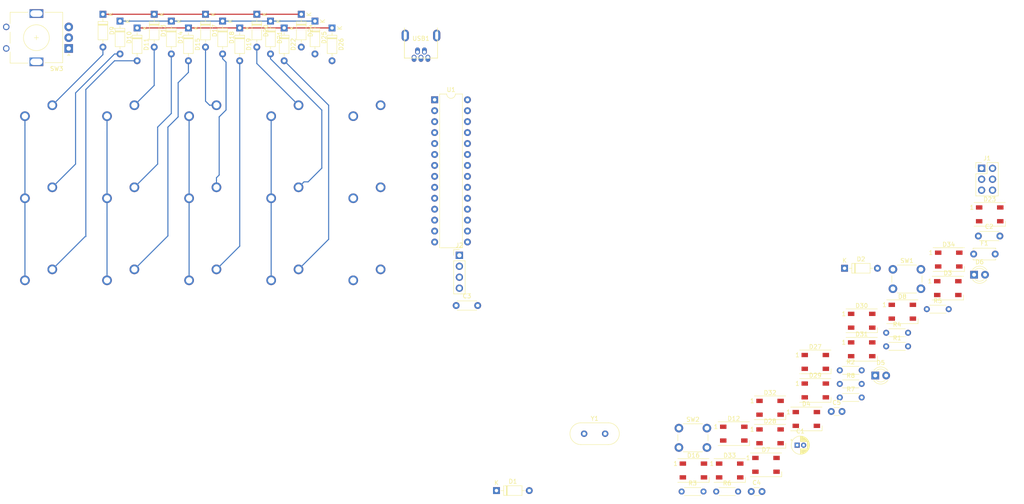
<source format=kicad_pcb>
(kicad_pcb (version 20171130) (host pcbnew "(5.1.4)-1")

  (general
    (thickness 1.6)
    (drawings 0)
    (tracks 72)
    (zones 0)
    (modules 71)
    (nets 66)
  )

  (page A4)
  (layers
    (0 F.Cu signal)
    (31 B.Cu signal)
    (32 B.Adhes user)
    (33 F.Adhes user)
    (34 B.Paste user)
    (35 F.Paste user)
    (36 B.SilkS user)
    (37 F.SilkS user)
    (38 B.Mask user)
    (39 F.Mask user)
    (40 Dwgs.User user)
    (41 Cmts.User user)
    (42 Eco1.User user)
    (43 Eco2.User user)
    (44 Edge.Cuts user)
    (45 Margin user)
    (46 B.CrtYd user)
    (47 F.CrtYd user)
    (48 B.Fab user)
    (49 F.Fab user)
  )

  (setup
    (last_trace_width 0.25)
    (trace_clearance 0.2)
    (zone_clearance 0.508)
    (zone_45_only no)
    (trace_min 0.2)
    (via_size 0.8)
    (via_drill 0.4)
    (via_min_size 0.4)
    (via_min_drill 0.3)
    (uvia_size 0.3)
    (uvia_drill 0.1)
    (uvias_allowed no)
    (uvia_min_size 0.2)
    (uvia_min_drill 0.1)
    (edge_width 0.05)
    (segment_width 0.2)
    (pcb_text_width 0.3)
    (pcb_text_size 1.5 1.5)
    (mod_edge_width 0.12)
    (mod_text_size 1 1)
    (mod_text_width 0.15)
    (pad_size 1.524 1.524)
    (pad_drill 0.762)
    (pad_to_mask_clearance 0.051)
    (solder_mask_min_width 0.25)
    (aux_axis_origin 0 0)
    (visible_elements FFFFFF7F)
    (pcbplotparams
      (layerselection 0x010fc_ffffffff)
      (usegerberextensions false)
      (usegerberattributes false)
      (usegerberadvancedattributes false)
      (creategerberjobfile false)
      (excludeedgelayer true)
      (linewidth 0.100000)
      (plotframeref false)
      (viasonmask false)
      (mode 1)
      (useauxorigin false)
      (hpglpennumber 1)
      (hpglpenspeed 20)
      (hpglpendiameter 15.000000)
      (psnegative false)
      (psa4output false)
      (plotreference true)
      (plotvalue true)
      (plotinvisibletext false)
      (padsonsilk false)
      (subtractmaskfromsilk false)
      (outputformat 1)
      (mirror false)
      (drillshape 1)
      (scaleselection 1)
      (outputdirectory ""))
  )

  (net 0 "")
  (net 1 GND)
  (net 2 +5V)
  (net 3 "Net-(C4-Pad1)")
  (net 4 "Net-(C5-Pad1)")
  (net 5 "Net-(D1-Pad1)")
  (net 6 "Net-(D2-Pad1)")
  (net 7 "Net-(D3-Pad2)")
  (net 8 RGBINPUT)
  (net 9 "Net-(D4-Pad2)")
  (net 10 "Net-(D5-Pad2)")
  (net 11 "Net-(D6-Pad2)")
  (net 12 "Net-(D7-Pad2)")
  (net 13 "Net-(D12-Pad4)")
  (net 14 "Net-(D9-Pad2)")
  (net 15 ROW0)
  (net 16 "Net-(D10-Pad2)")
  (net 17 ROW1)
  (net 18 "Net-(D11-Pad2)")
  (net 19 ROW2)
  (net 20 "Net-(D12-Pad2)")
  (net 21 "Net-(D13-Pad2)")
  (net 22 "Net-(D14-Pad2)")
  (net 23 "Net-(D15-Pad2)")
  (net 24 "Net-(D16-Pad2)")
  (net 25 "Net-(D17-Pad2)")
  (net 26 "Net-(D18-Pad2)")
  (net 27 "Net-(D19-Pad2)")
  (net 28 "Net-(D20-Pad2)")
  (net 29 "Net-(D21-Pad2)")
  (net 30 "Net-(D22-Pad2)")
  (net 31 "Net-(D23-Pad2)")
  (net 32 "Net-(D24-Pad2)")
  (net 33 "Net-(D25-Pad2)")
  (net 34 "Net-(D26-Pad2)")
  (net 35 "Net-(D27-Pad2)")
  (net 36 "Net-(D28-Pad2)")
  (net 37 "Net-(D29-Pad2)")
  (net 38 "Net-(D30-Pad2)")
  (net 39 "Net-(D31-Pad2)")
  (net 40 "Net-(D32-Pad2)")
  (net 41 "Net-(D33-Pad2)")
  (net 42 "Net-(D34-Pad2)")
  (net 43 "Net-(F1-Pad2)")
  (net 44 Reset)
  (net 45 "Net-(J1-Pad4)")
  (net 46 "Net-(J1-Pad3)")
  (net 47 "Net-(J1-Pad1)")
  (net 48 I2c_SDA)
  (net 49 I2c_SCL)
  (net 50 COL0)
  (net 51 COL1)
  (net 52 COL2)
  (net 53 COL3)
  (net 54 COL4)
  (net 55 USB_D-)
  (net 56 USB_D+)
  (net 57 "Net-(SW2-Pad1)")
  (net 58 "Net-(SW3-PadA)")
  (net 59 "Net-(SW3-PadC)")
  (net 60 "Net-(SW3-PadB)")
  (net 61 "Net-(U1-Pad14)")
  (net 62 "Net-(U1-Pad21)")
  (net 63 "Net-(U1-Pad16)")
  (net 64 "Net-(U1-Pad15)")
  (net 65 "Net-(USB1-Pad2)")

  (net_class Default "This is the default net class."
    (clearance 0.2)
    (trace_width 0.25)
    (via_dia 0.8)
    (via_drill 0.4)
    (uvia_dia 0.3)
    (uvia_drill 0.1)
    (add_net +5V)
    (add_net COL0)
    (add_net COL1)
    (add_net COL2)
    (add_net COL3)
    (add_net COL4)
    (add_net GND)
    (add_net I2c_SCL)
    (add_net I2c_SDA)
    (add_net "Net-(C4-Pad1)")
    (add_net "Net-(C5-Pad1)")
    (add_net "Net-(D1-Pad1)")
    (add_net "Net-(D10-Pad2)")
    (add_net "Net-(D11-Pad2)")
    (add_net "Net-(D12-Pad2)")
    (add_net "Net-(D12-Pad4)")
    (add_net "Net-(D13-Pad2)")
    (add_net "Net-(D14-Pad2)")
    (add_net "Net-(D15-Pad2)")
    (add_net "Net-(D16-Pad2)")
    (add_net "Net-(D17-Pad2)")
    (add_net "Net-(D18-Pad2)")
    (add_net "Net-(D19-Pad2)")
    (add_net "Net-(D2-Pad1)")
    (add_net "Net-(D20-Pad2)")
    (add_net "Net-(D21-Pad2)")
    (add_net "Net-(D22-Pad2)")
    (add_net "Net-(D23-Pad2)")
    (add_net "Net-(D24-Pad2)")
    (add_net "Net-(D25-Pad2)")
    (add_net "Net-(D26-Pad2)")
    (add_net "Net-(D27-Pad2)")
    (add_net "Net-(D28-Pad2)")
    (add_net "Net-(D29-Pad2)")
    (add_net "Net-(D3-Pad2)")
    (add_net "Net-(D30-Pad2)")
    (add_net "Net-(D31-Pad2)")
    (add_net "Net-(D32-Pad2)")
    (add_net "Net-(D33-Pad2)")
    (add_net "Net-(D34-Pad2)")
    (add_net "Net-(D4-Pad2)")
    (add_net "Net-(D5-Pad2)")
    (add_net "Net-(D6-Pad2)")
    (add_net "Net-(D7-Pad2)")
    (add_net "Net-(D9-Pad2)")
    (add_net "Net-(F1-Pad2)")
    (add_net "Net-(J1-Pad1)")
    (add_net "Net-(J1-Pad3)")
    (add_net "Net-(J1-Pad4)")
    (add_net "Net-(SW2-Pad1)")
    (add_net "Net-(SW3-PadA)")
    (add_net "Net-(SW3-PadB)")
    (add_net "Net-(SW3-PadC)")
    (add_net "Net-(U1-Pad14)")
    (add_net "Net-(U1-Pad15)")
    (add_net "Net-(U1-Pad16)")
    (add_net "Net-(U1-Pad21)")
    (add_net "Net-(USB1-Pad2)")
    (add_net RGBINPUT)
    (add_net ROW0)
    (add_net ROW1)
    (add_net ROW2)
    (add_net Reset)
    (add_net USB_D+)
    (add_net USB_D-)
  )

  (module Crystal:Crystal_HC49-4H_Vertical (layer F.Cu) (tedit 5A1AD3B7) (tstamp 5DB0B393)
    (at 196.617699 153.70875)
    (descr "Crystal THT HC-49-4H http://5hertz.com/pdfs/04404_D.pdf")
    (tags "THT crystalHC-49-4H")
    (path /5DA92619)
    (fp_text reference Y1 (at 2.44 -3.525) (layer F.SilkS)
      (effects (font (size 1 1) (thickness 0.15)))
    )
    (fp_text value 16Mhz (at 2.44 3.525) (layer F.Fab)
      (effects (font (size 1 1) (thickness 0.15)))
    )
    (fp_arc (start 5.64 0) (end 5.64 -2.525) (angle 180) (layer F.SilkS) (width 0.12))
    (fp_arc (start -0.76 0) (end -0.76 -2.525) (angle -180) (layer F.SilkS) (width 0.12))
    (fp_arc (start 5.44 0) (end 5.44 -2) (angle 180) (layer F.Fab) (width 0.1))
    (fp_arc (start -0.56 0) (end -0.56 -2) (angle -180) (layer F.Fab) (width 0.1))
    (fp_arc (start 5.64 0) (end 5.64 -2.325) (angle 180) (layer F.Fab) (width 0.1))
    (fp_arc (start -0.76 0) (end -0.76 -2.325) (angle -180) (layer F.Fab) (width 0.1))
    (fp_line (start 8.5 -2.8) (end -3.6 -2.8) (layer F.CrtYd) (width 0.05))
    (fp_line (start 8.5 2.8) (end 8.5 -2.8) (layer F.CrtYd) (width 0.05))
    (fp_line (start -3.6 2.8) (end 8.5 2.8) (layer F.CrtYd) (width 0.05))
    (fp_line (start -3.6 -2.8) (end -3.6 2.8) (layer F.CrtYd) (width 0.05))
    (fp_line (start -0.76 2.525) (end 5.64 2.525) (layer F.SilkS) (width 0.12))
    (fp_line (start -0.76 -2.525) (end 5.64 -2.525) (layer F.SilkS) (width 0.12))
    (fp_line (start -0.56 2) (end 5.44 2) (layer F.Fab) (width 0.1))
    (fp_line (start -0.56 -2) (end 5.44 -2) (layer F.Fab) (width 0.1))
    (fp_line (start -0.76 2.325) (end 5.64 2.325) (layer F.Fab) (width 0.1))
    (fp_line (start -0.76 -2.325) (end 5.64 -2.325) (layer F.Fab) (width 0.1))
    (fp_text user %R (at 2.44 0) (layer F.Fab)
      (effects (font (size 1 1) (thickness 0.15)))
    )
    (pad 2 thru_hole circle (at 4.88 0) (size 1.5 1.5) (drill 0.8) (layers *.Cu *.Mask)
      (net 3 "Net-(C4-Pad1)"))
    (pad 1 thru_hole circle (at 0 0) (size 1.5 1.5) (drill 0.8) (layers *.Cu *.Mask)
      (net 4 "Net-(C5-Pad1)"))
    (model ${KISYS3DMOD}/Crystal.3dshapes/Crystal_HC49-4H_Vertical.wrl
      (at (xyz 0 0 0))
      (scale (xyz 1 1 1))
      (rotate (xyz 0 0 0))
    )
  )

  (module !random-keyboard-parts:Molex-0548190519 (layer F.Cu) (tedit 5C4947B2) (tstamp 5DB0B37C)
    (at 158.75 59.53125 270)
    (path /5DAF612A)
    (attr smd)
    (fp_text reference USB1 (at -0.9 0) (layer F.CrtYd)
      (effects (font (size 1 1) (thickness 0.15)))
    )
    (fp_text value Molex-0548190519 (at -5.08 0) (layer Dwgs.User)
      (effects (font (size 1 1) (thickness 0.15)))
    )
    (fp_text user %R (at 2.45 0) (layer F.SilkS)
      (effects (font (size 1 1) (thickness 0.15)))
    )
    (fp_line (start 7 3.85) (end 0 3.85) (layer F.SilkS) (width 0.15))
    (fp_line (start 7 -3.85) (end 7 3.85) (layer F.SilkS) (width 0.15))
    (fp_line (start 0 -3.85) (end 7 -3.85) (layer F.SilkS) (width 0.15))
    (fp_line (start 7 3.85) (end 7 -3.85) (layer F.CrtYd) (width 0.15))
    (fp_line (start -2 3.85) (end 7 3.85) (layer F.CrtYd) (width 0.15))
    (fp_line (start -2 -3.85) (end 7 -3.85) (layer F.CrtYd) (width 0.15))
    (fp_line (start -2 -3.85) (end -2 3.85) (layer F.CrtYd) (width 0.15))
    (fp_line (start 0 -5.08) (end 0 5.08) (layer Dwgs.User) (width 0.15))
    (pad 5 thru_hole oval (at 6.8 -1.6 270) (size 1.65 1.1) (drill oval 0.7 (offset 0.25 0)) (layers *.Cu B.Mask)
      (net 43 "Net-(F1-Pad2)"))
    (pad 4 thru_hole oval (at 5.6 -0.8 90) (size 1.65 1.1) (drill oval 0.7 (offset 0.25 0)) (layers *.Cu B.Mask)
      (net 5 "Net-(D1-Pad1)"))
    (pad 3 thru_hole oval (at 6.8 0 270) (size 1.65 1.1) (drill oval 0.7 (offset 0.25 0)) (layers *.Cu B.Mask)
      (net 6 "Net-(D2-Pad1)"))
    (pad 2 thru_hole oval (at 5.6 0.8 90) (size 1.65 1.1) (drill oval 0.7 (offset 0.25 0)) (layers *.Cu B.Mask)
      (net 65 "Net-(USB1-Pad2)"))
    (pad 1 thru_hole oval (at 6.8 1.6 270) (size 1.65 1.1) (drill oval 0.7 (offset 0.25 0)) (layers *.Cu B.Mask)
      (net 1 GND))
    (pad 6 thru_hole oval (at 1.75 -3.65 270) (size 2.7 1.7) (drill oval 1.9 0.7) (layers *.Cu *.Mask)
      (net 1 GND))
    (pad 6 thru_hole oval (at 1.75 3.65 270) (size 2.7 1.7) (drill oval 1.9 0.7) (layers *.Cu *.Mask)
      (net 1 GND))
  )

  (module Package_DIP:DIP-28_W7.62mm (layer F.Cu) (tedit 5A02E8C5) (tstamp 5DB0B368)
    (at 161.925 76.2)
    (descr "28-lead though-hole mounted DIP package, row spacing 7.62 mm (300 mils)")
    (tags "THT DIP DIL PDIP 2.54mm 7.62mm 300mil")
    (path /5DAB557A)
    (fp_text reference U1 (at 3.81 -2.33) (layer F.SilkS)
      (effects (font (size 1 1) (thickness 0.15)))
    )
    (fp_text value ATmega328P-PU (at 3.81 35.35) (layer F.Fab)
      (effects (font (size 1 1) (thickness 0.15)))
    )
    (fp_text user %R (at 3.81 16.51) (layer F.Fab)
      (effects (font (size 1 1) (thickness 0.15)))
    )
    (fp_line (start 8.7 -1.55) (end -1.1 -1.55) (layer F.CrtYd) (width 0.05))
    (fp_line (start 8.7 34.55) (end 8.7 -1.55) (layer F.CrtYd) (width 0.05))
    (fp_line (start -1.1 34.55) (end 8.7 34.55) (layer F.CrtYd) (width 0.05))
    (fp_line (start -1.1 -1.55) (end -1.1 34.55) (layer F.CrtYd) (width 0.05))
    (fp_line (start 6.46 -1.33) (end 4.81 -1.33) (layer F.SilkS) (width 0.12))
    (fp_line (start 6.46 34.35) (end 6.46 -1.33) (layer F.SilkS) (width 0.12))
    (fp_line (start 1.16 34.35) (end 6.46 34.35) (layer F.SilkS) (width 0.12))
    (fp_line (start 1.16 -1.33) (end 1.16 34.35) (layer F.SilkS) (width 0.12))
    (fp_line (start 2.81 -1.33) (end 1.16 -1.33) (layer F.SilkS) (width 0.12))
    (fp_line (start 0.635 -0.27) (end 1.635 -1.27) (layer F.Fab) (width 0.1))
    (fp_line (start 0.635 34.29) (end 0.635 -0.27) (layer F.Fab) (width 0.1))
    (fp_line (start 6.985 34.29) (end 0.635 34.29) (layer F.Fab) (width 0.1))
    (fp_line (start 6.985 -1.27) (end 6.985 34.29) (layer F.Fab) (width 0.1))
    (fp_line (start 1.635 -1.27) (end 6.985 -1.27) (layer F.Fab) (width 0.1))
    (fp_arc (start 3.81 -1.33) (end 2.81 -1.33) (angle -180) (layer F.SilkS) (width 0.12))
    (pad 28 thru_hole oval (at 7.62 0) (size 1.6 1.6) (drill 0.8) (layers *.Cu *.Mask)
      (net 49 I2c_SCL))
    (pad 14 thru_hole oval (at 0 33.02) (size 1.6 1.6) (drill 0.8) (layers *.Cu *.Mask)
      (net 61 "Net-(U1-Pad14)"))
    (pad 27 thru_hole oval (at 7.62 2.54) (size 1.6 1.6) (drill 0.8) (layers *.Cu *.Mask)
      (net 48 I2c_SDA))
    (pad 13 thru_hole oval (at 0 30.48) (size 1.6 1.6) (drill 0.8) (layers *.Cu *.Mask)
      (net 54 COL4))
    (pad 26 thru_hole oval (at 7.62 5.08) (size 1.6 1.6) (drill 0.8) (layers *.Cu *.Mask)
      (net 50 COL0))
    (pad 12 thru_hole oval (at 0 27.94) (size 1.6 1.6) (drill 0.8) (layers *.Cu *.Mask)
      (net 53 COL3))
    (pad 25 thru_hole oval (at 7.62 7.62) (size 1.6 1.6) (drill 0.8) (layers *.Cu *.Mask)
      (net 19 ROW2))
    (pad 11 thru_hole oval (at 0 25.4) (size 1.6 1.6) (drill 0.8) (layers *.Cu *.Mask)
      (net 57 "Net-(SW2-Pad1)"))
    (pad 24 thru_hole oval (at 7.62 10.16) (size 1.6 1.6) (drill 0.8) (layers *.Cu *.Mask)
      (net 17 ROW1))
    (pad 10 thru_hole oval (at 0 22.86) (size 1.6 1.6) (drill 0.8) (layers *.Cu *.Mask)
      (net 3 "Net-(C4-Pad1)"))
    (pad 23 thru_hole oval (at 7.62 12.7) (size 1.6 1.6) (drill 0.8) (layers *.Cu *.Mask)
      (net 15 ROW0))
    (pad 9 thru_hole oval (at 0 20.32) (size 1.6 1.6) (drill 0.8) (layers *.Cu *.Mask)
      (net 4 "Net-(C5-Pad1)"))
    (pad 22 thru_hole oval (at 7.62 15.24) (size 1.6 1.6) (drill 0.8) (layers *.Cu *.Mask)
      (net 1 GND))
    (pad 8 thru_hole oval (at 0 17.78) (size 1.6 1.6) (drill 0.8) (layers *.Cu *.Mask)
      (net 1 GND))
    (pad 21 thru_hole oval (at 7.62 17.78) (size 1.6 1.6) (drill 0.8) (layers *.Cu *.Mask)
      (net 62 "Net-(U1-Pad21)"))
    (pad 7 thru_hole oval (at 0 15.24) (size 1.6 1.6) (drill 0.8) (layers *.Cu *.Mask)
      (net 2 +5V))
    (pad 20 thru_hole oval (at 7.62 20.32) (size 1.6 1.6) (drill 0.8) (layers *.Cu *.Mask)
      (net 2 +5V))
    (pad 6 thru_hole oval (at 0 12.7) (size 1.6 1.6) (drill 0.8) (layers *.Cu *.Mask)
      (net 8 RGBINPUT))
    (pad 19 thru_hole oval (at 7.62 22.86) (size 1.6 1.6) (drill 0.8) (layers *.Cu *.Mask)
      (net 46 "Net-(J1-Pad3)"))
    (pad 5 thru_hole oval (at 0 10.16) (size 1.6 1.6) (drill 0.8) (layers *.Cu *.Mask)
      (net 55 USB_D-))
    (pad 18 thru_hole oval (at 7.62 25.4) (size 1.6 1.6) (drill 0.8) (layers *.Cu *.Mask)
      (net 47 "Net-(J1-Pad1)"))
    (pad 4 thru_hole oval (at 0 7.62) (size 1.6 1.6) (drill 0.8) (layers *.Cu *.Mask)
      (net 56 USB_D+))
    (pad 17 thru_hole oval (at 7.62 27.94) (size 1.6 1.6) (drill 0.8) (layers *.Cu *.Mask)
      (net 45 "Net-(J1-Pad4)"))
    (pad 3 thru_hole oval (at 0 5.08) (size 1.6 1.6) (drill 0.8) (layers *.Cu *.Mask)
      (net 52 COL2))
    (pad 16 thru_hole oval (at 7.62 30.48) (size 1.6 1.6) (drill 0.8) (layers *.Cu *.Mask)
      (net 63 "Net-(U1-Pad16)"))
    (pad 2 thru_hole oval (at 0 2.54) (size 1.6 1.6) (drill 0.8) (layers *.Cu *.Mask)
      (net 51 COL1))
    (pad 15 thru_hole oval (at 7.62 33.02) (size 1.6 1.6) (drill 0.8) (layers *.Cu *.Mask)
      (net 64 "Net-(U1-Pad15)"))
    (pad 1 thru_hole rect (at 0 0) (size 1.6 1.6) (drill 0.8) (layers *.Cu *.Mask)
      (net 44 Reset))
    (model ${KISYS3DMOD}/Package_DIP.3dshapes/DIP-28_W7.62mm.wrl
      (at (xyz 0 0 0))
      (scale (xyz 1 1 1))
      (rotate (xyz 0 0 0))
    )
  )

  (module Rotary_Encoder:RotaryEncoder_Alps_EC11E_Vertical_H20mm (layer F.Cu) (tedit 5A64F74E) (tstamp 5DB0B338)
    (at 76.99375 64.29375 180)
    (descr "Alps rotary encoder, EC12E... without switch (pins are dummy), vertical shaft, http://www.alps.com/prod/info/E/HTML/Encoder/Incremental/EC11/EC11E15204A3.html")
    (tags "rotary encoder")
    (path /5DC9E30B)
    (fp_text reference SW3 (at 2.8 -4.7) (layer F.SilkS)
      (effects (font (size 1 1) (thickness 0.15)))
    )
    (fp_text value Rotary_Encoder (at 7.5 10.4) (layer F.Fab)
      (effects (font (size 1 1) (thickness 0.15)))
    )
    (fp_circle (center 7.5 2.5) (end 10.5 2.5) (layer F.Fab) (width 0.12))
    (fp_circle (center 7.5 2.5) (end 10.5 2.5) (layer F.SilkS) (width 0.12))
    (fp_line (start 15.5 9.35) (end -1.25 9.35) (layer F.CrtYd) (width 0.05))
    (fp_line (start 15.5 9.35) (end 15.5 -4.35) (layer F.CrtYd) (width 0.05))
    (fp_line (start -1.25 -4.35) (end -1.25 9.35) (layer F.CrtYd) (width 0.05))
    (fp_line (start -1.25 -4.35) (end 15.5 -4.35) (layer F.CrtYd) (width 0.05))
    (fp_line (start 2.5 -3.3) (end 13.5 -3.3) (layer F.Fab) (width 0.12))
    (fp_line (start 13.5 -3.3) (end 13.5 8.3) (layer F.Fab) (width 0.12))
    (fp_line (start 13.5 8.3) (end 1.5 8.3) (layer F.Fab) (width 0.12))
    (fp_line (start 1.5 8.3) (end 1.5 -2.2) (layer F.Fab) (width 0.12))
    (fp_line (start 1.5 -2.2) (end 2.5 -3.3) (layer F.Fab) (width 0.12))
    (fp_line (start 9.5 -3.4) (end 13.6 -3.4) (layer F.SilkS) (width 0.12))
    (fp_line (start 13.6 8.4) (end 9.5 8.4) (layer F.SilkS) (width 0.12))
    (fp_line (start 5.5 8.4) (end 1.4 8.4) (layer F.SilkS) (width 0.12))
    (fp_line (start 5.5 -3.3) (end 1.4 -3.3) (layer F.SilkS) (width 0.12))
    (fp_line (start 1.4 -3.3) (end 1.4 8.4) (layer F.SilkS) (width 0.12))
    (fp_line (start 0 -1.3) (end -0.3 -1.6) (layer F.SilkS) (width 0.12))
    (fp_line (start -0.3 -1.6) (end 0.3 -1.6) (layer F.SilkS) (width 0.12))
    (fp_line (start 0.3 -1.6) (end 0 -1.3) (layer F.SilkS) (width 0.12))
    (fp_line (start 7.5 -0.5) (end 7.5 5.5) (layer F.Fab) (width 0.12))
    (fp_line (start 4.5 2.5) (end 10.5 2.5) (layer F.Fab) (width 0.12))
    (fp_line (start 13.6 -3.4) (end 13.6 -0.8) (layer F.SilkS) (width 0.12))
    (fp_line (start 13.6 1.2) (end 13.6 3.8) (layer F.SilkS) (width 0.12))
    (fp_line (start 13.6 5.8) (end 13.6 8.4) (layer F.SilkS) (width 0.12))
    (fp_line (start 7.5 2) (end 7.5 3) (layer F.SilkS) (width 0.12))
    (fp_line (start 7 2.5) (end 8 2.5) (layer F.SilkS) (width 0.12))
    (fp_text user %R (at 11.1 6.3) (layer F.Fab)
      (effects (font (size 1 1) (thickness 0.15)))
    )
    (pad A thru_hole rect (at 0 0 180) (size 2 2) (drill 1) (layers *.Cu *.Mask)
      (net 58 "Net-(SW3-PadA)"))
    (pad C thru_hole circle (at 0 2.5 180) (size 2 2) (drill 1) (layers *.Cu *.Mask)
      (net 59 "Net-(SW3-PadC)"))
    (pad B thru_hole circle (at 0 5 180) (size 2 2) (drill 1) (layers *.Cu *.Mask)
      (net 60 "Net-(SW3-PadB)"))
    (pad MP thru_hole rect (at 7.5 -3.1 180) (size 3.2 2) (drill oval 2.8 1.5) (layers *.Cu *.Mask))
    (pad MP thru_hole rect (at 7.5 8.1 180) (size 3.2 2) (drill oval 2.8 1.5) (layers *.Cu *.Mask))
    (pad "" thru_hole circle (at 14.5 0 180) (size 1.5 1.5) (drill 1) (layers *.Cu *.Mask))
    (pad "" thru_hole circle (at 14.5 5 180) (size 1.5 1.5) (drill 1) (layers *.Cu *.Mask))
    (model ${KISYS3DMOD}/Rotary_Encoder.3dshapes/RotaryEncoder_Alps_EC11E_Vertical_H20mm.wrl
      (at (xyz 0 0 0))
      (scale (xyz 1 1 1))
      (rotate (xyz 0 0 0))
    )
  )

  (module Button_Switch_THT:SW_PUSH_6mm (layer F.Cu) (tedit 5A02FE31) (tstamp 5DB0B312)
    (at 218.617699 152.40875)
    (descr https://www.omron.com/ecb/products/pdf/en-b3f.pdf)
    (tags "tact sw push 6mm")
    (path /5DA9D71F)
    (fp_text reference SW2 (at 3.25 -2) (layer F.SilkS)
      (effects (font (size 1 1) (thickness 0.15)))
    )
    (fp_text value SW_Push (at 3.75 6.7) (layer F.Fab)
      (effects (font (size 1 1) (thickness 0.15)))
    )
    (fp_circle (center 3.25 2.25) (end 1.25 2.5) (layer F.Fab) (width 0.1))
    (fp_line (start 6.75 3) (end 6.75 1.5) (layer F.SilkS) (width 0.12))
    (fp_line (start 5.5 -1) (end 1 -1) (layer F.SilkS) (width 0.12))
    (fp_line (start -0.25 1.5) (end -0.25 3) (layer F.SilkS) (width 0.12))
    (fp_line (start 1 5.5) (end 5.5 5.5) (layer F.SilkS) (width 0.12))
    (fp_line (start 8 -1.25) (end 8 5.75) (layer F.CrtYd) (width 0.05))
    (fp_line (start 7.75 6) (end -1.25 6) (layer F.CrtYd) (width 0.05))
    (fp_line (start -1.5 5.75) (end -1.5 -1.25) (layer F.CrtYd) (width 0.05))
    (fp_line (start -1.25 -1.5) (end 7.75 -1.5) (layer F.CrtYd) (width 0.05))
    (fp_line (start -1.5 6) (end -1.25 6) (layer F.CrtYd) (width 0.05))
    (fp_line (start -1.5 5.75) (end -1.5 6) (layer F.CrtYd) (width 0.05))
    (fp_line (start -1.5 -1.5) (end -1.25 -1.5) (layer F.CrtYd) (width 0.05))
    (fp_line (start -1.5 -1.25) (end -1.5 -1.5) (layer F.CrtYd) (width 0.05))
    (fp_line (start 8 -1.5) (end 8 -1.25) (layer F.CrtYd) (width 0.05))
    (fp_line (start 7.75 -1.5) (end 8 -1.5) (layer F.CrtYd) (width 0.05))
    (fp_line (start 8 6) (end 8 5.75) (layer F.CrtYd) (width 0.05))
    (fp_line (start 7.75 6) (end 8 6) (layer F.CrtYd) (width 0.05))
    (fp_line (start 0.25 -0.75) (end 3.25 -0.75) (layer F.Fab) (width 0.1))
    (fp_line (start 0.25 5.25) (end 0.25 -0.75) (layer F.Fab) (width 0.1))
    (fp_line (start 6.25 5.25) (end 0.25 5.25) (layer F.Fab) (width 0.1))
    (fp_line (start 6.25 -0.75) (end 6.25 5.25) (layer F.Fab) (width 0.1))
    (fp_line (start 3.25 -0.75) (end 6.25 -0.75) (layer F.Fab) (width 0.1))
    (fp_text user %R (at 3.25 2.25) (layer F.Fab)
      (effects (font (size 1 1) (thickness 0.15)))
    )
    (pad 1 thru_hole circle (at 6.5 0 90) (size 2 2) (drill 1.1) (layers *.Cu *.Mask)
      (net 57 "Net-(SW2-Pad1)"))
    (pad 2 thru_hole circle (at 6.5 4.5 90) (size 2 2) (drill 1.1) (layers *.Cu *.Mask)
      (net 1 GND))
    (pad 1 thru_hole circle (at 0 0 90) (size 2 2) (drill 1.1) (layers *.Cu *.Mask)
      (net 57 "Net-(SW2-Pad1)"))
    (pad 2 thru_hole circle (at 0 4.5 90) (size 2 2) (drill 1.1) (layers *.Cu *.Mask)
      (net 1 GND))
    (model ${KISYS3DMOD}/Button_Switch_THT.3dshapes/SW_PUSH_6mm.wrl
      (at (xyz 0 0 0))
      (scale (xyz 1 1 1))
      (rotate (xyz 0 0 0))
    )
  )

  (module Button_Switch_THT:SW_PUSH_6mm (layer F.Cu) (tedit 5A02FE31) (tstamp 5DB0B2F3)
    (at 268.287699 115.55875)
    (descr https://www.omron.com/ecb/products/pdf/en-b3f.pdf)
    (tags "tact sw push 6mm")
    (path /5DA9A2E8)
    (fp_text reference SW1 (at 3.25 -2) (layer F.SilkS)
      (effects (font (size 1 1) (thickness 0.15)))
    )
    (fp_text value SW_Push (at 3.75 6.7) (layer F.Fab)
      (effects (font (size 1 1) (thickness 0.15)))
    )
    (fp_circle (center 3.25 2.25) (end 1.25 2.5) (layer F.Fab) (width 0.1))
    (fp_line (start 6.75 3) (end 6.75 1.5) (layer F.SilkS) (width 0.12))
    (fp_line (start 5.5 -1) (end 1 -1) (layer F.SilkS) (width 0.12))
    (fp_line (start -0.25 1.5) (end -0.25 3) (layer F.SilkS) (width 0.12))
    (fp_line (start 1 5.5) (end 5.5 5.5) (layer F.SilkS) (width 0.12))
    (fp_line (start 8 -1.25) (end 8 5.75) (layer F.CrtYd) (width 0.05))
    (fp_line (start 7.75 6) (end -1.25 6) (layer F.CrtYd) (width 0.05))
    (fp_line (start -1.5 5.75) (end -1.5 -1.25) (layer F.CrtYd) (width 0.05))
    (fp_line (start -1.25 -1.5) (end 7.75 -1.5) (layer F.CrtYd) (width 0.05))
    (fp_line (start -1.5 6) (end -1.25 6) (layer F.CrtYd) (width 0.05))
    (fp_line (start -1.5 5.75) (end -1.5 6) (layer F.CrtYd) (width 0.05))
    (fp_line (start -1.5 -1.5) (end -1.25 -1.5) (layer F.CrtYd) (width 0.05))
    (fp_line (start -1.5 -1.25) (end -1.5 -1.5) (layer F.CrtYd) (width 0.05))
    (fp_line (start 8 -1.5) (end 8 -1.25) (layer F.CrtYd) (width 0.05))
    (fp_line (start 7.75 -1.5) (end 8 -1.5) (layer F.CrtYd) (width 0.05))
    (fp_line (start 8 6) (end 8 5.75) (layer F.CrtYd) (width 0.05))
    (fp_line (start 7.75 6) (end 8 6) (layer F.CrtYd) (width 0.05))
    (fp_line (start 0.25 -0.75) (end 3.25 -0.75) (layer F.Fab) (width 0.1))
    (fp_line (start 0.25 5.25) (end 0.25 -0.75) (layer F.Fab) (width 0.1))
    (fp_line (start 6.25 5.25) (end 0.25 5.25) (layer F.Fab) (width 0.1))
    (fp_line (start 6.25 -0.75) (end 6.25 5.25) (layer F.Fab) (width 0.1))
    (fp_line (start 3.25 -0.75) (end 6.25 -0.75) (layer F.Fab) (width 0.1))
    (fp_text user %R (at 3.25 2.25) (layer F.Fab)
      (effects (font (size 1 1) (thickness 0.15)))
    )
    (pad 1 thru_hole circle (at 6.5 0 90) (size 2 2) (drill 1.1) (layers *.Cu *.Mask)
      (net 44 Reset))
    (pad 2 thru_hole circle (at 6.5 4.5 90) (size 2 2) (drill 1.1) (layers *.Cu *.Mask)
      (net 1 GND))
    (pad 1 thru_hole circle (at 0 0 90) (size 2 2) (drill 1.1) (layers *.Cu *.Mask)
      (net 44 Reset))
    (pad 2 thru_hole circle (at 0 4.5 90) (size 2 2) (drill 1.1) (layers *.Cu *.Mask)
      (net 1 GND))
    (model ${KISYS3DMOD}/Button_Switch_THT.3dshapes/SW_PUSH_6mm.wrl
      (at (xyz 0 0 0))
      (scale (xyz 1 1 1))
      (rotate (xyz 0 0 0))
    )
  )

  (module Resistor_THT:R_Axial_DIN0204_L3.6mm_D1.6mm_P5.08mm_Horizontal (layer F.Cu) (tedit 5AE5139B) (tstamp 5DB0B2D4)
    (at 255.957699 142.14875)
    (descr "Resistor, Axial_DIN0204 series, Axial, Horizontal, pin pitch=5.08mm, 0.167W, length*diameter=3.6*1.6mm^2, http://cdn-reichelt.de/documents/datenblatt/B400/1_4W%23YAG.pdf")
    (tags "Resistor Axial_DIN0204 series Axial Horizontal pin pitch 5.08mm 0.167W length 3.6mm diameter 1.6mm")
    (path /5DAC2CC5)
    (fp_text reference R8 (at 2.54 -1.92) (layer F.SilkS)
      (effects (font (size 1 1) (thickness 0.15)))
    )
    (fp_text value 10k (at 2.54 1.92) (layer F.Fab)
      (effects (font (size 1 1) (thickness 0.15)))
    )
    (fp_text user %R (at 2.54 0) (layer F.Fab)
      (effects (font (size 0.72 0.72) (thickness 0.108)))
    )
    (fp_line (start 6.03 -1.05) (end -0.95 -1.05) (layer F.CrtYd) (width 0.05))
    (fp_line (start 6.03 1.05) (end 6.03 -1.05) (layer F.CrtYd) (width 0.05))
    (fp_line (start -0.95 1.05) (end 6.03 1.05) (layer F.CrtYd) (width 0.05))
    (fp_line (start -0.95 -1.05) (end -0.95 1.05) (layer F.CrtYd) (width 0.05))
    (fp_line (start 0.62 0.92) (end 4.46 0.92) (layer F.SilkS) (width 0.12))
    (fp_line (start 0.62 -0.92) (end 4.46 -0.92) (layer F.SilkS) (width 0.12))
    (fp_line (start 5.08 0) (end 4.34 0) (layer F.Fab) (width 0.1))
    (fp_line (start 0 0) (end 0.74 0) (layer F.Fab) (width 0.1))
    (fp_line (start 4.34 -0.8) (end 0.74 -0.8) (layer F.Fab) (width 0.1))
    (fp_line (start 4.34 0.8) (end 4.34 -0.8) (layer F.Fab) (width 0.1))
    (fp_line (start 0.74 0.8) (end 4.34 0.8) (layer F.Fab) (width 0.1))
    (fp_line (start 0.74 -0.8) (end 0.74 0.8) (layer F.Fab) (width 0.1))
    (pad 2 thru_hole oval (at 5.08 0) (size 1.4 1.4) (drill 0.7) (layers *.Cu *.Mask)
      (net 48 I2c_SDA))
    (pad 1 thru_hole circle (at 0 0) (size 1.4 1.4) (drill 0.7) (layers *.Cu *.Mask)
      (net 2 +5V))
    (model ${KISYS3DMOD}/Resistor_THT.3dshapes/R_Axial_DIN0204_L3.6mm_D1.6mm_P5.08mm_Horizontal.wrl
      (at (xyz 0 0 0))
      (scale (xyz 1 1 1))
      (rotate (xyz 0 0 0))
    )
  )

  (module Resistor_THT:R_Axial_DIN0204_L3.6mm_D1.6mm_P5.08mm_Horizontal (layer F.Cu) (tedit 5AE5139B) (tstamp 5DB0B2C1)
    (at 255.957699 145.29875)
    (descr "Resistor, Axial_DIN0204 series, Axial, Horizontal, pin pitch=5.08mm, 0.167W, length*diameter=3.6*1.6mm^2, http://cdn-reichelt.de/documents/datenblatt/B400/1_4W%23YAG.pdf")
    (tags "Resistor Axial_DIN0204 series Axial Horizontal pin pitch 5.08mm 0.167W length 3.6mm diameter 1.6mm")
    (path /5DAC2F74)
    (fp_text reference R7 (at 2.54 -1.92) (layer F.SilkS)
      (effects (font (size 1 1) (thickness 0.15)))
    )
    (fp_text value 10k (at 2.54 1.92) (layer F.Fab)
      (effects (font (size 1 1) (thickness 0.15)))
    )
    (fp_text user %R (at 2.54 0) (layer F.Fab)
      (effects (font (size 0.72 0.72) (thickness 0.108)))
    )
    (fp_line (start 6.03 -1.05) (end -0.95 -1.05) (layer F.CrtYd) (width 0.05))
    (fp_line (start 6.03 1.05) (end 6.03 -1.05) (layer F.CrtYd) (width 0.05))
    (fp_line (start -0.95 1.05) (end 6.03 1.05) (layer F.CrtYd) (width 0.05))
    (fp_line (start -0.95 -1.05) (end -0.95 1.05) (layer F.CrtYd) (width 0.05))
    (fp_line (start 0.62 0.92) (end 4.46 0.92) (layer F.SilkS) (width 0.12))
    (fp_line (start 0.62 -0.92) (end 4.46 -0.92) (layer F.SilkS) (width 0.12))
    (fp_line (start 5.08 0) (end 4.34 0) (layer F.Fab) (width 0.1))
    (fp_line (start 0 0) (end 0.74 0) (layer F.Fab) (width 0.1))
    (fp_line (start 4.34 -0.8) (end 0.74 -0.8) (layer F.Fab) (width 0.1))
    (fp_line (start 4.34 0.8) (end 4.34 -0.8) (layer F.Fab) (width 0.1))
    (fp_line (start 0.74 0.8) (end 4.34 0.8) (layer F.Fab) (width 0.1))
    (fp_line (start 0.74 -0.8) (end 0.74 0.8) (layer F.Fab) (width 0.1))
    (pad 2 thru_hole oval (at 5.08 0) (size 1.4 1.4) (drill 0.7) (layers *.Cu *.Mask)
      (net 49 I2c_SCL))
    (pad 1 thru_hole circle (at 0 0) (size 1.4 1.4) (drill 0.7) (layers *.Cu *.Mask)
      (net 2 +5V))
    (model ${KISYS3DMOD}/Resistor_THT.3dshapes/R_Axial_DIN0204_L3.6mm_D1.6mm_P5.08mm_Horizontal.wrl
      (at (xyz 0 0 0))
      (scale (xyz 1 1 1))
      (rotate (xyz 0 0 0))
    )
  )

  (module Resistor_THT:R_Axial_DIN0204_L3.6mm_D1.6mm_P5.08mm_Horizontal (layer F.Cu) (tedit 5AE5139B) (tstamp 5DB0B2AE)
    (at 227.277699 167.12875)
    (descr "Resistor, Axial_DIN0204 series, Axial, Horizontal, pin pitch=5.08mm, 0.167W, length*diameter=3.6*1.6mm^2, http://cdn-reichelt.de/documents/datenblatt/B400/1_4W%23YAG.pdf")
    (tags "Resistor Axial_DIN0204 series Axial Horizontal pin pitch 5.08mm 0.167W length 3.6mm diameter 1.6mm")
    (path /5DAC7D5C)
    (fp_text reference R6 (at 2.54 -1.92) (layer F.SilkS)
      (effects (font (size 1 1) (thickness 0.15)))
    )
    (fp_text value 1.5k (at 2.54 1.92) (layer F.Fab)
      (effects (font (size 1 1) (thickness 0.15)))
    )
    (fp_text user %R (at 2.54 0) (layer F.Fab)
      (effects (font (size 0.72 0.72) (thickness 0.108)))
    )
    (fp_line (start 6.03 -1.05) (end -0.95 -1.05) (layer F.CrtYd) (width 0.05))
    (fp_line (start 6.03 1.05) (end 6.03 -1.05) (layer F.CrtYd) (width 0.05))
    (fp_line (start -0.95 1.05) (end 6.03 1.05) (layer F.CrtYd) (width 0.05))
    (fp_line (start -0.95 -1.05) (end -0.95 1.05) (layer F.CrtYd) (width 0.05))
    (fp_line (start 0.62 0.92) (end 4.46 0.92) (layer F.SilkS) (width 0.12))
    (fp_line (start 0.62 -0.92) (end 4.46 -0.92) (layer F.SilkS) (width 0.12))
    (fp_line (start 5.08 0) (end 4.34 0) (layer F.Fab) (width 0.1))
    (fp_line (start 0 0) (end 0.74 0) (layer F.Fab) (width 0.1))
    (fp_line (start 4.34 -0.8) (end 0.74 -0.8) (layer F.Fab) (width 0.1))
    (fp_line (start 4.34 0.8) (end 4.34 -0.8) (layer F.Fab) (width 0.1))
    (fp_line (start 0.74 0.8) (end 4.34 0.8) (layer F.Fab) (width 0.1))
    (fp_line (start 0.74 -0.8) (end 0.74 0.8) (layer F.Fab) (width 0.1))
    (pad 2 thru_hole oval (at 5.08 0) (size 1.4 1.4) (drill 0.7) (layers *.Cu *.Mask)
      (net 48 I2c_SDA))
    (pad 1 thru_hole circle (at 0 0) (size 1.4 1.4) (drill 0.7) (layers *.Cu *.Mask)
      (net 11 "Net-(D6-Pad2)"))
    (model ${KISYS3DMOD}/Resistor_THT.3dshapes/R_Axial_DIN0204_L3.6mm_D1.6mm_P5.08mm_Horizontal.wrl
      (at (xyz 0 0 0))
      (scale (xyz 1 1 1))
      (rotate (xyz 0 0 0))
    )
  )

  (module Resistor_THT:R_Axial_DIN0204_L3.6mm_D1.6mm_P5.08mm_Horizontal (layer F.Cu) (tedit 5AE5139B) (tstamp 5DB0B29B)
    (at 276.157699 124.79875)
    (descr "Resistor, Axial_DIN0204 series, Axial, Horizontal, pin pitch=5.08mm, 0.167W, length*diameter=3.6*1.6mm^2, http://cdn-reichelt.de/documents/datenblatt/B400/1_4W%23YAG.pdf")
    (tags "Resistor Axial_DIN0204 series Axial Horizontal pin pitch 5.08mm 0.167W length 3.6mm diameter 1.6mm")
    (path /5DAC674A)
    (fp_text reference R5 (at 2.54 -1.92) (layer F.SilkS)
      (effects (font (size 1 1) (thickness 0.15)))
    )
    (fp_text value 1.5k (at 2.54 1.92) (layer F.Fab)
      (effects (font (size 1 1) (thickness 0.15)))
    )
    (fp_text user %R (at 2.54 0) (layer F.Fab)
      (effects (font (size 0.72 0.72) (thickness 0.108)))
    )
    (fp_line (start 6.03 -1.05) (end -0.95 -1.05) (layer F.CrtYd) (width 0.05))
    (fp_line (start 6.03 1.05) (end 6.03 -1.05) (layer F.CrtYd) (width 0.05))
    (fp_line (start -0.95 1.05) (end 6.03 1.05) (layer F.CrtYd) (width 0.05))
    (fp_line (start -0.95 -1.05) (end -0.95 1.05) (layer F.CrtYd) (width 0.05))
    (fp_line (start 0.62 0.92) (end 4.46 0.92) (layer F.SilkS) (width 0.12))
    (fp_line (start 0.62 -0.92) (end 4.46 -0.92) (layer F.SilkS) (width 0.12))
    (fp_line (start 5.08 0) (end 4.34 0) (layer F.Fab) (width 0.1))
    (fp_line (start 0 0) (end 0.74 0) (layer F.Fab) (width 0.1))
    (fp_line (start 4.34 -0.8) (end 0.74 -0.8) (layer F.Fab) (width 0.1))
    (fp_line (start 4.34 0.8) (end 4.34 -0.8) (layer F.Fab) (width 0.1))
    (fp_line (start 0.74 0.8) (end 4.34 0.8) (layer F.Fab) (width 0.1))
    (fp_line (start 0.74 -0.8) (end 0.74 0.8) (layer F.Fab) (width 0.1))
    (pad 2 thru_hole oval (at 5.08 0) (size 1.4 1.4) (drill 0.7) (layers *.Cu *.Mask)
      (net 49 I2c_SCL))
    (pad 1 thru_hole circle (at 0 0) (size 1.4 1.4) (drill 0.7) (layers *.Cu *.Mask)
      (net 10 "Net-(D5-Pad2)"))
    (model ${KISYS3DMOD}/Resistor_THT.3dshapes/R_Axial_DIN0204_L3.6mm_D1.6mm_P5.08mm_Horizontal.wrl
      (at (xyz 0 0 0))
      (scale (xyz 1 1 1))
      (rotate (xyz 0 0 0))
    )
  )

  (module Resistor_THT:R_Axial_DIN0204_L3.6mm_D1.6mm_P5.08mm_Horizontal (layer F.Cu) (tedit 5AE5139B) (tstamp 5DB0B288)
    (at 266.727699 130.27875)
    (descr "Resistor, Axial_DIN0204 series, Axial, Horizontal, pin pitch=5.08mm, 0.167W, length*diameter=3.6*1.6mm^2, http://cdn-reichelt.de/documents/datenblatt/B400/1_4W%23YAG.pdf")
    (tags "Resistor Axial_DIN0204 series Axial Horizontal pin pitch 5.08mm 0.167W length 3.6mm diameter 1.6mm")
    (path /5DA9FC66)
    (fp_text reference R4 (at 2.54 -1.92) (layer F.SilkS)
      (effects (font (size 1 1) (thickness 0.15)))
    )
    (fp_text value 10k (at 2.54 1.92) (layer F.Fab)
      (effects (font (size 1 1) (thickness 0.15)))
    )
    (fp_text user %R (at 2.54 0) (layer F.Fab)
      (effects (font (size 0.72 0.72) (thickness 0.108)))
    )
    (fp_line (start 6.03 -1.05) (end -0.95 -1.05) (layer F.CrtYd) (width 0.05))
    (fp_line (start 6.03 1.05) (end 6.03 -1.05) (layer F.CrtYd) (width 0.05))
    (fp_line (start -0.95 1.05) (end 6.03 1.05) (layer F.CrtYd) (width 0.05))
    (fp_line (start -0.95 -1.05) (end -0.95 1.05) (layer F.CrtYd) (width 0.05))
    (fp_line (start 0.62 0.92) (end 4.46 0.92) (layer F.SilkS) (width 0.12))
    (fp_line (start 0.62 -0.92) (end 4.46 -0.92) (layer F.SilkS) (width 0.12))
    (fp_line (start 5.08 0) (end 4.34 0) (layer F.Fab) (width 0.1))
    (fp_line (start 0 0) (end 0.74 0) (layer F.Fab) (width 0.1))
    (fp_line (start 4.34 -0.8) (end 0.74 -0.8) (layer F.Fab) (width 0.1))
    (fp_line (start 4.34 0.8) (end 4.34 -0.8) (layer F.Fab) (width 0.1))
    (fp_line (start 0.74 0.8) (end 4.34 0.8) (layer F.Fab) (width 0.1))
    (fp_line (start 0.74 -0.8) (end 0.74 0.8) (layer F.Fab) (width 0.1))
    (pad 2 thru_hole oval (at 5.08 0) (size 1.4 1.4) (drill 0.7) (layers *.Cu *.Mask)
      (net 44 Reset))
    (pad 1 thru_hole circle (at 0 0) (size 1.4 1.4) (drill 0.7) (layers *.Cu *.Mask)
      (net 2 +5V))
    (model ${KISYS3DMOD}/Resistor_THT.3dshapes/R_Axial_DIN0204_L3.6mm_D1.6mm_P5.08mm_Horizontal.wrl
      (at (xyz 0 0 0))
      (scale (xyz 1 1 1))
      (rotate (xyz 0 0 0))
    )
  )

  (module Resistor_THT:R_Axial_DIN0204_L3.6mm_D1.6mm_P5.08mm_Horizontal (layer F.Cu) (tedit 5AE5139B) (tstamp 5DB0B275)
    (at 219.247699 167.12875)
    (descr "Resistor, Axial_DIN0204 series, Axial, Horizontal, pin pitch=5.08mm, 0.167W, length*diameter=3.6*1.6mm^2, http://cdn-reichelt.de/documents/datenblatt/B400/1_4W%23YAG.pdf")
    (tags "Resistor Axial_DIN0204 series Axial Horizontal pin pitch 5.08mm 0.167W length 3.6mm diameter 1.6mm")
    (path /5DB285B9)
    (fp_text reference R3 (at 2.54 -1.92) (layer F.SilkS)
      (effects (font (size 1 1) (thickness 0.15)))
    )
    (fp_text value 75R (at 2.54 1.92) (layer F.Fab)
      (effects (font (size 1 1) (thickness 0.15)))
    )
    (fp_text user %R (at 2.54 0) (layer F.Fab)
      (effects (font (size 0.72 0.72) (thickness 0.108)))
    )
    (fp_line (start 6.03 -1.05) (end -0.95 -1.05) (layer F.CrtYd) (width 0.05))
    (fp_line (start 6.03 1.05) (end 6.03 -1.05) (layer F.CrtYd) (width 0.05))
    (fp_line (start -0.95 1.05) (end 6.03 1.05) (layer F.CrtYd) (width 0.05))
    (fp_line (start -0.95 -1.05) (end -0.95 1.05) (layer F.CrtYd) (width 0.05))
    (fp_line (start 0.62 0.92) (end 4.46 0.92) (layer F.SilkS) (width 0.12))
    (fp_line (start 0.62 -0.92) (end 4.46 -0.92) (layer F.SilkS) (width 0.12))
    (fp_line (start 5.08 0) (end 4.34 0) (layer F.Fab) (width 0.1))
    (fp_line (start 0 0) (end 0.74 0) (layer F.Fab) (width 0.1))
    (fp_line (start 4.34 -0.8) (end 0.74 -0.8) (layer F.Fab) (width 0.1))
    (fp_line (start 4.34 0.8) (end 4.34 -0.8) (layer F.Fab) (width 0.1))
    (fp_line (start 0.74 0.8) (end 4.34 0.8) (layer F.Fab) (width 0.1))
    (fp_line (start 0.74 -0.8) (end 0.74 0.8) (layer F.Fab) (width 0.1))
    (pad 2 thru_hole oval (at 5.08 0) (size 1.4 1.4) (drill 0.7) (layers *.Cu *.Mask)
      (net 6 "Net-(D2-Pad1)"))
    (pad 1 thru_hole circle (at 0 0) (size 1.4 1.4) (drill 0.7) (layers *.Cu *.Mask)
      (net 56 USB_D+))
    (model ${KISYS3DMOD}/Resistor_THT.3dshapes/R_Axial_DIN0204_L3.6mm_D1.6mm_P5.08mm_Horizontal.wrl
      (at (xyz 0 0 0))
      (scale (xyz 1 1 1))
      (rotate (xyz 0 0 0))
    )
  )

  (module Resistor_THT:R_Axial_DIN0204_L3.6mm_D1.6mm_P5.08mm_Horizontal (layer F.Cu) (tedit 5AE5139B) (tstamp 5DB0B262)
    (at 255.957699 138.99875)
    (descr "Resistor, Axial_DIN0204 series, Axial, Horizontal, pin pitch=5.08mm, 0.167W, length*diameter=3.6*1.6mm^2, http://cdn-reichelt.de/documents/datenblatt/B400/1_4W%23YAG.pdf")
    (tags "Resistor Axial_DIN0204 series Axial Horizontal pin pitch 5.08mm 0.167W length 3.6mm diameter 1.6mm")
    (path /5DB17DD9)
    (fp_text reference R2 (at 2.54 -1.92) (layer F.SilkS)
      (effects (font (size 1 1) (thickness 0.15)))
    )
    (fp_text value 75R (at 2.54 1.92) (layer F.Fab)
      (effects (font (size 1 1) (thickness 0.15)))
    )
    (fp_text user %R (at 2.54 0) (layer F.Fab)
      (effects (font (size 0.72 0.72) (thickness 0.108)))
    )
    (fp_line (start 6.03 -1.05) (end -0.95 -1.05) (layer F.CrtYd) (width 0.05))
    (fp_line (start 6.03 1.05) (end 6.03 -1.05) (layer F.CrtYd) (width 0.05))
    (fp_line (start -0.95 1.05) (end 6.03 1.05) (layer F.CrtYd) (width 0.05))
    (fp_line (start -0.95 -1.05) (end -0.95 1.05) (layer F.CrtYd) (width 0.05))
    (fp_line (start 0.62 0.92) (end 4.46 0.92) (layer F.SilkS) (width 0.12))
    (fp_line (start 0.62 -0.92) (end 4.46 -0.92) (layer F.SilkS) (width 0.12))
    (fp_line (start 5.08 0) (end 4.34 0) (layer F.Fab) (width 0.1))
    (fp_line (start 0 0) (end 0.74 0) (layer F.Fab) (width 0.1))
    (fp_line (start 4.34 -0.8) (end 0.74 -0.8) (layer F.Fab) (width 0.1))
    (fp_line (start 4.34 0.8) (end 4.34 -0.8) (layer F.Fab) (width 0.1))
    (fp_line (start 0.74 0.8) (end 4.34 0.8) (layer F.Fab) (width 0.1))
    (fp_line (start 0.74 -0.8) (end 0.74 0.8) (layer F.Fab) (width 0.1))
    (pad 2 thru_hole oval (at 5.08 0) (size 1.4 1.4) (drill 0.7) (layers *.Cu *.Mask)
      (net 5 "Net-(D1-Pad1)"))
    (pad 1 thru_hole circle (at 0 0) (size 1.4 1.4) (drill 0.7) (layers *.Cu *.Mask)
      (net 55 USB_D-))
    (model ${KISYS3DMOD}/Resistor_THT.3dshapes/R_Axial_DIN0204_L3.6mm_D1.6mm_P5.08mm_Horizontal.wrl
      (at (xyz 0 0 0))
      (scale (xyz 1 1 1))
      (rotate (xyz 0 0 0))
    )
  )

  (module Resistor_THT:R_Axial_DIN0204_L3.6mm_D1.6mm_P5.08mm_Horizontal (layer F.Cu) (tedit 5AE5139B) (tstamp 5DB0B24F)
    (at 266.727699 133.42875)
    (descr "Resistor, Axial_DIN0204 series, Axial, Horizontal, pin pitch=5.08mm, 0.167W, length*diameter=3.6*1.6mm^2, http://cdn-reichelt.de/documents/datenblatt/B400/1_4W%23YAG.pdf")
    (tags "Resistor Axial_DIN0204 series Axial Horizontal pin pitch 5.08mm 0.167W length 3.6mm diameter 1.6mm")
    (path /5DB296E7)
    (fp_text reference R1 (at 2.54 -1.92) (layer F.SilkS)
      (effects (font (size 1 1) (thickness 0.15)))
    )
    (fp_text value 1.5k (at 2.54 1.92) (layer F.Fab)
      (effects (font (size 1 1) (thickness 0.15)))
    )
    (fp_text user %R (at 2.54 0) (layer F.Fab)
      (effects (font (size 0.72 0.72) (thickness 0.108)))
    )
    (fp_line (start 6.03 -1.05) (end -0.95 -1.05) (layer F.CrtYd) (width 0.05))
    (fp_line (start 6.03 1.05) (end 6.03 -1.05) (layer F.CrtYd) (width 0.05))
    (fp_line (start -0.95 1.05) (end 6.03 1.05) (layer F.CrtYd) (width 0.05))
    (fp_line (start -0.95 -1.05) (end -0.95 1.05) (layer F.CrtYd) (width 0.05))
    (fp_line (start 0.62 0.92) (end 4.46 0.92) (layer F.SilkS) (width 0.12))
    (fp_line (start 0.62 -0.92) (end 4.46 -0.92) (layer F.SilkS) (width 0.12))
    (fp_line (start 5.08 0) (end 4.34 0) (layer F.Fab) (width 0.1))
    (fp_line (start 0 0) (end 0.74 0) (layer F.Fab) (width 0.1))
    (fp_line (start 4.34 -0.8) (end 0.74 -0.8) (layer F.Fab) (width 0.1))
    (fp_line (start 4.34 0.8) (end 4.34 -0.8) (layer F.Fab) (width 0.1))
    (fp_line (start 0.74 0.8) (end 4.34 0.8) (layer F.Fab) (width 0.1))
    (fp_line (start 0.74 -0.8) (end 0.74 0.8) (layer F.Fab) (width 0.1))
    (pad 2 thru_hole oval (at 5.08 0) (size 1.4 1.4) (drill 0.7) (layers *.Cu *.Mask)
      (net 5 "Net-(D1-Pad1)"))
    (pad 1 thru_hole circle (at 0 0) (size 1.4 1.4) (drill 0.7) (layers *.Cu *.Mask)
      (net 2 +5V))
    (model ${KISYS3DMOD}/Resistor_THT.3dshapes/R_Axial_DIN0204_L3.6mm_D1.6mm_P5.08mm_Horizontal.wrl
      (at (xyz 0 0 0))
      (scale (xyz 1 1 1))
      (rotate (xyz 0 0 0))
    )
  )

  (module "! MX bases:MXOnly-1U-NoLED" (layer F.Cu) (tedit 5BD3C6C7) (tstamp 5DB0B23C)
    (at 146.84375 101.6)
    (path /5DBBF604)
    (fp_text reference MX15 (at 0 3.175) (layer Dwgs.User)
      (effects (font (size 1 1) (thickness 0.15)))
    )
    (fp_text value MX-NoLED (at 0 -7.9375) (layer Dwgs.User)
      (effects (font (size 1 1) (thickness 0.15)))
    )
    (fp_line (start 5 -7) (end 7 -7) (layer Dwgs.User) (width 0.15))
    (fp_line (start 7 -7) (end 7 -5) (layer Dwgs.User) (width 0.15))
    (fp_line (start 5 7) (end 7 7) (layer Dwgs.User) (width 0.15))
    (fp_line (start 7 7) (end 7 5) (layer Dwgs.User) (width 0.15))
    (fp_line (start -7 5) (end -7 7) (layer Dwgs.User) (width 0.15))
    (fp_line (start -7 7) (end -5 7) (layer Dwgs.User) (width 0.15))
    (fp_line (start -5 -7) (end -7 -7) (layer Dwgs.User) (width 0.15))
    (fp_line (start -7 -7) (end -7 -5) (layer Dwgs.User) (width 0.15))
    (fp_line (start -9.525 -9.525) (end 9.525 -9.525) (layer Dwgs.User) (width 0.15))
    (fp_line (start 9.525 -9.525) (end 9.525 9.525) (layer Dwgs.User) (width 0.15))
    (fp_line (start 9.525 9.525) (end -9.525 9.525) (layer Dwgs.User) (width 0.15))
    (fp_line (start -9.525 9.525) (end -9.525 -9.525) (layer Dwgs.User) (width 0.15))
    (pad 2 thru_hole circle (at 2.54 -5.08) (size 2.25 2.25) (drill 1.47) (layers *.Cu B.Mask)
      (net 34 "Net-(D26-Pad2)"))
    (pad "" np_thru_hole circle (at 0 0) (size 3.9878 3.9878) (drill 3.9878) (layers *.Cu *.Mask))
    (pad 1 thru_hole circle (at -3.81 -2.54) (size 2.25 2.25) (drill 1.47) (layers *.Cu B.Mask)
      (net 54 COL4))
    (pad "" np_thru_hole circle (at -5.08 0 48.0996) (size 1.75 1.75) (drill 1.75) (layers *.Cu *.Mask))
    (pad "" np_thru_hole circle (at 5.08 0 48.0996) (size 1.75 1.75) (drill 1.75) (layers *.Cu *.Mask))
  )

  (module "! MX bases:MXOnly-1U-NoLED" (layer F.Cu) (tedit 5BD3C6C7) (tstamp 5DB0B227)
    (at 146.84375 120.65)
    (path /5DBB713C)
    (fp_text reference MX14 (at 0 3.175) (layer Dwgs.User)
      (effects (font (size 1 1) (thickness 0.15)))
    )
    (fp_text value MX-NoLED (at 0 -7.9375) (layer Dwgs.User)
      (effects (font (size 1 1) (thickness 0.15)))
    )
    (fp_line (start 5 -7) (end 7 -7) (layer Dwgs.User) (width 0.15))
    (fp_line (start 7 -7) (end 7 -5) (layer Dwgs.User) (width 0.15))
    (fp_line (start 5 7) (end 7 7) (layer Dwgs.User) (width 0.15))
    (fp_line (start 7 7) (end 7 5) (layer Dwgs.User) (width 0.15))
    (fp_line (start -7 5) (end -7 7) (layer Dwgs.User) (width 0.15))
    (fp_line (start -7 7) (end -5 7) (layer Dwgs.User) (width 0.15))
    (fp_line (start -5 -7) (end -7 -7) (layer Dwgs.User) (width 0.15))
    (fp_line (start -7 -7) (end -7 -5) (layer Dwgs.User) (width 0.15))
    (fp_line (start -9.525 -9.525) (end 9.525 -9.525) (layer Dwgs.User) (width 0.15))
    (fp_line (start 9.525 -9.525) (end 9.525 9.525) (layer Dwgs.User) (width 0.15))
    (fp_line (start 9.525 9.525) (end -9.525 9.525) (layer Dwgs.User) (width 0.15))
    (fp_line (start -9.525 9.525) (end -9.525 -9.525) (layer Dwgs.User) (width 0.15))
    (pad 2 thru_hole circle (at 2.54 -5.08) (size 2.25 2.25) (drill 1.47) (layers *.Cu B.Mask)
      (net 33 "Net-(D25-Pad2)"))
    (pad "" np_thru_hole circle (at 0 0) (size 3.9878 3.9878) (drill 3.9878) (layers *.Cu *.Mask))
    (pad 1 thru_hole circle (at -3.81 -2.54) (size 2.25 2.25) (drill 1.47) (layers *.Cu B.Mask)
      (net 54 COL4))
    (pad "" np_thru_hole circle (at -5.08 0 48.0996) (size 1.75 1.75) (drill 1.75) (layers *.Cu *.Mask))
    (pad "" np_thru_hole circle (at 5.08 0 48.0996) (size 1.75 1.75) (drill 1.75) (layers *.Cu *.Mask))
  )

  (module "! MX bases:MXOnly-1U-NoLED" (layer F.Cu) (tedit 5BD3C6C7) (tstamp 5DB0B212)
    (at 146.84375 82.55)
    (path /5DBA7E48)
    (fp_text reference MX13 (at 0 3.175) (layer Dwgs.User)
      (effects (font (size 1 1) (thickness 0.15)))
    )
    (fp_text value MX-NoLED (at 0 -7.9375) (layer Dwgs.User)
      (effects (font (size 1 1) (thickness 0.15)))
    )
    (fp_line (start 5 -7) (end 7 -7) (layer Dwgs.User) (width 0.15))
    (fp_line (start 7 -7) (end 7 -5) (layer Dwgs.User) (width 0.15))
    (fp_line (start 5 7) (end 7 7) (layer Dwgs.User) (width 0.15))
    (fp_line (start 7 7) (end 7 5) (layer Dwgs.User) (width 0.15))
    (fp_line (start -7 5) (end -7 7) (layer Dwgs.User) (width 0.15))
    (fp_line (start -7 7) (end -5 7) (layer Dwgs.User) (width 0.15))
    (fp_line (start -5 -7) (end -7 -7) (layer Dwgs.User) (width 0.15))
    (fp_line (start -7 -7) (end -7 -5) (layer Dwgs.User) (width 0.15))
    (fp_line (start -9.525 -9.525) (end 9.525 -9.525) (layer Dwgs.User) (width 0.15))
    (fp_line (start 9.525 -9.525) (end 9.525 9.525) (layer Dwgs.User) (width 0.15))
    (fp_line (start 9.525 9.525) (end -9.525 9.525) (layer Dwgs.User) (width 0.15))
    (fp_line (start -9.525 9.525) (end -9.525 -9.525) (layer Dwgs.User) (width 0.15))
    (pad 2 thru_hole circle (at 2.54 -5.08) (size 2.25 2.25) (drill 1.47) (layers *.Cu B.Mask)
      (net 32 "Net-(D24-Pad2)"))
    (pad "" np_thru_hole circle (at 0 0) (size 3.9878 3.9878) (drill 3.9878) (layers *.Cu *.Mask))
    (pad 1 thru_hole circle (at -3.81 -2.54) (size 2.25 2.25) (drill 1.47) (layers *.Cu B.Mask)
      (net 54 COL4))
    (pad "" np_thru_hole circle (at -5.08 0 48.0996) (size 1.75 1.75) (drill 1.75) (layers *.Cu *.Mask))
    (pad "" np_thru_hole circle (at 5.08 0 48.0996) (size 1.75 1.75) (drill 1.75) (layers *.Cu *.Mask))
  )

  (module "! MX bases:MXOnly-1U-NoLED" (layer F.Cu) (tedit 5BD3C6C7) (tstamp 5DB0B1FD)
    (at 127.79375 120.65)
    (path /5DBBF5FE)
    (fp_text reference MX12 (at 0 3.175) (layer Dwgs.User)
      (effects (font (size 1 1) (thickness 0.15)))
    )
    (fp_text value MX-NoLED (at 0 -7.9375) (layer Dwgs.User)
      (effects (font (size 1 1) (thickness 0.15)))
    )
    (fp_line (start 5 -7) (end 7 -7) (layer Dwgs.User) (width 0.15))
    (fp_line (start 7 -7) (end 7 -5) (layer Dwgs.User) (width 0.15))
    (fp_line (start 5 7) (end 7 7) (layer Dwgs.User) (width 0.15))
    (fp_line (start 7 7) (end 7 5) (layer Dwgs.User) (width 0.15))
    (fp_line (start -7 5) (end -7 7) (layer Dwgs.User) (width 0.15))
    (fp_line (start -7 7) (end -5 7) (layer Dwgs.User) (width 0.15))
    (fp_line (start -5 -7) (end -7 -7) (layer Dwgs.User) (width 0.15))
    (fp_line (start -7 -7) (end -7 -5) (layer Dwgs.User) (width 0.15))
    (fp_line (start -9.525 -9.525) (end 9.525 -9.525) (layer Dwgs.User) (width 0.15))
    (fp_line (start 9.525 -9.525) (end 9.525 9.525) (layer Dwgs.User) (width 0.15))
    (fp_line (start 9.525 9.525) (end -9.525 9.525) (layer Dwgs.User) (width 0.15))
    (fp_line (start -9.525 9.525) (end -9.525 -9.525) (layer Dwgs.User) (width 0.15))
    (pad 2 thru_hole circle (at 2.54 -5.08) (size 2.25 2.25) (drill 1.47) (layers *.Cu B.Mask)
      (net 30 "Net-(D22-Pad2)"))
    (pad "" np_thru_hole circle (at 0 0) (size 3.9878 3.9878) (drill 3.9878) (layers *.Cu *.Mask))
    (pad 1 thru_hole circle (at -3.81 -2.54) (size 2.25 2.25) (drill 1.47) (layers *.Cu B.Mask)
      (net 53 COL3))
    (pad "" np_thru_hole circle (at -5.08 0 48.0996) (size 1.75 1.75) (drill 1.75) (layers *.Cu *.Mask))
    (pad "" np_thru_hole circle (at 5.08 0 48.0996) (size 1.75 1.75) (drill 1.75) (layers *.Cu *.Mask))
  )

  (module "! MX bases:MXOnly-1U-NoLED" (layer F.Cu) (tedit 5BD3C6C7) (tstamp 5DB0B1E8)
    (at 127.79375 101.6)
    (path /5DBB7136)
    (fp_text reference MX11 (at 0 3.175) (layer Dwgs.User)
      (effects (font (size 1 1) (thickness 0.15)))
    )
    (fp_text value MX-NoLED (at 0 -7.9375) (layer Dwgs.User)
      (effects (font (size 1 1) (thickness 0.15)))
    )
    (fp_line (start 5 -7) (end 7 -7) (layer Dwgs.User) (width 0.15))
    (fp_line (start 7 -7) (end 7 -5) (layer Dwgs.User) (width 0.15))
    (fp_line (start 5 7) (end 7 7) (layer Dwgs.User) (width 0.15))
    (fp_line (start 7 7) (end 7 5) (layer Dwgs.User) (width 0.15))
    (fp_line (start -7 5) (end -7 7) (layer Dwgs.User) (width 0.15))
    (fp_line (start -7 7) (end -5 7) (layer Dwgs.User) (width 0.15))
    (fp_line (start -5 -7) (end -7 -7) (layer Dwgs.User) (width 0.15))
    (fp_line (start -7 -7) (end -7 -5) (layer Dwgs.User) (width 0.15))
    (fp_line (start -9.525 -9.525) (end 9.525 -9.525) (layer Dwgs.User) (width 0.15))
    (fp_line (start 9.525 -9.525) (end 9.525 9.525) (layer Dwgs.User) (width 0.15))
    (fp_line (start 9.525 9.525) (end -9.525 9.525) (layer Dwgs.User) (width 0.15))
    (fp_line (start -9.525 9.525) (end -9.525 -9.525) (layer Dwgs.User) (width 0.15))
    (pad 2 thru_hole circle (at 2.54 -5.08) (size 2.25 2.25) (drill 1.47) (layers *.Cu B.Mask)
      (net 29 "Net-(D21-Pad2)"))
    (pad "" np_thru_hole circle (at 0 0) (size 3.9878 3.9878) (drill 3.9878) (layers *.Cu *.Mask))
    (pad 1 thru_hole circle (at -3.81 -2.54) (size 2.25 2.25) (drill 1.47) (layers *.Cu B.Mask)
      (net 53 COL3))
    (pad "" np_thru_hole circle (at -5.08 0 48.0996) (size 1.75 1.75) (drill 1.75) (layers *.Cu *.Mask))
    (pad "" np_thru_hole circle (at 5.08 0 48.0996) (size 1.75 1.75) (drill 1.75) (layers *.Cu *.Mask))
  )

  (module "! MX bases:MXOnly-1U-NoLED" (layer F.Cu) (tedit 5BD3C6C7) (tstamp 5DB0B1D3)
    (at 127.79375 82.55)
    (path /5DBA7627)
    (fp_text reference MX10 (at 0 3.175) (layer Dwgs.User)
      (effects (font (size 1 1) (thickness 0.15)))
    )
    (fp_text value MX-NoLED (at 0 -7.9375) (layer Dwgs.User)
      (effects (font (size 1 1) (thickness 0.15)))
    )
    (fp_line (start 5 -7) (end 7 -7) (layer Dwgs.User) (width 0.15))
    (fp_line (start 7 -7) (end 7 -5) (layer Dwgs.User) (width 0.15))
    (fp_line (start 5 7) (end 7 7) (layer Dwgs.User) (width 0.15))
    (fp_line (start 7 7) (end 7 5) (layer Dwgs.User) (width 0.15))
    (fp_line (start -7 5) (end -7 7) (layer Dwgs.User) (width 0.15))
    (fp_line (start -7 7) (end -5 7) (layer Dwgs.User) (width 0.15))
    (fp_line (start -5 -7) (end -7 -7) (layer Dwgs.User) (width 0.15))
    (fp_line (start -7 -7) (end -7 -5) (layer Dwgs.User) (width 0.15))
    (fp_line (start -9.525 -9.525) (end 9.525 -9.525) (layer Dwgs.User) (width 0.15))
    (fp_line (start 9.525 -9.525) (end 9.525 9.525) (layer Dwgs.User) (width 0.15))
    (fp_line (start 9.525 9.525) (end -9.525 9.525) (layer Dwgs.User) (width 0.15))
    (fp_line (start -9.525 9.525) (end -9.525 -9.525) (layer Dwgs.User) (width 0.15))
    (pad 2 thru_hole circle (at 2.54 -5.08) (size 2.25 2.25) (drill 1.47) (layers *.Cu B.Mask)
      (net 28 "Net-(D20-Pad2)"))
    (pad "" np_thru_hole circle (at 0 0) (size 3.9878 3.9878) (drill 3.9878) (layers *.Cu *.Mask))
    (pad 1 thru_hole circle (at -3.81 -2.54) (size 2.25 2.25) (drill 1.47) (layers *.Cu B.Mask)
      (net 53 COL3))
    (pad "" np_thru_hole circle (at -5.08 0 48.0996) (size 1.75 1.75) (drill 1.75) (layers *.Cu *.Mask))
    (pad "" np_thru_hole circle (at 5.08 0 48.0996) (size 1.75 1.75) (drill 1.75) (layers *.Cu *.Mask))
  )

  (module "! MX bases:MXOnly-1U-NoLED" (layer F.Cu) (tedit 5BD3C6C7) (tstamp 5DB0B1BE)
    (at 108.74375 120.65)
    (path /5DBBF5F8)
    (fp_text reference MX9 (at 0 3.175) (layer Dwgs.User)
      (effects (font (size 1 1) (thickness 0.15)))
    )
    (fp_text value MX-NoLED (at 0 -7.9375) (layer Dwgs.User)
      (effects (font (size 1 1) (thickness 0.15)))
    )
    (fp_line (start 5 -7) (end 7 -7) (layer Dwgs.User) (width 0.15))
    (fp_line (start 7 -7) (end 7 -5) (layer Dwgs.User) (width 0.15))
    (fp_line (start 5 7) (end 7 7) (layer Dwgs.User) (width 0.15))
    (fp_line (start 7 7) (end 7 5) (layer Dwgs.User) (width 0.15))
    (fp_line (start -7 5) (end -7 7) (layer Dwgs.User) (width 0.15))
    (fp_line (start -7 7) (end -5 7) (layer Dwgs.User) (width 0.15))
    (fp_line (start -5 -7) (end -7 -7) (layer Dwgs.User) (width 0.15))
    (fp_line (start -7 -7) (end -7 -5) (layer Dwgs.User) (width 0.15))
    (fp_line (start -9.525 -9.525) (end 9.525 -9.525) (layer Dwgs.User) (width 0.15))
    (fp_line (start 9.525 -9.525) (end 9.525 9.525) (layer Dwgs.User) (width 0.15))
    (fp_line (start 9.525 9.525) (end -9.525 9.525) (layer Dwgs.User) (width 0.15))
    (fp_line (start -9.525 9.525) (end -9.525 -9.525) (layer Dwgs.User) (width 0.15))
    (pad 2 thru_hole circle (at 2.54 -5.08) (size 2.25 2.25) (drill 1.47) (layers *.Cu B.Mask)
      (net 27 "Net-(D19-Pad2)"))
    (pad "" np_thru_hole circle (at 0 0) (size 3.9878 3.9878) (drill 3.9878) (layers *.Cu *.Mask))
    (pad 1 thru_hole circle (at -3.81 -2.54) (size 2.25 2.25) (drill 1.47) (layers *.Cu B.Mask)
      (net 52 COL2))
    (pad "" np_thru_hole circle (at -5.08 0 48.0996) (size 1.75 1.75) (drill 1.75) (layers *.Cu *.Mask))
    (pad "" np_thru_hole circle (at 5.08 0 48.0996) (size 1.75 1.75) (drill 1.75) (layers *.Cu *.Mask))
  )

  (module "! MX bases:MXOnly-1U-NoLED" (layer F.Cu) (tedit 5BD3C6C7) (tstamp 5DB0B1A9)
    (at 108.74375 101.6)
    (path /5DBB7130)
    (fp_text reference MX8 (at 0 3.175) (layer Dwgs.User)
      (effects (font (size 1 1) (thickness 0.15)))
    )
    (fp_text value MX-NoLED (at 0 -7.9375) (layer Dwgs.User)
      (effects (font (size 1 1) (thickness 0.15)))
    )
    (fp_line (start 5 -7) (end 7 -7) (layer Dwgs.User) (width 0.15))
    (fp_line (start 7 -7) (end 7 -5) (layer Dwgs.User) (width 0.15))
    (fp_line (start 5 7) (end 7 7) (layer Dwgs.User) (width 0.15))
    (fp_line (start 7 7) (end 7 5) (layer Dwgs.User) (width 0.15))
    (fp_line (start -7 5) (end -7 7) (layer Dwgs.User) (width 0.15))
    (fp_line (start -7 7) (end -5 7) (layer Dwgs.User) (width 0.15))
    (fp_line (start -5 -7) (end -7 -7) (layer Dwgs.User) (width 0.15))
    (fp_line (start -7 -7) (end -7 -5) (layer Dwgs.User) (width 0.15))
    (fp_line (start -9.525 -9.525) (end 9.525 -9.525) (layer Dwgs.User) (width 0.15))
    (fp_line (start 9.525 -9.525) (end 9.525 9.525) (layer Dwgs.User) (width 0.15))
    (fp_line (start 9.525 9.525) (end -9.525 9.525) (layer Dwgs.User) (width 0.15))
    (fp_line (start -9.525 9.525) (end -9.525 -9.525) (layer Dwgs.User) (width 0.15))
    (pad 2 thru_hole circle (at 2.54 -5.08) (size 2.25 2.25) (drill 1.47) (layers *.Cu B.Mask)
      (net 26 "Net-(D18-Pad2)"))
    (pad "" np_thru_hole circle (at 0 0) (size 3.9878 3.9878) (drill 3.9878) (layers *.Cu *.Mask))
    (pad 1 thru_hole circle (at -3.81 -2.54) (size 2.25 2.25) (drill 1.47) (layers *.Cu B.Mask)
      (net 52 COL2))
    (pad "" np_thru_hole circle (at -5.08 0 48.0996) (size 1.75 1.75) (drill 1.75) (layers *.Cu *.Mask))
    (pad "" np_thru_hole circle (at 5.08 0 48.0996) (size 1.75 1.75) (drill 1.75) (layers *.Cu *.Mask))
  )

  (module "! MX bases:MXOnly-1U-NoLED" (layer F.Cu) (tedit 5BD3C6C7) (tstamp 5DB0B194)
    (at 108.74375 82.55)
    (path /5DBA6F05)
    (fp_text reference MX7 (at 0 3.175) (layer Dwgs.User)
      (effects (font (size 1 1) (thickness 0.15)))
    )
    (fp_text value MX-NoLED (at 0 -7.9375) (layer Dwgs.User)
      (effects (font (size 1 1) (thickness 0.15)))
    )
    (fp_line (start 5 -7) (end 7 -7) (layer Dwgs.User) (width 0.15))
    (fp_line (start 7 -7) (end 7 -5) (layer Dwgs.User) (width 0.15))
    (fp_line (start 5 7) (end 7 7) (layer Dwgs.User) (width 0.15))
    (fp_line (start 7 7) (end 7 5) (layer Dwgs.User) (width 0.15))
    (fp_line (start -7 5) (end -7 7) (layer Dwgs.User) (width 0.15))
    (fp_line (start -7 7) (end -5 7) (layer Dwgs.User) (width 0.15))
    (fp_line (start -5 -7) (end -7 -7) (layer Dwgs.User) (width 0.15))
    (fp_line (start -7 -7) (end -7 -5) (layer Dwgs.User) (width 0.15))
    (fp_line (start -9.525 -9.525) (end 9.525 -9.525) (layer Dwgs.User) (width 0.15))
    (fp_line (start 9.525 -9.525) (end 9.525 9.525) (layer Dwgs.User) (width 0.15))
    (fp_line (start 9.525 9.525) (end -9.525 9.525) (layer Dwgs.User) (width 0.15))
    (fp_line (start -9.525 9.525) (end -9.525 -9.525) (layer Dwgs.User) (width 0.15))
    (pad 2 thru_hole circle (at 2.54 -5.08) (size 2.25 2.25) (drill 1.47) (layers *.Cu B.Mask)
      (net 25 "Net-(D17-Pad2)"))
    (pad "" np_thru_hole circle (at 0 0) (size 3.9878 3.9878) (drill 3.9878) (layers *.Cu *.Mask))
    (pad 1 thru_hole circle (at -3.81 -2.54) (size 2.25 2.25) (drill 1.47) (layers *.Cu B.Mask)
      (net 52 COL2))
    (pad "" np_thru_hole circle (at -5.08 0 48.0996) (size 1.75 1.75) (drill 1.75) (layers *.Cu *.Mask))
    (pad "" np_thru_hole circle (at 5.08 0 48.0996) (size 1.75 1.75) (drill 1.75) (layers *.Cu *.Mask))
  )

  (module "! MX bases:MXOnly-1U-NoLED" (layer F.Cu) (tedit 5BD3C6C7) (tstamp 5DB0B17F)
    (at 89.69375 120.65)
    (path /5DBBF5F2)
    (fp_text reference MX6 (at 0 3.175) (layer Dwgs.User)
      (effects (font (size 1 1) (thickness 0.15)))
    )
    (fp_text value MX-NoLED (at 0 -7.9375) (layer Dwgs.User)
      (effects (font (size 1 1) (thickness 0.15)))
    )
    (fp_line (start 5 -7) (end 7 -7) (layer Dwgs.User) (width 0.15))
    (fp_line (start 7 -7) (end 7 -5) (layer Dwgs.User) (width 0.15))
    (fp_line (start 5 7) (end 7 7) (layer Dwgs.User) (width 0.15))
    (fp_line (start 7 7) (end 7 5) (layer Dwgs.User) (width 0.15))
    (fp_line (start -7 5) (end -7 7) (layer Dwgs.User) (width 0.15))
    (fp_line (start -7 7) (end -5 7) (layer Dwgs.User) (width 0.15))
    (fp_line (start -5 -7) (end -7 -7) (layer Dwgs.User) (width 0.15))
    (fp_line (start -7 -7) (end -7 -5) (layer Dwgs.User) (width 0.15))
    (fp_line (start -9.525 -9.525) (end 9.525 -9.525) (layer Dwgs.User) (width 0.15))
    (fp_line (start 9.525 -9.525) (end 9.525 9.525) (layer Dwgs.User) (width 0.15))
    (fp_line (start 9.525 9.525) (end -9.525 9.525) (layer Dwgs.User) (width 0.15))
    (fp_line (start -9.525 9.525) (end -9.525 -9.525) (layer Dwgs.User) (width 0.15))
    (pad 2 thru_hole circle (at 2.54 -5.08) (size 2.25 2.25) (drill 1.47) (layers *.Cu B.Mask)
      (net 23 "Net-(D15-Pad2)"))
    (pad "" np_thru_hole circle (at 0 0) (size 3.9878 3.9878) (drill 3.9878) (layers *.Cu *.Mask))
    (pad 1 thru_hole circle (at -3.81 -2.54) (size 2.25 2.25) (drill 1.47) (layers *.Cu B.Mask)
      (net 51 COL1))
    (pad "" np_thru_hole circle (at -5.08 0 48.0996) (size 1.75 1.75) (drill 1.75) (layers *.Cu *.Mask))
    (pad "" np_thru_hole circle (at 5.08 0 48.0996) (size 1.75 1.75) (drill 1.75) (layers *.Cu *.Mask))
  )

  (module "! MX bases:MXOnly-1U-NoLED" (layer F.Cu) (tedit 5BD3C6C7) (tstamp 5DB0B16A)
    (at 89.69375 101.6)
    (path /5DBB712A)
    (fp_text reference MX5 (at 0 3.175) (layer Dwgs.User)
      (effects (font (size 1 1) (thickness 0.15)))
    )
    (fp_text value MX-NoLED (at 0 -7.9375) (layer Dwgs.User)
      (effects (font (size 1 1) (thickness 0.15)))
    )
    (fp_line (start 5 -7) (end 7 -7) (layer Dwgs.User) (width 0.15))
    (fp_line (start 7 -7) (end 7 -5) (layer Dwgs.User) (width 0.15))
    (fp_line (start 5 7) (end 7 7) (layer Dwgs.User) (width 0.15))
    (fp_line (start 7 7) (end 7 5) (layer Dwgs.User) (width 0.15))
    (fp_line (start -7 5) (end -7 7) (layer Dwgs.User) (width 0.15))
    (fp_line (start -7 7) (end -5 7) (layer Dwgs.User) (width 0.15))
    (fp_line (start -5 -7) (end -7 -7) (layer Dwgs.User) (width 0.15))
    (fp_line (start -7 -7) (end -7 -5) (layer Dwgs.User) (width 0.15))
    (fp_line (start -9.525 -9.525) (end 9.525 -9.525) (layer Dwgs.User) (width 0.15))
    (fp_line (start 9.525 -9.525) (end 9.525 9.525) (layer Dwgs.User) (width 0.15))
    (fp_line (start 9.525 9.525) (end -9.525 9.525) (layer Dwgs.User) (width 0.15))
    (fp_line (start -9.525 9.525) (end -9.525 -9.525) (layer Dwgs.User) (width 0.15))
    (pad 2 thru_hole circle (at 2.54 -5.08) (size 2.25 2.25) (drill 1.47) (layers *.Cu B.Mask)
      (net 22 "Net-(D14-Pad2)"))
    (pad "" np_thru_hole circle (at 0 0) (size 3.9878 3.9878) (drill 3.9878) (layers *.Cu *.Mask))
    (pad 1 thru_hole circle (at -3.81 -2.54) (size 2.25 2.25) (drill 1.47) (layers *.Cu B.Mask)
      (net 51 COL1))
    (pad "" np_thru_hole circle (at -5.08 0 48.0996) (size 1.75 1.75) (drill 1.75) (layers *.Cu *.Mask))
    (pad "" np_thru_hole circle (at 5.08 0 48.0996) (size 1.75 1.75) (drill 1.75) (layers *.Cu *.Mask))
  )

  (module "! MX bases:MXOnly-1U-NoLED" (layer F.Cu) (tedit 5BD3C6C7) (tstamp 5DB0B155)
    (at 89.69375 82.55)
    (path /5DBA6454)
    (fp_text reference MX4 (at 0 3.175) (layer Dwgs.User)
      (effects (font (size 1 1) (thickness 0.15)))
    )
    (fp_text value MX-NoLED (at 0 -7.9375) (layer Dwgs.User)
      (effects (font (size 1 1) (thickness 0.15)))
    )
    (fp_line (start 5 -7) (end 7 -7) (layer Dwgs.User) (width 0.15))
    (fp_line (start 7 -7) (end 7 -5) (layer Dwgs.User) (width 0.15))
    (fp_line (start 5 7) (end 7 7) (layer Dwgs.User) (width 0.15))
    (fp_line (start 7 7) (end 7 5) (layer Dwgs.User) (width 0.15))
    (fp_line (start -7 5) (end -7 7) (layer Dwgs.User) (width 0.15))
    (fp_line (start -7 7) (end -5 7) (layer Dwgs.User) (width 0.15))
    (fp_line (start -5 -7) (end -7 -7) (layer Dwgs.User) (width 0.15))
    (fp_line (start -7 -7) (end -7 -5) (layer Dwgs.User) (width 0.15))
    (fp_line (start -9.525 -9.525) (end 9.525 -9.525) (layer Dwgs.User) (width 0.15))
    (fp_line (start 9.525 -9.525) (end 9.525 9.525) (layer Dwgs.User) (width 0.15))
    (fp_line (start 9.525 9.525) (end -9.525 9.525) (layer Dwgs.User) (width 0.15))
    (fp_line (start -9.525 9.525) (end -9.525 -9.525) (layer Dwgs.User) (width 0.15))
    (pad 2 thru_hole circle (at 2.54 -5.08) (size 2.25 2.25) (drill 1.47) (layers *.Cu B.Mask)
      (net 21 "Net-(D13-Pad2)"))
    (pad "" np_thru_hole circle (at 0 0) (size 3.9878 3.9878) (drill 3.9878) (layers *.Cu *.Mask))
    (pad 1 thru_hole circle (at -3.81 -2.54) (size 2.25 2.25) (drill 1.47) (layers *.Cu B.Mask)
      (net 51 COL1))
    (pad "" np_thru_hole circle (at -5.08 0 48.0996) (size 1.75 1.75) (drill 1.75) (layers *.Cu *.Mask))
    (pad "" np_thru_hole circle (at 5.08 0 48.0996) (size 1.75 1.75) (drill 1.75) (layers *.Cu *.Mask))
  )

  (module "! MX bases:MXOnly-1U-NoLED" (layer F.Cu) (tedit 5BD3C6C7) (tstamp 5DB0B140)
    (at 70.64375 120.65)
    (path /5DBBF5EC)
    (fp_text reference MX3 (at 0 3.175) (layer Dwgs.User)
      (effects (font (size 1 1) (thickness 0.15)))
    )
    (fp_text value MX-NoLED (at 0 -7.9375) (layer Dwgs.User)
      (effects (font (size 1 1) (thickness 0.15)))
    )
    (fp_line (start 5 -7) (end 7 -7) (layer Dwgs.User) (width 0.15))
    (fp_line (start 7 -7) (end 7 -5) (layer Dwgs.User) (width 0.15))
    (fp_line (start 5 7) (end 7 7) (layer Dwgs.User) (width 0.15))
    (fp_line (start 7 7) (end 7 5) (layer Dwgs.User) (width 0.15))
    (fp_line (start -7 5) (end -7 7) (layer Dwgs.User) (width 0.15))
    (fp_line (start -7 7) (end -5 7) (layer Dwgs.User) (width 0.15))
    (fp_line (start -5 -7) (end -7 -7) (layer Dwgs.User) (width 0.15))
    (fp_line (start -7 -7) (end -7 -5) (layer Dwgs.User) (width 0.15))
    (fp_line (start -9.525 -9.525) (end 9.525 -9.525) (layer Dwgs.User) (width 0.15))
    (fp_line (start 9.525 -9.525) (end 9.525 9.525) (layer Dwgs.User) (width 0.15))
    (fp_line (start 9.525 9.525) (end -9.525 9.525) (layer Dwgs.User) (width 0.15))
    (fp_line (start -9.525 9.525) (end -9.525 -9.525) (layer Dwgs.User) (width 0.15))
    (pad 2 thru_hole circle (at 2.54 -5.08) (size 2.25 2.25) (drill 1.47) (layers *.Cu B.Mask)
      (net 18 "Net-(D11-Pad2)"))
    (pad "" np_thru_hole circle (at 0 0) (size 3.9878 3.9878) (drill 3.9878) (layers *.Cu *.Mask))
    (pad 1 thru_hole circle (at -3.81 -2.54) (size 2.25 2.25) (drill 1.47) (layers *.Cu B.Mask)
      (net 50 COL0))
    (pad "" np_thru_hole circle (at -5.08 0 48.0996) (size 1.75 1.75) (drill 1.75) (layers *.Cu *.Mask))
    (pad "" np_thru_hole circle (at 5.08 0 48.0996) (size 1.75 1.75) (drill 1.75) (layers *.Cu *.Mask))
  )

  (module "! MX bases:MXOnly-1U-NoLED" (layer F.Cu) (tedit 5BD3C6C7) (tstamp 5DB0B12B)
    (at 70.64375 101.6)
    (path /5DBB7124)
    (fp_text reference MX2 (at 0 3.175) (layer Dwgs.User)
      (effects (font (size 1 1) (thickness 0.15)))
    )
    (fp_text value MX-NoLED (at 0 -7.9375) (layer Dwgs.User)
      (effects (font (size 1 1) (thickness 0.15)))
    )
    (fp_line (start 5 -7) (end 7 -7) (layer Dwgs.User) (width 0.15))
    (fp_line (start 7 -7) (end 7 -5) (layer Dwgs.User) (width 0.15))
    (fp_line (start 5 7) (end 7 7) (layer Dwgs.User) (width 0.15))
    (fp_line (start 7 7) (end 7 5) (layer Dwgs.User) (width 0.15))
    (fp_line (start -7 5) (end -7 7) (layer Dwgs.User) (width 0.15))
    (fp_line (start -7 7) (end -5 7) (layer Dwgs.User) (width 0.15))
    (fp_line (start -5 -7) (end -7 -7) (layer Dwgs.User) (width 0.15))
    (fp_line (start -7 -7) (end -7 -5) (layer Dwgs.User) (width 0.15))
    (fp_line (start -9.525 -9.525) (end 9.525 -9.525) (layer Dwgs.User) (width 0.15))
    (fp_line (start 9.525 -9.525) (end 9.525 9.525) (layer Dwgs.User) (width 0.15))
    (fp_line (start 9.525 9.525) (end -9.525 9.525) (layer Dwgs.User) (width 0.15))
    (fp_line (start -9.525 9.525) (end -9.525 -9.525) (layer Dwgs.User) (width 0.15))
    (pad 2 thru_hole circle (at 2.54 -5.08) (size 2.25 2.25) (drill 1.47) (layers *.Cu B.Mask)
      (net 16 "Net-(D10-Pad2)"))
    (pad "" np_thru_hole circle (at 0 0) (size 3.9878 3.9878) (drill 3.9878) (layers *.Cu *.Mask))
    (pad 1 thru_hole circle (at -3.81 -2.54) (size 2.25 2.25) (drill 1.47) (layers *.Cu B.Mask)
      (net 50 COL0))
    (pad "" np_thru_hole circle (at -5.08 0 48.0996) (size 1.75 1.75) (drill 1.75) (layers *.Cu *.Mask))
    (pad "" np_thru_hole circle (at 5.08 0 48.0996) (size 1.75 1.75) (drill 1.75) (layers *.Cu *.Mask))
  )

  (module "! MX bases:MXOnly-1U-NoLED" (layer F.Cu) (tedit 5BD3C6C7) (tstamp 5DB0B116)
    (at 70.64375 82.55)
    (path /5DBA4BBB)
    (fp_text reference MX1 (at 0 3.175) (layer Dwgs.User)
      (effects (font (size 1 1) (thickness 0.15)))
    )
    (fp_text value MX-NoLED (at 0 -7.9375) (layer Dwgs.User)
      (effects (font (size 1 1) (thickness 0.15)))
    )
    (fp_line (start 5 -7) (end 7 -7) (layer Dwgs.User) (width 0.15))
    (fp_line (start 7 -7) (end 7 -5) (layer Dwgs.User) (width 0.15))
    (fp_line (start 5 7) (end 7 7) (layer Dwgs.User) (width 0.15))
    (fp_line (start 7 7) (end 7 5) (layer Dwgs.User) (width 0.15))
    (fp_line (start -7 5) (end -7 7) (layer Dwgs.User) (width 0.15))
    (fp_line (start -7 7) (end -5 7) (layer Dwgs.User) (width 0.15))
    (fp_line (start -5 -7) (end -7 -7) (layer Dwgs.User) (width 0.15))
    (fp_line (start -7 -7) (end -7 -5) (layer Dwgs.User) (width 0.15))
    (fp_line (start -9.525 -9.525) (end 9.525 -9.525) (layer Dwgs.User) (width 0.15))
    (fp_line (start 9.525 -9.525) (end 9.525 9.525) (layer Dwgs.User) (width 0.15))
    (fp_line (start 9.525 9.525) (end -9.525 9.525) (layer Dwgs.User) (width 0.15))
    (fp_line (start -9.525 9.525) (end -9.525 -9.525) (layer Dwgs.User) (width 0.15))
    (pad 2 thru_hole circle (at 2.54 -5.08) (size 2.25 2.25) (drill 1.47) (layers *.Cu B.Mask)
      (net 14 "Net-(D9-Pad2)"))
    (pad "" np_thru_hole circle (at 0 0) (size 3.9878 3.9878) (drill 3.9878) (layers *.Cu *.Mask))
    (pad 1 thru_hole circle (at -3.81 -2.54) (size 2.25 2.25) (drill 1.47) (layers *.Cu B.Mask)
      (net 50 COL0))
    (pad "" np_thru_hole circle (at -5.08 0 48.0996) (size 1.75 1.75) (drill 1.75) (layers *.Cu *.Mask))
    (pad "" np_thru_hole circle (at 5.08 0 48.0996) (size 1.75 1.75) (drill 1.75) (layers *.Cu *.Mask))
  )

  (module Connector_PinHeader_2.54mm:PinHeader_1x04_P2.54mm_Vertical (layer F.Cu) (tedit 59FED5CC) (tstamp 5DB0B101)
    (at 167.667699 112.30875)
    (descr "Through hole straight pin header, 1x04, 2.54mm pitch, single row")
    (tags "Through hole pin header THT 1x04 2.54mm single row")
    (path /5DAF118E)
    (fp_text reference J2 (at 0 -2.33) (layer F.SilkS)
      (effects (font (size 1 1) (thickness 0.15)))
    )
    (fp_text value Conn_01x04 (at 0 9.95) (layer F.Fab)
      (effects (font (size 1 1) (thickness 0.15)))
    )
    (fp_text user %R (at 0 3.81 90) (layer F.Fab)
      (effects (font (size 1 1) (thickness 0.15)))
    )
    (fp_line (start 1.8 -1.8) (end -1.8 -1.8) (layer F.CrtYd) (width 0.05))
    (fp_line (start 1.8 9.4) (end 1.8 -1.8) (layer F.CrtYd) (width 0.05))
    (fp_line (start -1.8 9.4) (end 1.8 9.4) (layer F.CrtYd) (width 0.05))
    (fp_line (start -1.8 -1.8) (end -1.8 9.4) (layer F.CrtYd) (width 0.05))
    (fp_line (start -1.33 -1.33) (end 0 -1.33) (layer F.SilkS) (width 0.12))
    (fp_line (start -1.33 0) (end -1.33 -1.33) (layer F.SilkS) (width 0.12))
    (fp_line (start -1.33 1.27) (end 1.33 1.27) (layer F.SilkS) (width 0.12))
    (fp_line (start 1.33 1.27) (end 1.33 8.95) (layer F.SilkS) (width 0.12))
    (fp_line (start -1.33 1.27) (end -1.33 8.95) (layer F.SilkS) (width 0.12))
    (fp_line (start -1.33 8.95) (end 1.33 8.95) (layer F.SilkS) (width 0.12))
    (fp_line (start -1.27 -0.635) (end -0.635 -1.27) (layer F.Fab) (width 0.1))
    (fp_line (start -1.27 8.89) (end -1.27 -0.635) (layer F.Fab) (width 0.1))
    (fp_line (start 1.27 8.89) (end -1.27 8.89) (layer F.Fab) (width 0.1))
    (fp_line (start 1.27 -1.27) (end 1.27 8.89) (layer F.Fab) (width 0.1))
    (fp_line (start -0.635 -1.27) (end 1.27 -1.27) (layer F.Fab) (width 0.1))
    (pad 4 thru_hole oval (at 0 7.62) (size 1.7 1.7) (drill 1) (layers *.Cu *.Mask)
      (net 1 GND))
    (pad 3 thru_hole oval (at 0 5.08) (size 1.7 1.7) (drill 1) (layers *.Cu *.Mask)
      (net 48 I2c_SDA))
    (pad 2 thru_hole oval (at 0 2.54) (size 1.7 1.7) (drill 1) (layers *.Cu *.Mask)
      (net 49 I2c_SCL))
    (pad 1 thru_hole rect (at 0 0) (size 1.7 1.7) (drill 1) (layers *.Cu *.Mask)
      (net 2 +5V))
    (model ${KISYS3DMOD}/Connector_PinHeader_2.54mm.3dshapes/PinHeader_1x04_P2.54mm_Vertical.wrl
      (at (xyz 0 0 0))
      (scale (xyz 1 1 1))
      (rotate (xyz 0 0 0))
    )
  )

  (module Connector_PinHeader_2.54mm:PinHeader_2x03_P2.54mm_Vertical (layer F.Cu) (tedit 59FED5CC) (tstamp 5DB0B0E9)
    (at 288.867699 92.10875)
    (descr "Through hole straight pin header, 2x03, 2.54mm pitch, double rows")
    (tags "Through hole pin header THT 2x03 2.54mm double row")
    (path /5DACD3D6)
    (fp_text reference J1 (at 1.27 -2.33) (layer F.SilkS)
      (effects (font (size 1 1) (thickness 0.15)))
    )
    (fp_text value Conn_02x03_Odd_Even (at 1.27 7.41) (layer F.Fab)
      (effects (font (size 1 1) (thickness 0.15)))
    )
    (fp_text user %R (at 1.27 2.54 90) (layer F.Fab)
      (effects (font (size 1 1) (thickness 0.15)))
    )
    (fp_line (start 4.35 -1.8) (end -1.8 -1.8) (layer F.CrtYd) (width 0.05))
    (fp_line (start 4.35 6.85) (end 4.35 -1.8) (layer F.CrtYd) (width 0.05))
    (fp_line (start -1.8 6.85) (end 4.35 6.85) (layer F.CrtYd) (width 0.05))
    (fp_line (start -1.8 -1.8) (end -1.8 6.85) (layer F.CrtYd) (width 0.05))
    (fp_line (start -1.33 -1.33) (end 0 -1.33) (layer F.SilkS) (width 0.12))
    (fp_line (start -1.33 0) (end -1.33 -1.33) (layer F.SilkS) (width 0.12))
    (fp_line (start 1.27 -1.33) (end 3.87 -1.33) (layer F.SilkS) (width 0.12))
    (fp_line (start 1.27 1.27) (end 1.27 -1.33) (layer F.SilkS) (width 0.12))
    (fp_line (start -1.33 1.27) (end 1.27 1.27) (layer F.SilkS) (width 0.12))
    (fp_line (start 3.87 -1.33) (end 3.87 6.41) (layer F.SilkS) (width 0.12))
    (fp_line (start -1.33 1.27) (end -1.33 6.41) (layer F.SilkS) (width 0.12))
    (fp_line (start -1.33 6.41) (end 3.87 6.41) (layer F.SilkS) (width 0.12))
    (fp_line (start -1.27 0) (end 0 -1.27) (layer F.Fab) (width 0.1))
    (fp_line (start -1.27 6.35) (end -1.27 0) (layer F.Fab) (width 0.1))
    (fp_line (start 3.81 6.35) (end -1.27 6.35) (layer F.Fab) (width 0.1))
    (fp_line (start 3.81 -1.27) (end 3.81 6.35) (layer F.Fab) (width 0.1))
    (fp_line (start 0 -1.27) (end 3.81 -1.27) (layer F.Fab) (width 0.1))
    (pad 6 thru_hole oval (at 2.54 5.08) (size 1.7 1.7) (drill 1) (layers *.Cu *.Mask)
      (net 1 GND))
    (pad 5 thru_hole oval (at 0 5.08) (size 1.7 1.7) (drill 1) (layers *.Cu *.Mask)
      (net 44 Reset))
    (pad 4 thru_hole oval (at 2.54 2.54) (size 1.7 1.7) (drill 1) (layers *.Cu *.Mask)
      (net 45 "Net-(J1-Pad4)"))
    (pad 3 thru_hole oval (at 0 2.54) (size 1.7 1.7) (drill 1) (layers *.Cu *.Mask)
      (net 46 "Net-(J1-Pad3)"))
    (pad 2 thru_hole oval (at 2.54 0) (size 1.7 1.7) (drill 1) (layers *.Cu *.Mask)
      (net 2 +5V))
    (pad 1 thru_hole rect (at 0 0) (size 1.7 1.7) (drill 1) (layers *.Cu *.Mask)
      (net 47 "Net-(J1-Pad1)"))
    (model ${KISYS3DMOD}/Connector_PinHeader_2.54mm.3dshapes/PinHeader_2x03_P2.54mm_Vertical.wrl
      (at (xyz 0 0 0))
      (scale (xyz 1 1 1))
      (rotate (xyz 0 0 0))
    )
  )

  (module Capacitor_THT:C_Disc_D5.0mm_W2.5mm_P5.00mm (layer F.Cu) (tedit 5AE50EF0) (tstamp 5DB0B0CD)
    (at 287.027699 112.00875)
    (descr "C, Disc series, Radial, pin pitch=5.00mm, , diameter*width=5*2.5mm^2, Capacitor, http://cdn-reichelt.de/documents/datenblatt/B300/DS_KERKO_TC.pdf")
    (tags "C Disc series Radial pin pitch 5.00mm  diameter 5mm width 2.5mm Capacitor")
    (path /5DB16A35)
    (fp_text reference F1 (at 2.5 -2.5) (layer F.SilkS)
      (effects (font (size 1 1) (thickness 0.15)))
    )
    (fp_text value 100mA (at 2.5 2.5) (layer F.Fab)
      (effects (font (size 1 1) (thickness 0.15)))
    )
    (fp_text user %R (at 2.5 0) (layer F.Fab)
      (effects (font (size 1 1) (thickness 0.15)))
    )
    (fp_line (start 6.05 -1.5) (end -1.05 -1.5) (layer F.CrtYd) (width 0.05))
    (fp_line (start 6.05 1.5) (end 6.05 -1.5) (layer F.CrtYd) (width 0.05))
    (fp_line (start -1.05 1.5) (end 6.05 1.5) (layer F.CrtYd) (width 0.05))
    (fp_line (start -1.05 -1.5) (end -1.05 1.5) (layer F.CrtYd) (width 0.05))
    (fp_line (start 5.12 1.055) (end 5.12 1.37) (layer F.SilkS) (width 0.12))
    (fp_line (start 5.12 -1.37) (end 5.12 -1.055) (layer F.SilkS) (width 0.12))
    (fp_line (start -0.12 1.055) (end -0.12 1.37) (layer F.SilkS) (width 0.12))
    (fp_line (start -0.12 -1.37) (end -0.12 -1.055) (layer F.SilkS) (width 0.12))
    (fp_line (start -0.12 1.37) (end 5.12 1.37) (layer F.SilkS) (width 0.12))
    (fp_line (start -0.12 -1.37) (end 5.12 -1.37) (layer F.SilkS) (width 0.12))
    (fp_line (start 5 -1.25) (end 0 -1.25) (layer F.Fab) (width 0.1))
    (fp_line (start 5 1.25) (end 5 -1.25) (layer F.Fab) (width 0.1))
    (fp_line (start 0 1.25) (end 5 1.25) (layer F.Fab) (width 0.1))
    (fp_line (start 0 -1.25) (end 0 1.25) (layer F.Fab) (width 0.1))
    (pad 2 thru_hole circle (at 5 0) (size 1.6 1.6) (drill 0.8) (layers *.Cu *.Mask)
      (net 43 "Net-(F1-Pad2)"))
    (pad 1 thru_hole circle (at 0 0) (size 1.6 1.6) (drill 0.8) (layers *.Cu *.Mask)
      (net 2 +5V))
    (model ${KISYS3DMOD}/Capacitor_THT.3dshapes/C_Disc_D5.0mm_W2.5mm_P5.00mm.wrl
      (at (xyz 0 0 0))
      (scale (xyz 1 1 1))
      (rotate (xyz 0 0 0))
    )
  )

  (module LED_SMD:LED_WS2812B_PLCC4_5.0x5.0mm_P3.2mm (layer F.Cu) (tedit 5AA4B285) (tstamp 5DB0B0B8)
    (at 281.242699 113.29375)
    (descr https://cdn-shop.adafruit.com/datasheets/WS2812B.pdf)
    (tags "LED RGB NeoPixel")
    (path /5DB8EDE0)
    (attr smd)
    (fp_text reference D34 (at 0 -3.5) (layer F.SilkS)
      (effects (font (size 1 1) (thickness 0.15)))
    )
    (fp_text value WS2812B (at 0 4) (layer F.Fab)
      (effects (font (size 1 1) (thickness 0.15)))
    )
    (fp_circle (center 0 0) (end 0 -2) (layer F.Fab) (width 0.1))
    (fp_line (start 3.65 2.75) (end 3.65 1.6) (layer F.SilkS) (width 0.12))
    (fp_line (start -3.65 2.75) (end 3.65 2.75) (layer F.SilkS) (width 0.12))
    (fp_line (start -3.65 -2.75) (end 3.65 -2.75) (layer F.SilkS) (width 0.12))
    (fp_line (start 2.5 -2.5) (end -2.5 -2.5) (layer F.Fab) (width 0.1))
    (fp_line (start 2.5 2.5) (end 2.5 -2.5) (layer F.Fab) (width 0.1))
    (fp_line (start -2.5 2.5) (end 2.5 2.5) (layer F.Fab) (width 0.1))
    (fp_line (start -2.5 -2.5) (end -2.5 2.5) (layer F.Fab) (width 0.1))
    (fp_line (start 2.5 1.5) (end 1.5 2.5) (layer F.Fab) (width 0.1))
    (fp_line (start -3.45 -2.75) (end -3.45 2.75) (layer F.CrtYd) (width 0.05))
    (fp_line (start -3.45 2.75) (end 3.45 2.75) (layer F.CrtYd) (width 0.05))
    (fp_line (start 3.45 2.75) (end 3.45 -2.75) (layer F.CrtYd) (width 0.05))
    (fp_line (start 3.45 -2.75) (end -3.45 -2.75) (layer F.CrtYd) (width 0.05))
    (fp_text user %R (at 0 0) (layer F.Fab)
      (effects (font (size 0.8 0.8) (thickness 0.15)))
    )
    (fp_text user 1 (at -4.15 -1.6) (layer F.SilkS)
      (effects (font (size 1 1) (thickness 0.15)))
    )
    (pad 1 smd rect (at -2.45 -1.6) (size 1.5 1) (layers F.Cu F.Paste F.Mask)
      (net 2 +5V))
    (pad 2 smd rect (at -2.45 1.6) (size 1.5 1) (layers F.Cu F.Paste F.Mask)
      (net 42 "Net-(D34-Pad2)"))
    (pad 4 smd rect (at 2.45 -1.6) (size 1.5 1) (layers F.Cu F.Paste F.Mask)
      (net 41 "Net-(D33-Pad2)"))
    (pad 3 smd rect (at 2.45 1.6) (size 1.5 1) (layers F.Cu F.Paste F.Mask)
      (net 1 GND))
    (model ${KISYS3DMOD}/LED_SMD.3dshapes/LED_WS2812B_PLCC4_5.0x5.0mm_P3.2mm.wrl
      (at (xyz 0 0 0))
      (scale (xyz 1 1 1))
      (rotate (xyz 0 0 0))
    )
  )

  (module LED_SMD:LED_WS2812B_PLCC4_5.0x5.0mm_P3.2mm (layer F.Cu) (tedit 5AA4B285) (tstamp 5DB0B0A1)
    (at 230.402699 162.24375)
    (descr https://cdn-shop.adafruit.com/datasheets/WS2812B.pdf)
    (tags "LED RGB NeoPixel")
    (path /5DB48C99)
    (attr smd)
    (fp_text reference D33 (at 0 -3.5) (layer F.SilkS)
      (effects (font (size 1 1) (thickness 0.15)))
    )
    (fp_text value WS2812B (at 0 4) (layer F.Fab)
      (effects (font (size 1 1) (thickness 0.15)))
    )
    (fp_circle (center 0 0) (end 0 -2) (layer F.Fab) (width 0.1))
    (fp_line (start 3.65 2.75) (end 3.65 1.6) (layer F.SilkS) (width 0.12))
    (fp_line (start -3.65 2.75) (end 3.65 2.75) (layer F.SilkS) (width 0.12))
    (fp_line (start -3.65 -2.75) (end 3.65 -2.75) (layer F.SilkS) (width 0.12))
    (fp_line (start 2.5 -2.5) (end -2.5 -2.5) (layer F.Fab) (width 0.1))
    (fp_line (start 2.5 2.5) (end 2.5 -2.5) (layer F.Fab) (width 0.1))
    (fp_line (start -2.5 2.5) (end 2.5 2.5) (layer F.Fab) (width 0.1))
    (fp_line (start -2.5 -2.5) (end -2.5 2.5) (layer F.Fab) (width 0.1))
    (fp_line (start 2.5 1.5) (end 1.5 2.5) (layer F.Fab) (width 0.1))
    (fp_line (start -3.45 -2.75) (end -3.45 2.75) (layer F.CrtYd) (width 0.05))
    (fp_line (start -3.45 2.75) (end 3.45 2.75) (layer F.CrtYd) (width 0.05))
    (fp_line (start 3.45 2.75) (end 3.45 -2.75) (layer F.CrtYd) (width 0.05))
    (fp_line (start 3.45 -2.75) (end -3.45 -2.75) (layer F.CrtYd) (width 0.05))
    (fp_text user %R (at 0 0) (layer F.Fab)
      (effects (font (size 0.8 0.8) (thickness 0.15)))
    )
    (fp_text user 1 (at -4.15 -1.6) (layer F.SilkS)
      (effects (font (size 1 1) (thickness 0.15)))
    )
    (pad 1 smd rect (at -2.45 -1.6) (size 1.5 1) (layers F.Cu F.Paste F.Mask)
      (net 2 +5V))
    (pad 2 smd rect (at -2.45 1.6) (size 1.5 1) (layers F.Cu F.Paste F.Mask)
      (net 41 "Net-(D33-Pad2)"))
    (pad 4 smd rect (at 2.45 -1.6) (size 1.5 1) (layers F.Cu F.Paste F.Mask)
      (net 40 "Net-(D32-Pad2)"))
    (pad 3 smd rect (at 2.45 1.6) (size 1.5 1) (layers F.Cu F.Paste F.Mask)
      (net 1 GND))
    (model ${KISYS3DMOD}/LED_SMD.3dshapes/LED_WS2812B_PLCC4_5.0x5.0mm_P3.2mm.wrl
      (at (xyz 0 0 0))
      (scale (xyz 1 1 1))
      (rotate (xyz 0 0 0))
    )
  )

  (module LED_SMD:LED_WS2812B_PLCC4_5.0x5.0mm_P3.2mm (layer F.Cu) (tedit 5AA4B285) (tstamp 5DB0B08A)
    (at 239.772699 147.69375)
    (descr https://cdn-shop.adafruit.com/datasheets/WS2812B.pdf)
    (tags "LED RGB NeoPixel")
    (path /5DB4801D)
    (attr smd)
    (fp_text reference D32 (at 0 -3.5) (layer F.SilkS)
      (effects (font (size 1 1) (thickness 0.15)))
    )
    (fp_text value WS2812B (at 0 4) (layer F.Fab)
      (effects (font (size 1 1) (thickness 0.15)))
    )
    (fp_circle (center 0 0) (end 0 -2) (layer F.Fab) (width 0.1))
    (fp_line (start 3.65 2.75) (end 3.65 1.6) (layer F.SilkS) (width 0.12))
    (fp_line (start -3.65 2.75) (end 3.65 2.75) (layer F.SilkS) (width 0.12))
    (fp_line (start -3.65 -2.75) (end 3.65 -2.75) (layer F.SilkS) (width 0.12))
    (fp_line (start 2.5 -2.5) (end -2.5 -2.5) (layer F.Fab) (width 0.1))
    (fp_line (start 2.5 2.5) (end 2.5 -2.5) (layer F.Fab) (width 0.1))
    (fp_line (start -2.5 2.5) (end 2.5 2.5) (layer F.Fab) (width 0.1))
    (fp_line (start -2.5 -2.5) (end -2.5 2.5) (layer F.Fab) (width 0.1))
    (fp_line (start 2.5 1.5) (end 1.5 2.5) (layer F.Fab) (width 0.1))
    (fp_line (start -3.45 -2.75) (end -3.45 2.75) (layer F.CrtYd) (width 0.05))
    (fp_line (start -3.45 2.75) (end 3.45 2.75) (layer F.CrtYd) (width 0.05))
    (fp_line (start 3.45 2.75) (end 3.45 -2.75) (layer F.CrtYd) (width 0.05))
    (fp_line (start 3.45 -2.75) (end -3.45 -2.75) (layer F.CrtYd) (width 0.05))
    (fp_text user %R (at 0 0) (layer F.Fab)
      (effects (font (size 0.8 0.8) (thickness 0.15)))
    )
    (fp_text user 1 (at -4.15 -1.6) (layer F.SilkS)
      (effects (font (size 1 1) (thickness 0.15)))
    )
    (pad 1 smd rect (at -2.45 -1.6) (size 1.5 1) (layers F.Cu F.Paste F.Mask)
      (net 2 +5V))
    (pad 2 smd rect (at -2.45 1.6) (size 1.5 1) (layers F.Cu F.Paste F.Mask)
      (net 40 "Net-(D32-Pad2)"))
    (pad 4 smd rect (at 2.45 -1.6) (size 1.5 1) (layers F.Cu F.Paste F.Mask)
      (net 39 "Net-(D31-Pad2)"))
    (pad 3 smd rect (at 2.45 1.6) (size 1.5 1) (layers F.Cu F.Paste F.Mask)
      (net 1 GND))
    (model ${KISYS3DMOD}/LED_SMD.3dshapes/LED_WS2812B_PLCC4_5.0x5.0mm_P3.2mm.wrl
      (at (xyz 0 0 0))
      (scale (xyz 1 1 1))
      (rotate (xyz 0 0 0))
    )
  )

  (module LED_SMD:LED_WS2812B_PLCC4_5.0x5.0mm_P3.2mm (layer F.Cu) (tedit 5AA4B285) (tstamp 5DB0B073)
    (at 261.042699 134.11375)
    (descr https://cdn-shop.adafruit.com/datasheets/WS2812B.pdf)
    (tags "LED RGB NeoPixel")
    (path /5DB47380)
    (attr smd)
    (fp_text reference D31 (at 0 -3.5) (layer F.SilkS)
      (effects (font (size 1 1) (thickness 0.15)))
    )
    (fp_text value WS2812B (at 0 4) (layer F.Fab)
      (effects (font (size 1 1) (thickness 0.15)))
    )
    (fp_circle (center 0 0) (end 0 -2) (layer F.Fab) (width 0.1))
    (fp_line (start 3.65 2.75) (end 3.65 1.6) (layer F.SilkS) (width 0.12))
    (fp_line (start -3.65 2.75) (end 3.65 2.75) (layer F.SilkS) (width 0.12))
    (fp_line (start -3.65 -2.75) (end 3.65 -2.75) (layer F.SilkS) (width 0.12))
    (fp_line (start 2.5 -2.5) (end -2.5 -2.5) (layer F.Fab) (width 0.1))
    (fp_line (start 2.5 2.5) (end 2.5 -2.5) (layer F.Fab) (width 0.1))
    (fp_line (start -2.5 2.5) (end 2.5 2.5) (layer F.Fab) (width 0.1))
    (fp_line (start -2.5 -2.5) (end -2.5 2.5) (layer F.Fab) (width 0.1))
    (fp_line (start 2.5 1.5) (end 1.5 2.5) (layer F.Fab) (width 0.1))
    (fp_line (start -3.45 -2.75) (end -3.45 2.75) (layer F.CrtYd) (width 0.05))
    (fp_line (start -3.45 2.75) (end 3.45 2.75) (layer F.CrtYd) (width 0.05))
    (fp_line (start 3.45 2.75) (end 3.45 -2.75) (layer F.CrtYd) (width 0.05))
    (fp_line (start 3.45 -2.75) (end -3.45 -2.75) (layer F.CrtYd) (width 0.05))
    (fp_text user %R (at 0 0) (layer F.Fab)
      (effects (font (size 0.8 0.8) (thickness 0.15)))
    )
    (fp_text user 1 (at -4.15 -1.6) (layer F.SilkS)
      (effects (font (size 1 1) (thickness 0.15)))
    )
    (pad 1 smd rect (at -2.45 -1.6) (size 1.5 1) (layers F.Cu F.Paste F.Mask)
      (net 2 +5V))
    (pad 2 smd rect (at -2.45 1.6) (size 1.5 1) (layers F.Cu F.Paste F.Mask)
      (net 39 "Net-(D31-Pad2)"))
    (pad 4 smd rect (at 2.45 -1.6) (size 1.5 1) (layers F.Cu F.Paste F.Mask)
      (net 38 "Net-(D30-Pad2)"))
    (pad 3 smd rect (at 2.45 1.6) (size 1.5 1) (layers F.Cu F.Paste F.Mask)
      (net 1 GND))
    (model ${KISYS3DMOD}/LED_SMD.3dshapes/LED_WS2812B_PLCC4_5.0x5.0mm_P3.2mm.wrl
      (at (xyz 0 0 0))
      (scale (xyz 1 1 1))
      (rotate (xyz 0 0 0))
    )
  )

  (module LED_SMD:LED_WS2812B_PLCC4_5.0x5.0mm_P3.2mm (layer F.Cu) (tedit 5AA4B285) (tstamp 5DB0B05C)
    (at 261.042699 127.49375)
    (descr https://cdn-shop.adafruit.com/datasheets/WS2812B.pdf)
    (tags "LED RGB NeoPixel")
    (path /5DB46624)
    (attr smd)
    (fp_text reference D30 (at 0 -3.5) (layer F.SilkS)
      (effects (font (size 1 1) (thickness 0.15)))
    )
    (fp_text value WS2812B (at 0 4) (layer F.Fab)
      (effects (font (size 1 1) (thickness 0.15)))
    )
    (fp_circle (center 0 0) (end 0 -2) (layer F.Fab) (width 0.1))
    (fp_line (start 3.65 2.75) (end 3.65 1.6) (layer F.SilkS) (width 0.12))
    (fp_line (start -3.65 2.75) (end 3.65 2.75) (layer F.SilkS) (width 0.12))
    (fp_line (start -3.65 -2.75) (end 3.65 -2.75) (layer F.SilkS) (width 0.12))
    (fp_line (start 2.5 -2.5) (end -2.5 -2.5) (layer F.Fab) (width 0.1))
    (fp_line (start 2.5 2.5) (end 2.5 -2.5) (layer F.Fab) (width 0.1))
    (fp_line (start -2.5 2.5) (end 2.5 2.5) (layer F.Fab) (width 0.1))
    (fp_line (start -2.5 -2.5) (end -2.5 2.5) (layer F.Fab) (width 0.1))
    (fp_line (start 2.5 1.5) (end 1.5 2.5) (layer F.Fab) (width 0.1))
    (fp_line (start -3.45 -2.75) (end -3.45 2.75) (layer F.CrtYd) (width 0.05))
    (fp_line (start -3.45 2.75) (end 3.45 2.75) (layer F.CrtYd) (width 0.05))
    (fp_line (start 3.45 2.75) (end 3.45 -2.75) (layer F.CrtYd) (width 0.05))
    (fp_line (start 3.45 -2.75) (end -3.45 -2.75) (layer F.CrtYd) (width 0.05))
    (fp_text user %R (at 0 0) (layer F.Fab)
      (effects (font (size 0.8 0.8) (thickness 0.15)))
    )
    (fp_text user 1 (at -4.15 -1.6) (layer F.SilkS)
      (effects (font (size 1 1) (thickness 0.15)))
    )
    (pad 1 smd rect (at -2.45 -1.6) (size 1.5 1) (layers F.Cu F.Paste F.Mask)
      (net 2 +5V))
    (pad 2 smd rect (at -2.45 1.6) (size 1.5 1) (layers F.Cu F.Paste F.Mask)
      (net 38 "Net-(D30-Pad2)"))
    (pad 4 smd rect (at 2.45 -1.6) (size 1.5 1) (layers F.Cu F.Paste F.Mask)
      (net 37 "Net-(D29-Pad2)"))
    (pad 3 smd rect (at 2.45 1.6) (size 1.5 1) (layers F.Cu F.Paste F.Mask)
      (net 1 GND))
    (model ${KISYS3DMOD}/LED_SMD.3dshapes/LED_WS2812B_PLCC4_5.0x5.0mm_P3.2mm.wrl
      (at (xyz 0 0 0))
      (scale (xyz 1 1 1))
      (rotate (xyz 0 0 0))
    )
  )

  (module LED_SMD:LED_WS2812B_PLCC4_5.0x5.0mm_P3.2mm (layer F.Cu) (tedit 5AA4B285) (tstamp 5DB0B045)
    (at 250.272699 143.66375)
    (descr https://cdn-shop.adafruit.com/datasheets/WS2812B.pdf)
    (tags "LED RGB NeoPixel")
    (path /5DB46036)
    (attr smd)
    (fp_text reference D29 (at 0 -3.5) (layer F.SilkS)
      (effects (font (size 1 1) (thickness 0.15)))
    )
    (fp_text value WS2812B (at 0 4) (layer F.Fab)
      (effects (font (size 1 1) (thickness 0.15)))
    )
    (fp_circle (center 0 0) (end 0 -2) (layer F.Fab) (width 0.1))
    (fp_line (start 3.65 2.75) (end 3.65 1.6) (layer F.SilkS) (width 0.12))
    (fp_line (start -3.65 2.75) (end 3.65 2.75) (layer F.SilkS) (width 0.12))
    (fp_line (start -3.65 -2.75) (end 3.65 -2.75) (layer F.SilkS) (width 0.12))
    (fp_line (start 2.5 -2.5) (end -2.5 -2.5) (layer F.Fab) (width 0.1))
    (fp_line (start 2.5 2.5) (end 2.5 -2.5) (layer F.Fab) (width 0.1))
    (fp_line (start -2.5 2.5) (end 2.5 2.5) (layer F.Fab) (width 0.1))
    (fp_line (start -2.5 -2.5) (end -2.5 2.5) (layer F.Fab) (width 0.1))
    (fp_line (start 2.5 1.5) (end 1.5 2.5) (layer F.Fab) (width 0.1))
    (fp_line (start -3.45 -2.75) (end -3.45 2.75) (layer F.CrtYd) (width 0.05))
    (fp_line (start -3.45 2.75) (end 3.45 2.75) (layer F.CrtYd) (width 0.05))
    (fp_line (start 3.45 2.75) (end 3.45 -2.75) (layer F.CrtYd) (width 0.05))
    (fp_line (start 3.45 -2.75) (end -3.45 -2.75) (layer F.CrtYd) (width 0.05))
    (fp_text user %R (at 0 0) (layer F.Fab)
      (effects (font (size 0.8 0.8) (thickness 0.15)))
    )
    (fp_text user 1 (at -4.15 -1.6) (layer F.SilkS)
      (effects (font (size 1 1) (thickness 0.15)))
    )
    (pad 1 smd rect (at -2.45 -1.6) (size 1.5 1) (layers F.Cu F.Paste F.Mask)
      (net 2 +5V))
    (pad 2 smd rect (at -2.45 1.6) (size 1.5 1) (layers F.Cu F.Paste F.Mask)
      (net 37 "Net-(D29-Pad2)"))
    (pad 4 smd rect (at 2.45 -1.6) (size 1.5 1) (layers F.Cu F.Paste F.Mask)
      (net 36 "Net-(D28-Pad2)"))
    (pad 3 smd rect (at 2.45 1.6) (size 1.5 1) (layers F.Cu F.Paste F.Mask)
      (net 1 GND))
    (model ${KISYS3DMOD}/LED_SMD.3dshapes/LED_WS2812B_PLCC4_5.0x5.0mm_P3.2mm.wrl
      (at (xyz 0 0 0))
      (scale (xyz 1 1 1))
      (rotate (xyz 0 0 0))
    )
  )

  (module LED_SMD:LED_WS2812B_PLCC4_5.0x5.0mm_P3.2mm (layer F.Cu) (tedit 5AA4B285) (tstamp 5DB0B02E)
    (at 239.772699 154.31375)
    (descr https://cdn-shop.adafruit.com/datasheets/WS2812B.pdf)
    (tags "LED RGB NeoPixel")
    (path /5DB4527C)
    (attr smd)
    (fp_text reference D28 (at 0 -3.5) (layer F.SilkS)
      (effects (font (size 1 1) (thickness 0.15)))
    )
    (fp_text value WS2812B (at 0 4) (layer F.Fab)
      (effects (font (size 1 1) (thickness 0.15)))
    )
    (fp_circle (center 0 0) (end 0 -2) (layer F.Fab) (width 0.1))
    (fp_line (start 3.65 2.75) (end 3.65 1.6) (layer F.SilkS) (width 0.12))
    (fp_line (start -3.65 2.75) (end 3.65 2.75) (layer F.SilkS) (width 0.12))
    (fp_line (start -3.65 -2.75) (end 3.65 -2.75) (layer F.SilkS) (width 0.12))
    (fp_line (start 2.5 -2.5) (end -2.5 -2.5) (layer F.Fab) (width 0.1))
    (fp_line (start 2.5 2.5) (end 2.5 -2.5) (layer F.Fab) (width 0.1))
    (fp_line (start -2.5 2.5) (end 2.5 2.5) (layer F.Fab) (width 0.1))
    (fp_line (start -2.5 -2.5) (end -2.5 2.5) (layer F.Fab) (width 0.1))
    (fp_line (start 2.5 1.5) (end 1.5 2.5) (layer F.Fab) (width 0.1))
    (fp_line (start -3.45 -2.75) (end -3.45 2.75) (layer F.CrtYd) (width 0.05))
    (fp_line (start -3.45 2.75) (end 3.45 2.75) (layer F.CrtYd) (width 0.05))
    (fp_line (start 3.45 2.75) (end 3.45 -2.75) (layer F.CrtYd) (width 0.05))
    (fp_line (start 3.45 -2.75) (end -3.45 -2.75) (layer F.CrtYd) (width 0.05))
    (fp_text user %R (at 0 0) (layer F.Fab)
      (effects (font (size 0.8 0.8) (thickness 0.15)))
    )
    (fp_text user 1 (at -4.15 -1.6) (layer F.SilkS)
      (effects (font (size 1 1) (thickness 0.15)))
    )
    (pad 1 smd rect (at -2.45 -1.6) (size 1.5 1) (layers F.Cu F.Paste F.Mask)
      (net 2 +5V))
    (pad 2 smd rect (at -2.45 1.6) (size 1.5 1) (layers F.Cu F.Paste F.Mask)
      (net 36 "Net-(D28-Pad2)"))
    (pad 4 smd rect (at 2.45 -1.6) (size 1.5 1) (layers F.Cu F.Paste F.Mask)
      (net 35 "Net-(D27-Pad2)"))
    (pad 3 smd rect (at 2.45 1.6) (size 1.5 1) (layers F.Cu F.Paste F.Mask)
      (net 1 GND))
    (model ${KISYS3DMOD}/LED_SMD.3dshapes/LED_WS2812B_PLCC4_5.0x5.0mm_P3.2mm.wrl
      (at (xyz 0 0 0))
      (scale (xyz 1 1 1))
      (rotate (xyz 0 0 0))
    )
  )

  (module LED_SMD:LED_WS2812B_PLCC4_5.0x5.0mm_P3.2mm (layer F.Cu) (tedit 5AA4B285) (tstamp 5DB0B017)
    (at 250.272699 137.04375)
    (descr https://cdn-shop.adafruit.com/datasheets/WS2812B.pdf)
    (tags "LED RGB NeoPixel")
    (path /5DB44351)
    (attr smd)
    (fp_text reference D27 (at 0 -3.5) (layer F.SilkS)
      (effects (font (size 1 1) (thickness 0.15)))
    )
    (fp_text value WS2812B (at 0 4) (layer F.Fab)
      (effects (font (size 1 1) (thickness 0.15)))
    )
    (fp_circle (center 0 0) (end 0 -2) (layer F.Fab) (width 0.1))
    (fp_line (start 3.65 2.75) (end 3.65 1.6) (layer F.SilkS) (width 0.12))
    (fp_line (start -3.65 2.75) (end 3.65 2.75) (layer F.SilkS) (width 0.12))
    (fp_line (start -3.65 -2.75) (end 3.65 -2.75) (layer F.SilkS) (width 0.12))
    (fp_line (start 2.5 -2.5) (end -2.5 -2.5) (layer F.Fab) (width 0.1))
    (fp_line (start 2.5 2.5) (end 2.5 -2.5) (layer F.Fab) (width 0.1))
    (fp_line (start -2.5 2.5) (end 2.5 2.5) (layer F.Fab) (width 0.1))
    (fp_line (start -2.5 -2.5) (end -2.5 2.5) (layer F.Fab) (width 0.1))
    (fp_line (start 2.5 1.5) (end 1.5 2.5) (layer F.Fab) (width 0.1))
    (fp_line (start -3.45 -2.75) (end -3.45 2.75) (layer F.CrtYd) (width 0.05))
    (fp_line (start -3.45 2.75) (end 3.45 2.75) (layer F.CrtYd) (width 0.05))
    (fp_line (start 3.45 2.75) (end 3.45 -2.75) (layer F.CrtYd) (width 0.05))
    (fp_line (start 3.45 -2.75) (end -3.45 -2.75) (layer F.CrtYd) (width 0.05))
    (fp_text user %R (at 0 0) (layer F.Fab)
      (effects (font (size 0.8 0.8) (thickness 0.15)))
    )
    (fp_text user 1 (at -4.15 -1.6) (layer F.SilkS)
      (effects (font (size 1 1) (thickness 0.15)))
    )
    (pad 1 smd rect (at -2.45 -1.6) (size 1.5 1) (layers F.Cu F.Paste F.Mask)
      (net 2 +5V))
    (pad 2 smd rect (at -2.45 1.6) (size 1.5 1) (layers F.Cu F.Paste F.Mask)
      (net 35 "Net-(D27-Pad2)"))
    (pad 4 smd rect (at 2.45 -1.6) (size 1.5 1) (layers F.Cu F.Paste F.Mask)
      (net 31 "Net-(D23-Pad2)"))
    (pad 3 smd rect (at 2.45 1.6) (size 1.5 1) (layers F.Cu F.Paste F.Mask)
      (net 1 GND))
    (model ${KISYS3DMOD}/LED_SMD.3dshapes/LED_WS2812B_PLCC4_5.0x5.0mm_P3.2mm.wrl
      (at (xyz 0 0 0))
      (scale (xyz 1 1 1))
      (rotate (xyz 0 0 0))
    )
  )

  (module Diode_THT:D_DO-35_SOD27_P7.62mm_Horizontal (layer F.Cu) (tedit 5AE50CD5) (tstamp 5DB0B000)
    (at 138.1125 59.53125 270)
    (descr "Diode, DO-35_SOD27 series, Axial, Horizontal, pin pitch=7.62mm, , length*diameter=4*2mm^2, , http://www.diodes.com/_files/packages/DO-35.pdf")
    (tags "Diode DO-35_SOD27 series Axial Horizontal pin pitch 7.62mm  length 4mm diameter 2mm")
    (path /5DC6E4DA)
    (fp_text reference D26 (at 3.81 -2.12 90) (layer F.SilkS)
      (effects (font (size 1 1) (thickness 0.15)))
    )
    (fp_text value 1N4148 (at 3.81 2.12 90) (layer F.Fab)
      (effects (font (size 1 1) (thickness 0.15)))
    )
    (fp_text user K (at 0 -1.8 90) (layer F.SilkS)
      (effects (font (size 1 1) (thickness 0.15)))
    )
    (fp_text user K (at 0 -1.8 90) (layer F.Fab)
      (effects (font (size 1 1) (thickness 0.15)))
    )
    (fp_text user %R (at 4.11 0 90) (layer F.Fab)
      (effects (font (size 0.8 0.8) (thickness 0.12)))
    )
    (fp_line (start 8.67 -1.25) (end -1.05 -1.25) (layer F.CrtYd) (width 0.05))
    (fp_line (start 8.67 1.25) (end 8.67 -1.25) (layer F.CrtYd) (width 0.05))
    (fp_line (start -1.05 1.25) (end 8.67 1.25) (layer F.CrtYd) (width 0.05))
    (fp_line (start -1.05 -1.25) (end -1.05 1.25) (layer F.CrtYd) (width 0.05))
    (fp_line (start 2.29 -1.12) (end 2.29 1.12) (layer F.SilkS) (width 0.12))
    (fp_line (start 2.53 -1.12) (end 2.53 1.12) (layer F.SilkS) (width 0.12))
    (fp_line (start 2.41 -1.12) (end 2.41 1.12) (layer F.SilkS) (width 0.12))
    (fp_line (start 6.58 0) (end 5.93 0) (layer F.SilkS) (width 0.12))
    (fp_line (start 1.04 0) (end 1.69 0) (layer F.SilkS) (width 0.12))
    (fp_line (start 5.93 -1.12) (end 1.69 -1.12) (layer F.SilkS) (width 0.12))
    (fp_line (start 5.93 1.12) (end 5.93 -1.12) (layer F.SilkS) (width 0.12))
    (fp_line (start 1.69 1.12) (end 5.93 1.12) (layer F.SilkS) (width 0.12))
    (fp_line (start 1.69 -1.12) (end 1.69 1.12) (layer F.SilkS) (width 0.12))
    (fp_line (start 2.31 -1) (end 2.31 1) (layer F.Fab) (width 0.1))
    (fp_line (start 2.51 -1) (end 2.51 1) (layer F.Fab) (width 0.1))
    (fp_line (start 2.41 -1) (end 2.41 1) (layer F.Fab) (width 0.1))
    (fp_line (start 7.62 0) (end 5.81 0) (layer F.Fab) (width 0.1))
    (fp_line (start 0 0) (end 1.81 0) (layer F.Fab) (width 0.1))
    (fp_line (start 5.81 -1) (end 1.81 -1) (layer F.Fab) (width 0.1))
    (fp_line (start 5.81 1) (end 5.81 -1) (layer F.Fab) (width 0.1))
    (fp_line (start 1.81 1) (end 5.81 1) (layer F.Fab) (width 0.1))
    (fp_line (start 1.81 -1) (end 1.81 1) (layer F.Fab) (width 0.1))
    (pad 2 thru_hole oval (at 7.62 0 270) (size 1.6 1.6) (drill 0.8) (layers *.Cu *.Mask)
      (net 34 "Net-(D26-Pad2)"))
    (pad 1 thru_hole rect (at 0 0 270) (size 1.6 1.6) (drill 0.8) (layers *.Cu *.Mask)
      (net 19 ROW2))
    (model ${KISYS3DMOD}/Diode_THT.3dshapes/D_DO-35_SOD27_P7.62mm_Horizontal.wrl
      (at (xyz 0 0 0))
      (scale (xyz 1 1 1))
      (rotate (xyz 0 0 0))
    )
  )

  (module Diode_THT:D_DO-35_SOD27_P7.62mm_Horizontal (layer F.Cu) (tedit 5AE50CD5) (tstamp 5DB0AFE1)
    (at 134.14375 57.94375 270)
    (descr "Diode, DO-35_SOD27 series, Axial, Horizontal, pin pitch=7.62mm, , length*diameter=4*2mm^2, , http://www.diodes.com/_files/packages/DO-35.pdf")
    (tags "Diode DO-35_SOD27 series Axial Horizontal pin pitch 7.62mm  length 4mm diameter 2mm")
    (path /5DC7053E)
    (fp_text reference D25 (at 3.81 -2.12 90) (layer F.SilkS)
      (effects (font (size 1 1) (thickness 0.15)))
    )
    (fp_text value 1N4148 (at 3.81 2.12 90) (layer F.Fab)
      (effects (font (size 1 1) (thickness 0.15)))
    )
    (fp_text user K (at 0 -1.8 90) (layer F.SilkS)
      (effects (font (size 1 1) (thickness 0.15)))
    )
    (fp_text user K (at 0 -1.8 90) (layer F.Fab)
      (effects (font (size 1 1) (thickness 0.15)))
    )
    (fp_text user %R (at 4.11 0 90) (layer F.Fab)
      (effects (font (size 0.8 0.8) (thickness 0.12)))
    )
    (fp_line (start 8.67 -1.25) (end -1.05 -1.25) (layer F.CrtYd) (width 0.05))
    (fp_line (start 8.67 1.25) (end 8.67 -1.25) (layer F.CrtYd) (width 0.05))
    (fp_line (start -1.05 1.25) (end 8.67 1.25) (layer F.CrtYd) (width 0.05))
    (fp_line (start -1.05 -1.25) (end -1.05 1.25) (layer F.CrtYd) (width 0.05))
    (fp_line (start 2.29 -1.12) (end 2.29 1.12) (layer F.SilkS) (width 0.12))
    (fp_line (start 2.53 -1.12) (end 2.53 1.12) (layer F.SilkS) (width 0.12))
    (fp_line (start 2.41 -1.12) (end 2.41 1.12) (layer F.SilkS) (width 0.12))
    (fp_line (start 6.58 0) (end 5.93 0) (layer F.SilkS) (width 0.12))
    (fp_line (start 1.04 0) (end 1.69 0) (layer F.SilkS) (width 0.12))
    (fp_line (start 5.93 -1.12) (end 1.69 -1.12) (layer F.SilkS) (width 0.12))
    (fp_line (start 5.93 1.12) (end 5.93 -1.12) (layer F.SilkS) (width 0.12))
    (fp_line (start 1.69 1.12) (end 5.93 1.12) (layer F.SilkS) (width 0.12))
    (fp_line (start 1.69 -1.12) (end 1.69 1.12) (layer F.SilkS) (width 0.12))
    (fp_line (start 2.31 -1) (end 2.31 1) (layer F.Fab) (width 0.1))
    (fp_line (start 2.51 -1) (end 2.51 1) (layer F.Fab) (width 0.1))
    (fp_line (start 2.41 -1) (end 2.41 1) (layer F.Fab) (width 0.1))
    (fp_line (start 7.62 0) (end 5.81 0) (layer F.Fab) (width 0.1))
    (fp_line (start 0 0) (end 1.81 0) (layer F.Fab) (width 0.1))
    (fp_line (start 5.81 -1) (end 1.81 -1) (layer F.Fab) (width 0.1))
    (fp_line (start 5.81 1) (end 5.81 -1) (layer F.Fab) (width 0.1))
    (fp_line (start 1.81 1) (end 5.81 1) (layer F.Fab) (width 0.1))
    (fp_line (start 1.81 -1) (end 1.81 1) (layer F.Fab) (width 0.1))
    (pad 2 thru_hole oval (at 7.62 0 270) (size 1.6 1.6) (drill 0.8) (layers *.Cu *.Mask)
      (net 33 "Net-(D25-Pad2)"))
    (pad 1 thru_hole rect (at 0 0 270) (size 1.6 1.6) (drill 0.8) (layers *.Cu *.Mask)
      (net 17 ROW1))
    (model ${KISYS3DMOD}/Diode_THT.3dshapes/D_DO-35_SOD27_P7.62mm_Horizontal.wrl
      (at (xyz 0 0 0))
      (scale (xyz 1 1 1))
      (rotate (xyz 0 0 0))
    )
  )

  (module Diode_THT:D_DO-35_SOD27_P7.62mm_Horizontal (layer F.Cu) (tedit 5AE50CD5) (tstamp 5DB0AFC2)
    (at 130.96875 56.35625 270)
    (descr "Diode, DO-35_SOD27 series, Axial, Horizontal, pin pitch=7.62mm, , length*diameter=4*2mm^2, , http://www.diodes.com/_files/packages/DO-35.pdf")
    (tags "Diode DO-35_SOD27 series Axial Horizontal pin pitch 7.62mm  length 4mm diameter 2mm")
    (path /5DC70BA7)
    (fp_text reference D24 (at 3.81 -2.12 90) (layer F.SilkS)
      (effects (font (size 1 1) (thickness 0.15)))
    )
    (fp_text value 1N4148 (at 3.81 2.12 90) (layer F.Fab)
      (effects (font (size 1 1) (thickness 0.15)))
    )
    (fp_text user K (at 0 -1.8 90) (layer F.SilkS)
      (effects (font (size 1 1) (thickness 0.15)))
    )
    (fp_text user K (at 0 -1.8 90) (layer F.Fab)
      (effects (font (size 1 1) (thickness 0.15)))
    )
    (fp_text user %R (at 4.11 0 90) (layer F.Fab)
      (effects (font (size 0.8 0.8) (thickness 0.12)))
    )
    (fp_line (start 8.67 -1.25) (end -1.05 -1.25) (layer F.CrtYd) (width 0.05))
    (fp_line (start 8.67 1.25) (end 8.67 -1.25) (layer F.CrtYd) (width 0.05))
    (fp_line (start -1.05 1.25) (end 8.67 1.25) (layer F.CrtYd) (width 0.05))
    (fp_line (start -1.05 -1.25) (end -1.05 1.25) (layer F.CrtYd) (width 0.05))
    (fp_line (start 2.29 -1.12) (end 2.29 1.12) (layer F.SilkS) (width 0.12))
    (fp_line (start 2.53 -1.12) (end 2.53 1.12) (layer F.SilkS) (width 0.12))
    (fp_line (start 2.41 -1.12) (end 2.41 1.12) (layer F.SilkS) (width 0.12))
    (fp_line (start 6.58 0) (end 5.93 0) (layer F.SilkS) (width 0.12))
    (fp_line (start 1.04 0) (end 1.69 0) (layer F.SilkS) (width 0.12))
    (fp_line (start 5.93 -1.12) (end 1.69 -1.12) (layer F.SilkS) (width 0.12))
    (fp_line (start 5.93 1.12) (end 5.93 -1.12) (layer F.SilkS) (width 0.12))
    (fp_line (start 1.69 1.12) (end 5.93 1.12) (layer F.SilkS) (width 0.12))
    (fp_line (start 1.69 -1.12) (end 1.69 1.12) (layer F.SilkS) (width 0.12))
    (fp_line (start 2.31 -1) (end 2.31 1) (layer F.Fab) (width 0.1))
    (fp_line (start 2.51 -1) (end 2.51 1) (layer F.Fab) (width 0.1))
    (fp_line (start 2.41 -1) (end 2.41 1) (layer F.Fab) (width 0.1))
    (fp_line (start 7.62 0) (end 5.81 0) (layer F.Fab) (width 0.1))
    (fp_line (start 0 0) (end 1.81 0) (layer F.Fab) (width 0.1))
    (fp_line (start 5.81 -1) (end 1.81 -1) (layer F.Fab) (width 0.1))
    (fp_line (start 5.81 1) (end 5.81 -1) (layer F.Fab) (width 0.1))
    (fp_line (start 1.81 1) (end 5.81 1) (layer F.Fab) (width 0.1))
    (fp_line (start 1.81 -1) (end 1.81 1) (layer F.Fab) (width 0.1))
    (pad 2 thru_hole oval (at 7.62 0 270) (size 1.6 1.6) (drill 0.8) (layers *.Cu *.Mask)
      (net 32 "Net-(D24-Pad2)"))
    (pad 1 thru_hole rect (at 0 0 270) (size 1.6 1.6) (drill 0.8) (layers *.Cu *.Mask)
      (net 15 ROW0))
    (model ${KISYS3DMOD}/Diode_THT.3dshapes/D_DO-35_SOD27_P7.62mm_Horizontal.wrl
      (at (xyz 0 0 0))
      (scale (xyz 1 1 1))
      (rotate (xyz 0 0 0))
    )
  )

  (module LED_SMD:LED_WS2812B_PLCC4_5.0x5.0mm_P3.2mm (layer F.Cu) (tedit 5AA4B285) (tstamp 5DB0AFA3)
    (at 290.752699 102.79375)
    (descr https://cdn-shop.adafruit.com/datasheets/WS2812B.pdf)
    (tags "LED RGB NeoPixel")
    (path /5DB42B90)
    (attr smd)
    (fp_text reference D23 (at 0 -3.5) (layer F.SilkS)
      (effects (font (size 1 1) (thickness 0.15)))
    )
    (fp_text value WS2812B (at 0 4) (layer F.Fab)
      (effects (font (size 1 1) (thickness 0.15)))
    )
    (fp_circle (center 0 0) (end 0 -2) (layer F.Fab) (width 0.1))
    (fp_line (start 3.65 2.75) (end 3.65 1.6) (layer F.SilkS) (width 0.12))
    (fp_line (start -3.65 2.75) (end 3.65 2.75) (layer F.SilkS) (width 0.12))
    (fp_line (start -3.65 -2.75) (end 3.65 -2.75) (layer F.SilkS) (width 0.12))
    (fp_line (start 2.5 -2.5) (end -2.5 -2.5) (layer F.Fab) (width 0.1))
    (fp_line (start 2.5 2.5) (end 2.5 -2.5) (layer F.Fab) (width 0.1))
    (fp_line (start -2.5 2.5) (end 2.5 2.5) (layer F.Fab) (width 0.1))
    (fp_line (start -2.5 -2.5) (end -2.5 2.5) (layer F.Fab) (width 0.1))
    (fp_line (start 2.5 1.5) (end 1.5 2.5) (layer F.Fab) (width 0.1))
    (fp_line (start -3.45 -2.75) (end -3.45 2.75) (layer F.CrtYd) (width 0.05))
    (fp_line (start -3.45 2.75) (end 3.45 2.75) (layer F.CrtYd) (width 0.05))
    (fp_line (start 3.45 2.75) (end 3.45 -2.75) (layer F.CrtYd) (width 0.05))
    (fp_line (start 3.45 -2.75) (end -3.45 -2.75) (layer F.CrtYd) (width 0.05))
    (fp_text user %R (at 0 0) (layer F.Fab)
      (effects (font (size 0.8 0.8) (thickness 0.15)))
    )
    (fp_text user 1 (at -4.15 -1.6) (layer F.SilkS)
      (effects (font (size 1 1) (thickness 0.15)))
    )
    (pad 1 smd rect (at -2.45 -1.6) (size 1.5 1) (layers F.Cu F.Paste F.Mask)
      (net 2 +5V))
    (pad 2 smd rect (at -2.45 1.6) (size 1.5 1) (layers F.Cu F.Paste F.Mask)
      (net 31 "Net-(D23-Pad2)"))
    (pad 4 smd rect (at 2.45 -1.6) (size 1.5 1) (layers F.Cu F.Paste F.Mask)
      (net 24 "Net-(D16-Pad2)"))
    (pad 3 smd rect (at 2.45 1.6) (size 1.5 1) (layers F.Cu F.Paste F.Mask)
      (net 1 GND))
    (model ${KISYS3DMOD}/LED_SMD.3dshapes/LED_WS2812B_PLCC4_5.0x5.0mm_P3.2mm.wrl
      (at (xyz 0 0 0))
      (scale (xyz 1 1 1))
      (rotate (xyz 0 0 0))
    )
  )

  (module Diode_THT:D_DO-35_SOD27_P7.62mm_Horizontal (layer F.Cu) (tedit 5AE50CD5) (tstamp 5DB0AF8C)
    (at 127 59.53125 270)
    (descr "Diode, DO-35_SOD27 series, Axial, Horizontal, pin pitch=7.62mm, , length*diameter=4*2mm^2, , http://www.diodes.com/_files/packages/DO-35.pdf")
    (tags "Diode DO-35_SOD27 series Axial Horizontal pin pitch 7.62mm  length 4mm diameter 2mm")
    (path /5DC6E088)
    (fp_text reference D22 (at 3.81 -2.12 90) (layer F.SilkS)
      (effects (font (size 1 1) (thickness 0.15)))
    )
    (fp_text value 1N4148 (at 3.81 2.12 90) (layer F.Fab)
      (effects (font (size 1 1) (thickness 0.15)))
    )
    (fp_text user K (at 0 -1.8 90) (layer F.SilkS)
      (effects (font (size 1 1) (thickness 0.15)))
    )
    (fp_text user K (at 0 -1.8 90) (layer F.Fab)
      (effects (font (size 1 1) (thickness 0.15)))
    )
    (fp_text user %R (at 4.11 0 270) (layer F.Fab)
      (effects (font (size 0.8 0.8) (thickness 0.12)))
    )
    (fp_line (start 8.67 -1.25) (end -1.05 -1.25) (layer F.CrtYd) (width 0.05))
    (fp_line (start 8.67 1.25) (end 8.67 -1.25) (layer F.CrtYd) (width 0.05))
    (fp_line (start -1.05 1.25) (end 8.67 1.25) (layer F.CrtYd) (width 0.05))
    (fp_line (start -1.05 -1.25) (end -1.05 1.25) (layer F.CrtYd) (width 0.05))
    (fp_line (start 2.29 -1.12) (end 2.29 1.12) (layer F.SilkS) (width 0.12))
    (fp_line (start 2.53 -1.12) (end 2.53 1.12) (layer F.SilkS) (width 0.12))
    (fp_line (start 2.41 -1.12) (end 2.41 1.12) (layer F.SilkS) (width 0.12))
    (fp_line (start 6.58 0) (end 5.93 0) (layer F.SilkS) (width 0.12))
    (fp_line (start 1.04 0) (end 1.69 0) (layer F.SilkS) (width 0.12))
    (fp_line (start 5.93 -1.12) (end 1.69 -1.12) (layer F.SilkS) (width 0.12))
    (fp_line (start 5.93 1.12) (end 5.93 -1.12) (layer F.SilkS) (width 0.12))
    (fp_line (start 1.69 1.12) (end 5.93 1.12) (layer F.SilkS) (width 0.12))
    (fp_line (start 1.69 -1.12) (end 1.69 1.12) (layer F.SilkS) (width 0.12))
    (fp_line (start 2.31 -1) (end 2.31 1) (layer F.Fab) (width 0.1))
    (fp_line (start 2.51 -1) (end 2.51 1) (layer F.Fab) (width 0.1))
    (fp_line (start 2.41 -1) (end 2.41 1) (layer F.Fab) (width 0.1))
    (fp_line (start 7.62 0) (end 5.81 0) (layer F.Fab) (width 0.1))
    (fp_line (start 0 0) (end 1.81 0) (layer F.Fab) (width 0.1))
    (fp_line (start 5.81 -1) (end 1.81 -1) (layer F.Fab) (width 0.1))
    (fp_line (start 5.81 1) (end 5.81 -1) (layer F.Fab) (width 0.1))
    (fp_line (start 1.81 1) (end 5.81 1) (layer F.Fab) (width 0.1))
    (fp_line (start 1.81 -1) (end 1.81 1) (layer F.Fab) (width 0.1))
    (pad 2 thru_hole oval (at 7.62 0 270) (size 1.6 1.6) (drill 0.8) (layers *.Cu *.Mask)
      (net 30 "Net-(D22-Pad2)"))
    (pad 1 thru_hole rect (at 0 0 270) (size 1.6 1.6) (drill 0.8) (layers *.Cu *.Mask)
      (net 19 ROW2))
    (model ${KISYS3DMOD}/Diode_THT.3dshapes/D_DO-35_SOD27_P7.62mm_Horizontal.wrl
      (at (xyz 0 0 0))
      (scale (xyz 1 1 1))
      (rotate (xyz 0 0 0))
    )
  )

  (module Diode_THT:D_DO-35_SOD27_P7.62mm_Horizontal (layer F.Cu) (tedit 5AE50CD5) (tstamp 5DB0AF6D)
    (at 123.825 57.94375 270)
    (descr "Diode, DO-35_SOD27 series, Axial, Horizontal, pin pitch=7.62mm, , length*diameter=4*2mm^2, , http://www.diodes.com/_files/packages/DO-35.pdf")
    (tags "Diode DO-35_SOD27 series Axial Horizontal pin pitch 7.62mm  length 4mm diameter 2mm")
    (path /5DC6FA3D)
    (fp_text reference D21 (at 3.81 -2.12 90) (layer F.SilkS)
      (effects (font (size 1 1) (thickness 0.15)))
    )
    (fp_text value 1N4148 (at 3.81 2.12 90) (layer F.Fab)
      (effects (font (size 1 1) (thickness 0.15)))
    )
    (fp_text user K (at 0 -1.8 90) (layer F.SilkS)
      (effects (font (size 1 1) (thickness 0.15)))
    )
    (fp_text user K (at 0 -1.8 90) (layer F.Fab)
      (effects (font (size 1 1) (thickness 0.15)))
    )
    (fp_text user %R (at 4.11 0 90) (layer F.Fab)
      (effects (font (size 0.8 0.8) (thickness 0.12)))
    )
    (fp_line (start 8.67 -1.25) (end -1.05 -1.25) (layer F.CrtYd) (width 0.05))
    (fp_line (start 8.67 1.25) (end 8.67 -1.25) (layer F.CrtYd) (width 0.05))
    (fp_line (start -1.05 1.25) (end 8.67 1.25) (layer F.CrtYd) (width 0.05))
    (fp_line (start -1.05 -1.25) (end -1.05 1.25) (layer F.CrtYd) (width 0.05))
    (fp_line (start 2.29 -1.12) (end 2.29 1.12) (layer F.SilkS) (width 0.12))
    (fp_line (start 2.53 -1.12) (end 2.53 1.12) (layer F.SilkS) (width 0.12))
    (fp_line (start 2.41 -1.12) (end 2.41 1.12) (layer F.SilkS) (width 0.12))
    (fp_line (start 6.58 0) (end 5.93 0) (layer F.SilkS) (width 0.12))
    (fp_line (start 1.04 0) (end 1.69 0) (layer F.SilkS) (width 0.12))
    (fp_line (start 5.93 -1.12) (end 1.69 -1.12) (layer F.SilkS) (width 0.12))
    (fp_line (start 5.93 1.12) (end 5.93 -1.12) (layer F.SilkS) (width 0.12))
    (fp_line (start 1.69 1.12) (end 5.93 1.12) (layer F.SilkS) (width 0.12))
    (fp_line (start 1.69 -1.12) (end 1.69 1.12) (layer F.SilkS) (width 0.12))
    (fp_line (start 2.31 -1) (end 2.31 1) (layer F.Fab) (width 0.1))
    (fp_line (start 2.51 -1) (end 2.51 1) (layer F.Fab) (width 0.1))
    (fp_line (start 2.41 -1) (end 2.41 1) (layer F.Fab) (width 0.1))
    (fp_line (start 7.62 0) (end 5.81 0) (layer F.Fab) (width 0.1))
    (fp_line (start 0 0) (end 1.81 0) (layer F.Fab) (width 0.1))
    (fp_line (start 5.81 -1) (end 1.81 -1) (layer F.Fab) (width 0.1))
    (fp_line (start 5.81 1) (end 5.81 -1) (layer F.Fab) (width 0.1))
    (fp_line (start 1.81 1) (end 5.81 1) (layer F.Fab) (width 0.1))
    (fp_line (start 1.81 -1) (end 1.81 1) (layer F.Fab) (width 0.1))
    (pad 2 thru_hole oval (at 7.62 0 270) (size 1.6 1.6) (drill 0.8) (layers *.Cu *.Mask)
      (net 29 "Net-(D21-Pad2)"))
    (pad 1 thru_hole rect (at 0 0 270) (size 1.6 1.6) (drill 0.8) (layers *.Cu *.Mask)
      (net 17 ROW1))
    (model ${KISYS3DMOD}/Diode_THT.3dshapes/D_DO-35_SOD27_P7.62mm_Horizontal.wrl
      (at (xyz 0 0 0))
      (scale (xyz 1 1 1))
      (rotate (xyz 0 0 0))
    )
  )

  (module Diode_THT:D_DO-35_SOD27_P7.62mm_Horizontal (layer F.Cu) (tedit 5AE50CD5) (tstamp 5DB0AF4E)
    (at 120.65 56.35625 270)
    (descr "Diode, DO-35_SOD27 series, Axial, Horizontal, pin pitch=7.62mm, , length*diameter=4*2mm^2, , http://www.diodes.com/_files/packages/DO-35.pdf")
    (tags "Diode DO-35_SOD27 series Axial Horizontal pin pitch 7.62mm  length 4mm diameter 2mm")
    (path /5DC6FF2F)
    (fp_text reference D20 (at 3.81 -2.12 90) (layer F.SilkS)
      (effects (font (size 1 1) (thickness 0.15)))
    )
    (fp_text value 1N4148 (at 3.81 2.12 90) (layer F.Fab)
      (effects (font (size 1 1) (thickness 0.15)))
    )
    (fp_text user K (at 0 -1.8 90) (layer F.SilkS)
      (effects (font (size 1 1) (thickness 0.15)))
    )
    (fp_text user K (at 0 -1.8 90) (layer F.Fab)
      (effects (font (size 1 1) (thickness 0.15)))
    )
    (fp_text user %R (at 4.11 0 90) (layer F.Fab)
      (effects (font (size 0.8 0.8) (thickness 0.12)))
    )
    (fp_line (start 8.67 -1.25) (end -1.05 -1.25) (layer F.CrtYd) (width 0.05))
    (fp_line (start 8.67 1.25) (end 8.67 -1.25) (layer F.CrtYd) (width 0.05))
    (fp_line (start -1.05 1.25) (end 8.67 1.25) (layer F.CrtYd) (width 0.05))
    (fp_line (start -1.05 -1.25) (end -1.05 1.25) (layer F.CrtYd) (width 0.05))
    (fp_line (start 2.29 -1.12) (end 2.29 1.12) (layer F.SilkS) (width 0.12))
    (fp_line (start 2.53 -1.12) (end 2.53 1.12) (layer F.SilkS) (width 0.12))
    (fp_line (start 2.41 -1.12) (end 2.41 1.12) (layer F.SilkS) (width 0.12))
    (fp_line (start 6.58 0) (end 5.93 0) (layer F.SilkS) (width 0.12))
    (fp_line (start 1.04 0) (end 1.69 0) (layer F.SilkS) (width 0.12))
    (fp_line (start 5.93 -1.12) (end 1.69 -1.12) (layer F.SilkS) (width 0.12))
    (fp_line (start 5.93 1.12) (end 5.93 -1.12) (layer F.SilkS) (width 0.12))
    (fp_line (start 1.69 1.12) (end 5.93 1.12) (layer F.SilkS) (width 0.12))
    (fp_line (start 1.69 -1.12) (end 1.69 1.12) (layer F.SilkS) (width 0.12))
    (fp_line (start 2.31 -1) (end 2.31 1) (layer F.Fab) (width 0.1))
    (fp_line (start 2.51 -1) (end 2.51 1) (layer F.Fab) (width 0.1))
    (fp_line (start 2.41 -1) (end 2.41 1) (layer F.Fab) (width 0.1))
    (fp_line (start 7.62 0) (end 5.81 0) (layer F.Fab) (width 0.1))
    (fp_line (start 0 0) (end 1.81 0) (layer F.Fab) (width 0.1))
    (fp_line (start 5.81 -1) (end 1.81 -1) (layer F.Fab) (width 0.1))
    (fp_line (start 5.81 1) (end 5.81 -1) (layer F.Fab) (width 0.1))
    (fp_line (start 1.81 1) (end 5.81 1) (layer F.Fab) (width 0.1))
    (fp_line (start 1.81 -1) (end 1.81 1) (layer F.Fab) (width 0.1))
    (pad 2 thru_hole oval (at 7.62 0 270) (size 1.6 1.6) (drill 0.8) (layers *.Cu *.Mask)
      (net 28 "Net-(D20-Pad2)"))
    (pad 1 thru_hole rect (at 0 0 270) (size 1.6 1.6) (drill 0.8) (layers *.Cu *.Mask)
      (net 15 ROW0))
    (model ${KISYS3DMOD}/Diode_THT.3dshapes/D_DO-35_SOD27_P7.62mm_Horizontal.wrl
      (at (xyz 0 0 0))
      (scale (xyz 1 1 1))
      (rotate (xyz 0 0 0))
    )
  )

  (module Diode_THT:D_DO-35_SOD27_P7.62mm_Horizontal (layer F.Cu) (tedit 5AE50CD5) (tstamp 5DB0AF2F)
    (at 116.68125 59.53125 270)
    (descr "Diode, DO-35_SOD27 series, Axial, Horizontal, pin pitch=7.62mm, , length*diameter=4*2mm^2, , http://www.diodes.com/_files/packages/DO-35.pdf")
    (tags "Diode DO-35_SOD27 series Axial Horizontal pin pitch 7.62mm  length 4mm diameter 2mm")
    (path /5DC6DB00)
    (fp_text reference D19 (at 3.81 -2.12 90) (layer F.SilkS)
      (effects (font (size 1 1) (thickness 0.15)))
    )
    (fp_text value 1N4148 (at 3.81 2.12 90) (layer F.Fab)
      (effects (font (size 1 1) (thickness 0.15)))
    )
    (fp_text user K (at 0 -1.8 90) (layer F.SilkS)
      (effects (font (size 1 1) (thickness 0.15)))
    )
    (fp_text user K (at 0 -1.8 90) (layer F.Fab)
      (effects (font (size 1 1) (thickness 0.15)))
    )
    (fp_text user %R (at 4.11 0 90) (layer F.Fab)
      (effects (font (size 0.8 0.8) (thickness 0.12)))
    )
    (fp_line (start 8.67 -1.25) (end -1.05 -1.25) (layer F.CrtYd) (width 0.05))
    (fp_line (start 8.67 1.25) (end 8.67 -1.25) (layer F.CrtYd) (width 0.05))
    (fp_line (start -1.05 1.25) (end 8.67 1.25) (layer F.CrtYd) (width 0.05))
    (fp_line (start -1.05 -1.25) (end -1.05 1.25) (layer F.CrtYd) (width 0.05))
    (fp_line (start 2.29 -1.12) (end 2.29 1.12) (layer F.SilkS) (width 0.12))
    (fp_line (start 2.53 -1.12) (end 2.53 1.12) (layer F.SilkS) (width 0.12))
    (fp_line (start 2.41 -1.12) (end 2.41 1.12) (layer F.SilkS) (width 0.12))
    (fp_line (start 6.58 0) (end 5.93 0) (layer F.SilkS) (width 0.12))
    (fp_line (start 1.04 0) (end 1.69 0) (layer F.SilkS) (width 0.12))
    (fp_line (start 5.93 -1.12) (end 1.69 -1.12) (layer F.SilkS) (width 0.12))
    (fp_line (start 5.93 1.12) (end 5.93 -1.12) (layer F.SilkS) (width 0.12))
    (fp_line (start 1.69 1.12) (end 5.93 1.12) (layer F.SilkS) (width 0.12))
    (fp_line (start 1.69 -1.12) (end 1.69 1.12) (layer F.SilkS) (width 0.12))
    (fp_line (start 2.31 -1) (end 2.31 1) (layer F.Fab) (width 0.1))
    (fp_line (start 2.51 -1) (end 2.51 1) (layer F.Fab) (width 0.1))
    (fp_line (start 2.41 -1) (end 2.41 1) (layer F.Fab) (width 0.1))
    (fp_line (start 7.62 0) (end 5.81 0) (layer F.Fab) (width 0.1))
    (fp_line (start 0 0) (end 1.81 0) (layer F.Fab) (width 0.1))
    (fp_line (start 5.81 -1) (end 1.81 -1) (layer F.Fab) (width 0.1))
    (fp_line (start 5.81 1) (end 5.81 -1) (layer F.Fab) (width 0.1))
    (fp_line (start 1.81 1) (end 5.81 1) (layer F.Fab) (width 0.1))
    (fp_line (start 1.81 -1) (end 1.81 1) (layer F.Fab) (width 0.1))
    (pad 2 thru_hole oval (at 7.62 0 270) (size 1.6 1.6) (drill 0.8) (layers *.Cu *.Mask)
      (net 27 "Net-(D19-Pad2)"))
    (pad 1 thru_hole rect (at 0 0 270) (size 1.6 1.6) (drill 0.8) (layers *.Cu *.Mask)
      (net 19 ROW2))
    (model ${KISYS3DMOD}/Diode_THT.3dshapes/D_DO-35_SOD27_P7.62mm_Horizontal.wrl
      (at (xyz 0 0 0))
      (scale (xyz 1 1 1))
      (rotate (xyz 0 0 0))
    )
  )

  (module Diode_THT:D_DO-35_SOD27_P7.62mm_Horizontal (layer F.Cu) (tedit 5AE50CD5) (tstamp 5DB0AF10)
    (at 112.7125 57.94375 270)
    (descr "Diode, DO-35_SOD27 series, Axial, Horizontal, pin pitch=7.62mm, , length*diameter=4*2mm^2, , http://www.diodes.com/_files/packages/DO-35.pdf")
    (tags "Diode DO-35_SOD27 series Axial Horizontal pin pitch 7.62mm  length 4mm diameter 2mm")
    (path /5DC7156D)
    (fp_text reference D18 (at 3.81 -2.12 90) (layer F.SilkS)
      (effects (font (size 1 1) (thickness 0.15)))
    )
    (fp_text value 1N4148 (at 3.81 2.12 90) (layer F.Fab)
      (effects (font (size 1 1) (thickness 0.15)))
    )
    (fp_text user K (at 0 -1.8 90) (layer F.SilkS)
      (effects (font (size 1 1) (thickness 0.15)))
    )
    (fp_text user K (at 0 -1.8 90) (layer F.Fab)
      (effects (font (size 1 1) (thickness 0.15)))
    )
    (fp_text user %R (at 4.11 0 90) (layer F.Fab)
      (effects (font (size 0.8 0.8) (thickness 0.12)))
    )
    (fp_line (start 8.67 -1.25) (end -1.05 -1.25) (layer F.CrtYd) (width 0.05))
    (fp_line (start 8.67 1.25) (end 8.67 -1.25) (layer F.CrtYd) (width 0.05))
    (fp_line (start -1.05 1.25) (end 8.67 1.25) (layer F.CrtYd) (width 0.05))
    (fp_line (start -1.05 -1.25) (end -1.05 1.25) (layer F.CrtYd) (width 0.05))
    (fp_line (start 2.29 -1.12) (end 2.29 1.12) (layer F.SilkS) (width 0.12))
    (fp_line (start 2.53 -1.12) (end 2.53 1.12) (layer F.SilkS) (width 0.12))
    (fp_line (start 2.41 -1.12) (end 2.41 1.12) (layer F.SilkS) (width 0.12))
    (fp_line (start 6.58 0) (end 5.93 0) (layer F.SilkS) (width 0.12))
    (fp_line (start 1.04 0) (end 1.69 0) (layer F.SilkS) (width 0.12))
    (fp_line (start 5.93 -1.12) (end 1.69 -1.12) (layer F.SilkS) (width 0.12))
    (fp_line (start 5.93 1.12) (end 5.93 -1.12) (layer F.SilkS) (width 0.12))
    (fp_line (start 1.69 1.12) (end 5.93 1.12) (layer F.SilkS) (width 0.12))
    (fp_line (start 1.69 -1.12) (end 1.69 1.12) (layer F.SilkS) (width 0.12))
    (fp_line (start 2.31 -1) (end 2.31 1) (layer F.Fab) (width 0.1))
    (fp_line (start 2.51 -1) (end 2.51 1) (layer F.Fab) (width 0.1))
    (fp_line (start 2.41 -1) (end 2.41 1) (layer F.Fab) (width 0.1))
    (fp_line (start 7.62 0) (end 5.81 0) (layer F.Fab) (width 0.1))
    (fp_line (start 0 0) (end 1.81 0) (layer F.Fab) (width 0.1))
    (fp_line (start 5.81 -1) (end 1.81 -1) (layer F.Fab) (width 0.1))
    (fp_line (start 5.81 1) (end 5.81 -1) (layer F.Fab) (width 0.1))
    (fp_line (start 1.81 1) (end 5.81 1) (layer F.Fab) (width 0.1))
    (fp_line (start 1.81 -1) (end 1.81 1) (layer F.Fab) (width 0.1))
    (pad 2 thru_hole oval (at 7.62 0 270) (size 1.6 1.6) (drill 0.8) (layers *.Cu *.Mask)
      (net 26 "Net-(D18-Pad2)"))
    (pad 1 thru_hole rect (at 0 0 270) (size 1.6 1.6) (drill 0.8) (layers *.Cu *.Mask)
      (net 17 ROW1))
    (model ${KISYS3DMOD}/Diode_THT.3dshapes/D_DO-35_SOD27_P7.62mm_Horizontal.wrl
      (at (xyz 0 0 0))
      (scale (xyz 1 1 1))
      (rotate (xyz 0 0 0))
    )
  )

  (module Diode_THT:D_DO-35_SOD27_P7.62mm_Horizontal (layer F.Cu) (tedit 5AE50CD5) (tstamp 5DB0AEF1)
    (at 108.74375 56.35625 270)
    (descr "Diode, DO-35_SOD27 series, Axial, Horizontal, pin pitch=7.62mm, , length*diameter=4*2mm^2, , http://www.diodes.com/_files/packages/DO-35.pdf")
    (tags "Diode DO-35_SOD27 series Axial Horizontal pin pitch 7.62mm  length 4mm diameter 2mm")
    (path /5DC71111)
    (fp_text reference D17 (at 3.81 -2.12 90) (layer F.SilkS)
      (effects (font (size 1 1) (thickness 0.15)))
    )
    (fp_text value 1N4148 (at 3.81 2.12 90) (layer F.Fab)
      (effects (font (size 1 1) (thickness 0.15)))
    )
    (fp_text user K (at 0 -1.8 90) (layer F.SilkS)
      (effects (font (size 1 1) (thickness 0.15)))
    )
    (fp_text user K (at 0 -1.8 90) (layer F.Fab)
      (effects (font (size 1 1) (thickness 0.15)))
    )
    (fp_text user %R (at 4.11 0 90) (layer F.Fab)
      (effects (font (size 0.8 0.8) (thickness 0.12)))
    )
    (fp_line (start 8.67 -1.25) (end -1.05 -1.25) (layer F.CrtYd) (width 0.05))
    (fp_line (start 8.67 1.25) (end 8.67 -1.25) (layer F.CrtYd) (width 0.05))
    (fp_line (start -1.05 1.25) (end 8.67 1.25) (layer F.CrtYd) (width 0.05))
    (fp_line (start -1.05 -1.25) (end -1.05 1.25) (layer F.CrtYd) (width 0.05))
    (fp_line (start 2.29 -1.12) (end 2.29 1.12) (layer F.SilkS) (width 0.12))
    (fp_line (start 2.53 -1.12) (end 2.53 1.12) (layer F.SilkS) (width 0.12))
    (fp_line (start 2.41 -1.12) (end 2.41 1.12) (layer F.SilkS) (width 0.12))
    (fp_line (start 6.58 0) (end 5.93 0) (layer F.SilkS) (width 0.12))
    (fp_line (start 1.04 0) (end 1.69 0) (layer F.SilkS) (width 0.12))
    (fp_line (start 5.93 -1.12) (end 1.69 -1.12) (layer F.SilkS) (width 0.12))
    (fp_line (start 5.93 1.12) (end 5.93 -1.12) (layer F.SilkS) (width 0.12))
    (fp_line (start 1.69 1.12) (end 5.93 1.12) (layer F.SilkS) (width 0.12))
    (fp_line (start 1.69 -1.12) (end 1.69 1.12) (layer F.SilkS) (width 0.12))
    (fp_line (start 2.31 -1) (end 2.31 1) (layer F.Fab) (width 0.1))
    (fp_line (start 2.51 -1) (end 2.51 1) (layer F.Fab) (width 0.1))
    (fp_line (start 2.41 -1) (end 2.41 1) (layer F.Fab) (width 0.1))
    (fp_line (start 7.62 0) (end 5.81 0) (layer F.Fab) (width 0.1))
    (fp_line (start 0 0) (end 1.81 0) (layer F.Fab) (width 0.1))
    (fp_line (start 5.81 -1) (end 1.81 -1) (layer F.Fab) (width 0.1))
    (fp_line (start 5.81 1) (end 5.81 -1) (layer F.Fab) (width 0.1))
    (fp_line (start 1.81 1) (end 5.81 1) (layer F.Fab) (width 0.1))
    (fp_line (start 1.81 -1) (end 1.81 1) (layer F.Fab) (width 0.1))
    (pad 2 thru_hole oval (at 7.62 0 270) (size 1.6 1.6) (drill 0.8) (layers *.Cu *.Mask)
      (net 25 "Net-(D17-Pad2)"))
    (pad 1 thru_hole rect (at 0 0 270) (size 1.6 1.6) (drill 0.8) (layers *.Cu *.Mask)
      (net 15 ROW0))
    (model ${KISYS3DMOD}/Diode_THT.3dshapes/D_DO-35_SOD27_P7.62mm_Horizontal.wrl
      (at (xyz 0 0 0))
      (scale (xyz 1 1 1))
      (rotate (xyz 0 0 0))
    )
  )

  (module LED_SMD:LED_WS2812B_PLCC4_5.0x5.0mm_P3.2mm (layer F.Cu) (tedit 5AA4B285) (tstamp 5DB0AED2)
    (at 221.982699 162.24375)
    (descr https://cdn-shop.adafruit.com/datasheets/WS2812B.pdf)
    (tags "LED RGB NeoPixel")
    (path /5DAF4273)
    (attr smd)
    (fp_text reference D16 (at 0 -3.5) (layer F.SilkS)
      (effects (font (size 1 1) (thickness 0.15)))
    )
    (fp_text value WS2812B (at 0 4) (layer F.Fab)
      (effects (font (size 1 1) (thickness 0.15)))
    )
    (fp_circle (center 0 0) (end 0 -2) (layer F.Fab) (width 0.1))
    (fp_line (start 3.65 2.75) (end 3.65 1.6) (layer F.SilkS) (width 0.12))
    (fp_line (start -3.65 2.75) (end 3.65 2.75) (layer F.SilkS) (width 0.12))
    (fp_line (start -3.65 -2.75) (end 3.65 -2.75) (layer F.SilkS) (width 0.12))
    (fp_line (start 2.5 -2.5) (end -2.5 -2.5) (layer F.Fab) (width 0.1))
    (fp_line (start 2.5 2.5) (end 2.5 -2.5) (layer F.Fab) (width 0.1))
    (fp_line (start -2.5 2.5) (end 2.5 2.5) (layer F.Fab) (width 0.1))
    (fp_line (start -2.5 -2.5) (end -2.5 2.5) (layer F.Fab) (width 0.1))
    (fp_line (start 2.5 1.5) (end 1.5 2.5) (layer F.Fab) (width 0.1))
    (fp_line (start -3.45 -2.75) (end -3.45 2.75) (layer F.CrtYd) (width 0.05))
    (fp_line (start -3.45 2.75) (end 3.45 2.75) (layer F.CrtYd) (width 0.05))
    (fp_line (start 3.45 2.75) (end 3.45 -2.75) (layer F.CrtYd) (width 0.05))
    (fp_line (start 3.45 -2.75) (end -3.45 -2.75) (layer F.CrtYd) (width 0.05))
    (fp_text user %R (at 0 0) (layer F.Fab)
      (effects (font (size 0.8 0.8) (thickness 0.15)))
    )
    (fp_text user 1 (at -4.15 -1.6) (layer F.SilkS)
      (effects (font (size 1 1) (thickness 0.15)))
    )
    (pad 1 smd rect (at -2.45 -1.6) (size 1.5 1) (layers F.Cu F.Paste F.Mask)
      (net 2 +5V))
    (pad 2 smd rect (at -2.45 1.6) (size 1.5 1) (layers F.Cu F.Paste F.Mask)
      (net 24 "Net-(D16-Pad2)"))
    (pad 4 smd rect (at 2.45 -1.6) (size 1.5 1) (layers F.Cu F.Paste F.Mask)
      (net 20 "Net-(D12-Pad2)"))
    (pad 3 smd rect (at 2.45 1.6) (size 1.5 1) (layers F.Cu F.Paste F.Mask)
      (net 1 GND))
    (model ${KISYS3DMOD}/LED_SMD.3dshapes/LED_WS2812B_PLCC4_5.0x5.0mm_P3.2mm.wrl
      (at (xyz 0 0 0))
      (scale (xyz 1 1 1))
      (rotate (xyz 0 0 0))
    )
  )

  (module Diode_THT:D_DO-35_SOD27_P7.62mm_Horizontal (layer F.Cu) (tedit 5AE50CD5) (tstamp 5DB0AEBB)
    (at 104.775 59.53125 270)
    (descr "Diode, DO-35_SOD27 series, Axial, Horizontal, pin pitch=7.62mm, , length*diameter=4*2mm^2, , http://www.diodes.com/_files/packages/DO-35.pdf")
    (tags "Diode DO-35_SOD27 series Axial Horizontal pin pitch 7.62mm  length 4mm diameter 2mm")
    (path /5DC6D68B)
    (fp_text reference D15 (at 3.81 -2.12 90) (layer F.SilkS)
      (effects (font (size 1 1) (thickness 0.15)))
    )
    (fp_text value 1N4148 (at 3.81 2.12 90) (layer F.Fab)
      (effects (font (size 1 1) (thickness 0.15)))
    )
    (fp_text user K (at 0 -1.8 90) (layer F.SilkS)
      (effects (font (size 1 1) (thickness 0.15)))
    )
    (fp_text user K (at 0 -1.8 90) (layer F.Fab)
      (effects (font (size 1 1) (thickness 0.15)))
    )
    (fp_text user %R (at 4.11 0 90) (layer F.Fab)
      (effects (font (size 0.8 0.8) (thickness 0.12)))
    )
    (fp_line (start 8.67 -1.25) (end -1.05 -1.25) (layer F.CrtYd) (width 0.05))
    (fp_line (start 8.67 1.25) (end 8.67 -1.25) (layer F.CrtYd) (width 0.05))
    (fp_line (start -1.05 1.25) (end 8.67 1.25) (layer F.CrtYd) (width 0.05))
    (fp_line (start -1.05 -1.25) (end -1.05 1.25) (layer F.CrtYd) (width 0.05))
    (fp_line (start 2.29 -1.12) (end 2.29 1.12) (layer F.SilkS) (width 0.12))
    (fp_line (start 2.53 -1.12) (end 2.53 1.12) (layer F.SilkS) (width 0.12))
    (fp_line (start 2.41 -1.12) (end 2.41 1.12) (layer F.SilkS) (width 0.12))
    (fp_line (start 6.58 0) (end 5.93 0) (layer F.SilkS) (width 0.12))
    (fp_line (start 1.04 0) (end 1.69 0) (layer F.SilkS) (width 0.12))
    (fp_line (start 5.93 -1.12) (end 1.69 -1.12) (layer F.SilkS) (width 0.12))
    (fp_line (start 5.93 1.12) (end 5.93 -1.12) (layer F.SilkS) (width 0.12))
    (fp_line (start 1.69 1.12) (end 5.93 1.12) (layer F.SilkS) (width 0.12))
    (fp_line (start 1.69 -1.12) (end 1.69 1.12) (layer F.SilkS) (width 0.12))
    (fp_line (start 2.31 -1) (end 2.31 1) (layer F.Fab) (width 0.1))
    (fp_line (start 2.51 -1) (end 2.51 1) (layer F.Fab) (width 0.1))
    (fp_line (start 2.41 -1) (end 2.41 1) (layer F.Fab) (width 0.1))
    (fp_line (start 7.62 0) (end 5.81 0) (layer F.Fab) (width 0.1))
    (fp_line (start 0 0) (end 1.81 0) (layer F.Fab) (width 0.1))
    (fp_line (start 5.81 -1) (end 1.81 -1) (layer F.Fab) (width 0.1))
    (fp_line (start 5.81 1) (end 5.81 -1) (layer F.Fab) (width 0.1))
    (fp_line (start 1.81 1) (end 5.81 1) (layer F.Fab) (width 0.1))
    (fp_line (start 1.81 -1) (end 1.81 1) (layer F.Fab) (width 0.1))
    (pad 2 thru_hole oval (at 7.62 0 270) (size 1.6 1.6) (drill 0.8) (layers *.Cu *.Mask)
      (net 23 "Net-(D15-Pad2)"))
    (pad 1 thru_hole rect (at 0 0 270) (size 1.6 1.6) (drill 0.8) (layers *.Cu *.Mask)
      (net 19 ROW2))
    (model ${KISYS3DMOD}/Diode_THT.3dshapes/D_DO-35_SOD27_P7.62mm_Horizontal.wrl
      (at (xyz 0 0 0))
      (scale (xyz 1 1 1))
      (rotate (xyz 0 0 0))
    )
  )

  (module Diode_THT:D_DO-35_SOD27_P7.62mm_Horizontal (layer F.Cu) (tedit 5AE50CD5) (tstamp 5DB0AE9C)
    (at 100.80625 57.94375 270)
    (descr "Diode, DO-35_SOD27 series, Axial, Horizontal, pin pitch=7.62mm, , length*diameter=4*2mm^2, , http://www.diodes.com/_files/packages/DO-35.pdf")
    (tags "Diode DO-35_SOD27 series Axial Horizontal pin pitch 7.62mm  length 4mm diameter 2mm")
    (path /5DC6CFA0)
    (fp_text reference D14 (at 3.81 -2.12 90) (layer F.SilkS)
      (effects (font (size 1 1) (thickness 0.15)))
    )
    (fp_text value 1N4148 (at 3.81 2.12 90) (layer F.Fab)
      (effects (font (size 1 1) (thickness 0.15)))
    )
    (fp_text user K (at 0 -1.8 90) (layer F.SilkS)
      (effects (font (size 1 1) (thickness 0.15)))
    )
    (fp_text user K (at 0 -1.8 90) (layer F.Fab)
      (effects (font (size 1 1) (thickness 0.15)))
    )
    (fp_text user %R (at 4.11 0 90) (layer F.Fab)
      (effects (font (size 0.8 0.8) (thickness 0.12)))
    )
    (fp_line (start 8.67 -1.25) (end -1.05 -1.25) (layer F.CrtYd) (width 0.05))
    (fp_line (start 8.67 1.25) (end 8.67 -1.25) (layer F.CrtYd) (width 0.05))
    (fp_line (start -1.05 1.25) (end 8.67 1.25) (layer F.CrtYd) (width 0.05))
    (fp_line (start -1.05 -1.25) (end -1.05 1.25) (layer F.CrtYd) (width 0.05))
    (fp_line (start 2.29 -1.12) (end 2.29 1.12) (layer F.SilkS) (width 0.12))
    (fp_line (start 2.53 -1.12) (end 2.53 1.12) (layer F.SilkS) (width 0.12))
    (fp_line (start 2.41 -1.12) (end 2.41 1.12) (layer F.SilkS) (width 0.12))
    (fp_line (start 6.58 0) (end 5.93 0) (layer F.SilkS) (width 0.12))
    (fp_line (start 1.04 0) (end 1.69 0) (layer F.SilkS) (width 0.12))
    (fp_line (start 5.93 -1.12) (end 1.69 -1.12) (layer F.SilkS) (width 0.12))
    (fp_line (start 5.93 1.12) (end 5.93 -1.12) (layer F.SilkS) (width 0.12))
    (fp_line (start 1.69 1.12) (end 5.93 1.12) (layer F.SilkS) (width 0.12))
    (fp_line (start 1.69 -1.12) (end 1.69 1.12) (layer F.SilkS) (width 0.12))
    (fp_line (start 2.31 -1) (end 2.31 1) (layer F.Fab) (width 0.1))
    (fp_line (start 2.51 -1) (end 2.51 1) (layer F.Fab) (width 0.1))
    (fp_line (start 2.41 -1) (end 2.41 1) (layer F.Fab) (width 0.1))
    (fp_line (start 7.62 0) (end 5.81 0) (layer F.Fab) (width 0.1))
    (fp_line (start 0 0) (end 1.81 0) (layer F.Fab) (width 0.1))
    (fp_line (start 5.81 -1) (end 1.81 -1) (layer F.Fab) (width 0.1))
    (fp_line (start 5.81 1) (end 5.81 -1) (layer F.Fab) (width 0.1))
    (fp_line (start 1.81 1) (end 5.81 1) (layer F.Fab) (width 0.1))
    (fp_line (start 1.81 -1) (end 1.81 1) (layer F.Fab) (width 0.1))
    (pad 2 thru_hole oval (at 7.62 0 270) (size 1.6 1.6) (drill 0.8) (layers *.Cu *.Mask)
      (net 22 "Net-(D14-Pad2)"))
    (pad 1 thru_hole rect (at 0 0 270) (size 1.6 1.6) (drill 0.8) (layers *.Cu *.Mask)
      (net 17 ROW1))
    (model ${KISYS3DMOD}/Diode_THT.3dshapes/D_DO-35_SOD27_P7.62mm_Horizontal.wrl
      (at (xyz 0 0 0))
      (scale (xyz 1 1 1))
      (rotate (xyz 0 0 0))
    )
  )

  (module Diode_THT:D_DO-35_SOD27_P7.62mm_Horizontal (layer F.Cu) (tedit 5AE50CD5) (tstamp 5DB0AE7D)
    (at 96.8375 56.35625 270)
    (descr "Diode, DO-35_SOD27 series, Axial, Horizontal, pin pitch=7.62mm, , length*diameter=4*2mm^2, , http://www.diodes.com/_files/packages/DO-35.pdf")
    (tags "Diode DO-35_SOD27 series Axial Horizontal pin pitch 7.62mm  length 4mm diameter 2mm")
    (path /5DC71B3B)
    (fp_text reference D13 (at 3.81 -2.12 90) (layer F.SilkS)
      (effects (font (size 1 1) (thickness 0.15)))
    )
    (fp_text value 1N4148 (at 3.81 2.12 90) (layer F.Fab)
      (effects (font (size 1 1) (thickness 0.15)))
    )
    (fp_text user K (at 0 -1.8 90) (layer F.SilkS)
      (effects (font (size 1 1) (thickness 0.15)))
    )
    (fp_text user K (at 0 -1.8 90) (layer F.Fab)
      (effects (font (size 1 1) (thickness 0.15)))
    )
    (fp_text user %R (at 4.11 0 90) (layer F.Fab)
      (effects (font (size 0.8 0.8) (thickness 0.12)))
    )
    (fp_line (start 8.67 -1.25) (end -1.05 -1.25) (layer F.CrtYd) (width 0.05))
    (fp_line (start 8.67 1.25) (end 8.67 -1.25) (layer F.CrtYd) (width 0.05))
    (fp_line (start -1.05 1.25) (end 8.67 1.25) (layer F.CrtYd) (width 0.05))
    (fp_line (start -1.05 -1.25) (end -1.05 1.25) (layer F.CrtYd) (width 0.05))
    (fp_line (start 2.29 -1.12) (end 2.29 1.12) (layer F.SilkS) (width 0.12))
    (fp_line (start 2.53 -1.12) (end 2.53 1.12) (layer F.SilkS) (width 0.12))
    (fp_line (start 2.41 -1.12) (end 2.41 1.12) (layer F.SilkS) (width 0.12))
    (fp_line (start 6.58 0) (end 5.93 0) (layer F.SilkS) (width 0.12))
    (fp_line (start 1.04 0) (end 1.69 0) (layer F.SilkS) (width 0.12))
    (fp_line (start 5.93 -1.12) (end 1.69 -1.12) (layer F.SilkS) (width 0.12))
    (fp_line (start 5.93 1.12) (end 5.93 -1.12) (layer F.SilkS) (width 0.12))
    (fp_line (start 1.69 1.12) (end 5.93 1.12) (layer F.SilkS) (width 0.12))
    (fp_line (start 1.69 -1.12) (end 1.69 1.12) (layer F.SilkS) (width 0.12))
    (fp_line (start 2.31 -1) (end 2.31 1) (layer F.Fab) (width 0.1))
    (fp_line (start 2.51 -1) (end 2.51 1) (layer F.Fab) (width 0.1))
    (fp_line (start 2.41 -1) (end 2.41 1) (layer F.Fab) (width 0.1))
    (fp_line (start 7.62 0) (end 5.81 0) (layer F.Fab) (width 0.1))
    (fp_line (start 0 0) (end 1.81 0) (layer F.Fab) (width 0.1))
    (fp_line (start 5.81 -1) (end 1.81 -1) (layer F.Fab) (width 0.1))
    (fp_line (start 5.81 1) (end 5.81 -1) (layer F.Fab) (width 0.1))
    (fp_line (start 1.81 1) (end 5.81 1) (layer F.Fab) (width 0.1))
    (fp_line (start 1.81 -1) (end 1.81 1) (layer F.Fab) (width 0.1))
    (pad 2 thru_hole oval (at 7.62 0 270) (size 1.6 1.6) (drill 0.8) (layers *.Cu *.Mask)
      (net 21 "Net-(D13-Pad2)"))
    (pad 1 thru_hole rect (at 0 0 270) (size 1.6 1.6) (drill 0.8) (layers *.Cu *.Mask)
      (net 15 ROW0))
    (model ${KISYS3DMOD}/Diode_THT.3dshapes/D_DO-35_SOD27_P7.62mm_Horizontal.wrl
      (at (xyz 0 0 0))
      (scale (xyz 1 1 1))
      (rotate (xyz 0 0 0))
    )
  )

  (module LED_SMD:LED_WS2812B_PLCC4_5.0x5.0mm_P3.2mm (layer F.Cu) (tedit 5AA4B285) (tstamp 5DB0AE5E)
    (at 231.352699 153.69375)
    (descr https://cdn-shop.adafruit.com/datasheets/WS2812B.pdf)
    (tags "LED RGB NeoPixel")
    (path /5DAF3224)
    (attr smd)
    (fp_text reference D12 (at 0 -3.5) (layer F.SilkS)
      (effects (font (size 1 1) (thickness 0.15)))
    )
    (fp_text value WS2812B (at 0 4) (layer F.Fab)
      (effects (font (size 1 1) (thickness 0.15)))
    )
    (fp_circle (center 0 0) (end 0 -2) (layer F.Fab) (width 0.1))
    (fp_line (start 3.65 2.75) (end 3.65 1.6) (layer F.SilkS) (width 0.12))
    (fp_line (start -3.65 2.75) (end 3.65 2.75) (layer F.SilkS) (width 0.12))
    (fp_line (start -3.65 -2.75) (end 3.65 -2.75) (layer F.SilkS) (width 0.12))
    (fp_line (start 2.5 -2.5) (end -2.5 -2.5) (layer F.Fab) (width 0.1))
    (fp_line (start 2.5 2.5) (end 2.5 -2.5) (layer F.Fab) (width 0.1))
    (fp_line (start -2.5 2.5) (end 2.5 2.5) (layer F.Fab) (width 0.1))
    (fp_line (start -2.5 -2.5) (end -2.5 2.5) (layer F.Fab) (width 0.1))
    (fp_line (start 2.5 1.5) (end 1.5 2.5) (layer F.Fab) (width 0.1))
    (fp_line (start -3.45 -2.75) (end -3.45 2.75) (layer F.CrtYd) (width 0.05))
    (fp_line (start -3.45 2.75) (end 3.45 2.75) (layer F.CrtYd) (width 0.05))
    (fp_line (start 3.45 2.75) (end 3.45 -2.75) (layer F.CrtYd) (width 0.05))
    (fp_line (start 3.45 -2.75) (end -3.45 -2.75) (layer F.CrtYd) (width 0.05))
    (fp_text user %R (at 0 0) (layer F.Fab)
      (effects (font (size 0.8 0.8) (thickness 0.15)))
    )
    (fp_text user 1 (at -4.15 -1.6) (layer F.SilkS)
      (effects (font (size 1 1) (thickness 0.15)))
    )
    (pad 1 smd rect (at -2.45 -1.6) (size 1.5 1) (layers F.Cu F.Paste F.Mask)
      (net 2 +5V))
    (pad 2 smd rect (at -2.45 1.6) (size 1.5 1) (layers F.Cu F.Paste F.Mask)
      (net 20 "Net-(D12-Pad2)"))
    (pad 4 smd rect (at 2.45 -1.6) (size 1.5 1) (layers F.Cu F.Paste F.Mask)
      (net 13 "Net-(D12-Pad4)"))
    (pad 3 smd rect (at 2.45 1.6) (size 1.5 1) (layers F.Cu F.Paste F.Mask)
      (net 1 GND))
    (model ${KISYS3DMOD}/LED_SMD.3dshapes/LED_WS2812B_PLCC4_5.0x5.0mm_P3.2mm.wrl
      (at (xyz 0 0 0))
      (scale (xyz 1 1 1))
      (rotate (xyz 0 0 0))
    )
  )

  (module Diode_THT:D_DO-35_SOD27_P7.62mm_Horizontal (layer F.Cu) (tedit 5AE50CD5) (tstamp 5DB0AE47)
    (at 92.86875 59.53125 270)
    (descr "Diode, DO-35_SOD27 series, Axial, Horizontal, pin pitch=7.62mm, , length*diameter=4*2mm^2, , http://www.diodes.com/_files/packages/DO-35.pdf")
    (tags "Diode DO-35_SOD27 series Axial Horizontal pin pitch 7.62mm  length 4mm diameter 2mm")
    (path /5DC6CA54)
    (fp_text reference D11 (at 3.81 -2.12 90) (layer F.SilkS)
      (effects (font (size 1 1) (thickness 0.15)))
    )
    (fp_text value 1N4148 (at 3.81 2.12 90) (layer F.Fab)
      (effects (font (size 1 1) (thickness 0.15)))
    )
    (fp_text user K (at 0 -1.8 90) (layer F.SilkS)
      (effects (font (size 1 1) (thickness 0.15)))
    )
    (fp_text user K (at 0 -1.8 90) (layer F.Fab)
      (effects (font (size 1 1) (thickness 0.15)))
    )
    (fp_text user %R (at 4.11 0 90) (layer F.Fab)
      (effects (font (size 0.8 0.8) (thickness 0.12)))
    )
    (fp_line (start 8.67 -1.25) (end -1.05 -1.25) (layer F.CrtYd) (width 0.05))
    (fp_line (start 8.67 1.25) (end 8.67 -1.25) (layer F.CrtYd) (width 0.05))
    (fp_line (start -1.05 1.25) (end 8.67 1.25) (layer F.CrtYd) (width 0.05))
    (fp_line (start -1.05 -1.25) (end -1.05 1.25) (layer F.CrtYd) (width 0.05))
    (fp_line (start 2.29 -1.12) (end 2.29 1.12) (layer F.SilkS) (width 0.12))
    (fp_line (start 2.53 -1.12) (end 2.53 1.12) (layer F.SilkS) (width 0.12))
    (fp_line (start 2.41 -1.12) (end 2.41 1.12) (layer F.SilkS) (width 0.12))
    (fp_line (start 6.58 0) (end 5.93 0) (layer F.SilkS) (width 0.12))
    (fp_line (start 1.04 0) (end 1.69 0) (layer F.SilkS) (width 0.12))
    (fp_line (start 5.93 -1.12) (end 1.69 -1.12) (layer F.SilkS) (width 0.12))
    (fp_line (start 5.93 1.12) (end 5.93 -1.12) (layer F.SilkS) (width 0.12))
    (fp_line (start 1.69 1.12) (end 5.93 1.12) (layer F.SilkS) (width 0.12))
    (fp_line (start 1.69 -1.12) (end 1.69 1.12) (layer F.SilkS) (width 0.12))
    (fp_line (start 2.31 -1) (end 2.31 1) (layer F.Fab) (width 0.1))
    (fp_line (start 2.51 -1) (end 2.51 1) (layer F.Fab) (width 0.1))
    (fp_line (start 2.41 -1) (end 2.41 1) (layer F.Fab) (width 0.1))
    (fp_line (start 7.62 0) (end 5.81 0) (layer F.Fab) (width 0.1))
    (fp_line (start 0 0) (end 1.81 0) (layer F.Fab) (width 0.1))
    (fp_line (start 5.81 -1) (end 1.81 -1) (layer F.Fab) (width 0.1))
    (fp_line (start 5.81 1) (end 5.81 -1) (layer F.Fab) (width 0.1))
    (fp_line (start 1.81 1) (end 5.81 1) (layer F.Fab) (width 0.1))
    (fp_line (start 1.81 -1) (end 1.81 1) (layer F.Fab) (width 0.1))
    (pad 2 thru_hole oval (at 7.62 0 270) (size 1.6 1.6) (drill 0.8) (layers *.Cu *.Mask)
      (net 18 "Net-(D11-Pad2)"))
    (pad 1 thru_hole rect (at 0 0 270) (size 1.6 1.6) (drill 0.8) (layers *.Cu *.Mask)
      (net 19 ROW2))
    (model ${KISYS3DMOD}/Diode_THT.3dshapes/D_DO-35_SOD27_P7.62mm_Horizontal.wrl
      (at (xyz 0 0 0))
      (scale (xyz 1 1 1))
      (rotate (xyz 0 0 0))
    )
  )

  (module Diode_THT:D_DO-35_SOD27_P7.62mm_Horizontal (layer F.Cu) (tedit 5AE50CD5) (tstamp 5DB0AE28)
    (at 88.9 57.94375 270)
    (descr "Diode, DO-35_SOD27 series, Axial, Horizontal, pin pitch=7.62mm, , length*diameter=4*2mm^2, , http://www.diodes.com/_files/packages/DO-35.pdf")
    (tags "Diode DO-35_SOD27 series Axial Horizontal pin pitch 7.62mm  length 4mm diameter 2mm")
    (path /5DC6C3C8)
    (fp_text reference D10 (at 3.81 -2.12 90) (layer F.SilkS)
      (effects (font (size 1 1) (thickness 0.15)))
    )
    (fp_text value 1N4148 (at 3.81 2.12 90) (layer F.Fab)
      (effects (font (size 1 1) (thickness 0.15)))
    )
    (fp_text user K (at 0 -1.8 90) (layer F.SilkS)
      (effects (font (size 1 1) (thickness 0.15)))
    )
    (fp_text user K (at 0 -1.8 90) (layer F.Fab)
      (effects (font (size 1 1) (thickness 0.15)))
    )
    (fp_text user %R (at 4.11 0 90) (layer F.Fab)
      (effects (font (size 0.8 0.8) (thickness 0.12)))
    )
    (fp_line (start 8.67 -1.25) (end -1.05 -1.25) (layer F.CrtYd) (width 0.05))
    (fp_line (start 8.67 1.25) (end 8.67 -1.25) (layer F.CrtYd) (width 0.05))
    (fp_line (start -1.05 1.25) (end 8.67 1.25) (layer F.CrtYd) (width 0.05))
    (fp_line (start -1.05 -1.25) (end -1.05 1.25) (layer F.CrtYd) (width 0.05))
    (fp_line (start 2.29 -1.12) (end 2.29 1.12) (layer F.SilkS) (width 0.12))
    (fp_line (start 2.53 -1.12) (end 2.53 1.12) (layer F.SilkS) (width 0.12))
    (fp_line (start 2.41 -1.12) (end 2.41 1.12) (layer F.SilkS) (width 0.12))
    (fp_line (start 6.58 0) (end 5.93 0) (layer F.SilkS) (width 0.12))
    (fp_line (start 1.04 0) (end 1.69 0) (layer F.SilkS) (width 0.12))
    (fp_line (start 5.93 -1.12) (end 1.69 -1.12) (layer F.SilkS) (width 0.12))
    (fp_line (start 5.93 1.12) (end 5.93 -1.12) (layer F.SilkS) (width 0.12))
    (fp_line (start 1.69 1.12) (end 5.93 1.12) (layer F.SilkS) (width 0.12))
    (fp_line (start 1.69 -1.12) (end 1.69 1.12) (layer F.SilkS) (width 0.12))
    (fp_line (start 2.31 -1) (end 2.31 1) (layer F.Fab) (width 0.1))
    (fp_line (start 2.51 -1) (end 2.51 1) (layer F.Fab) (width 0.1))
    (fp_line (start 2.41 -1) (end 2.41 1) (layer F.Fab) (width 0.1))
    (fp_line (start 7.62 0) (end 5.81 0) (layer F.Fab) (width 0.1))
    (fp_line (start 0 0) (end 1.81 0) (layer F.Fab) (width 0.1))
    (fp_line (start 5.81 -1) (end 1.81 -1) (layer F.Fab) (width 0.1))
    (fp_line (start 5.81 1) (end 5.81 -1) (layer F.Fab) (width 0.1))
    (fp_line (start 1.81 1) (end 5.81 1) (layer F.Fab) (width 0.1))
    (fp_line (start 1.81 -1) (end 1.81 1) (layer F.Fab) (width 0.1))
    (pad 2 thru_hole oval (at 7.62 0 270) (size 1.6 1.6) (drill 0.8) (layers *.Cu *.Mask)
      (net 16 "Net-(D10-Pad2)"))
    (pad 1 thru_hole rect (at 0 0 270) (size 1.6 1.6) (drill 0.8) (layers *.Cu *.Mask)
      (net 17 ROW1))
    (model ${KISYS3DMOD}/Diode_THT.3dshapes/D_DO-35_SOD27_P7.62mm_Horizontal.wrl
      (at (xyz 0 0 0))
      (scale (xyz 1 1 1))
      (rotate (xyz 0 0 0))
    )
  )

  (module Diode_THT:D_DO-35_SOD27_P7.62mm_Horizontal (layer F.Cu) (tedit 5AE50CD5) (tstamp 5DB0AE09)
    (at 84.93125 56.35625 270)
    (descr "Diode, DO-35_SOD27 series, Axial, Horizontal, pin pitch=7.62mm, , length*diameter=4*2mm^2, , http://www.diodes.com/_files/packages/DO-35.pdf")
    (tags "Diode DO-35_SOD27 series Axial Horizontal pin pitch 7.62mm  length 4mm diameter 2mm")
    (path /5DC69F76)
    (fp_text reference D9 (at 3.81 -2.12 90) (layer F.SilkS)
      (effects (font (size 1 1) (thickness 0.15)))
    )
    (fp_text value 1N4148 (at 3.81 2.12 90) (layer F.Fab)
      (effects (font (size 1 1) (thickness 0.15)))
    )
    (fp_text user K (at 0 -1.8 90) (layer F.SilkS)
      (effects (font (size 1 1) (thickness 0.15)))
    )
    (fp_text user K (at 0 -1.8 90) (layer F.Fab)
      (effects (font (size 1 1) (thickness 0.15)))
    )
    (fp_text user %R (at 4.11 0 90) (layer F.Fab)
      (effects (font (size 0.8 0.8) (thickness 0.12)))
    )
    (fp_line (start 8.67 -1.25) (end -1.05 -1.25) (layer F.CrtYd) (width 0.05))
    (fp_line (start 8.67 1.25) (end 8.67 -1.25) (layer F.CrtYd) (width 0.05))
    (fp_line (start -1.05 1.25) (end 8.67 1.25) (layer F.CrtYd) (width 0.05))
    (fp_line (start -1.05 -1.25) (end -1.05 1.25) (layer F.CrtYd) (width 0.05))
    (fp_line (start 2.29 -1.12) (end 2.29 1.12) (layer F.SilkS) (width 0.12))
    (fp_line (start 2.53 -1.12) (end 2.53 1.12) (layer F.SilkS) (width 0.12))
    (fp_line (start 2.41 -1.12) (end 2.41 1.12) (layer F.SilkS) (width 0.12))
    (fp_line (start 6.58 0) (end 5.93 0) (layer F.SilkS) (width 0.12))
    (fp_line (start 1.04 0) (end 1.69 0) (layer F.SilkS) (width 0.12))
    (fp_line (start 5.93 -1.12) (end 1.69 -1.12) (layer F.SilkS) (width 0.12))
    (fp_line (start 5.93 1.12) (end 5.93 -1.12) (layer F.SilkS) (width 0.12))
    (fp_line (start 1.69 1.12) (end 5.93 1.12) (layer F.SilkS) (width 0.12))
    (fp_line (start 1.69 -1.12) (end 1.69 1.12) (layer F.SilkS) (width 0.12))
    (fp_line (start 2.31 -1) (end 2.31 1) (layer F.Fab) (width 0.1))
    (fp_line (start 2.51 -1) (end 2.51 1) (layer F.Fab) (width 0.1))
    (fp_line (start 2.41 -1) (end 2.41 1) (layer F.Fab) (width 0.1))
    (fp_line (start 7.62 0) (end 5.81 0) (layer F.Fab) (width 0.1))
    (fp_line (start 0 0) (end 1.81 0) (layer F.Fab) (width 0.1))
    (fp_line (start 5.81 -1) (end 1.81 -1) (layer F.Fab) (width 0.1))
    (fp_line (start 5.81 1) (end 5.81 -1) (layer F.Fab) (width 0.1))
    (fp_line (start 1.81 1) (end 5.81 1) (layer F.Fab) (width 0.1))
    (fp_line (start 1.81 -1) (end 1.81 1) (layer F.Fab) (width 0.1))
    (pad 2 thru_hole oval (at 7.62 0 270) (size 1.6 1.6) (drill 0.8) (layers *.Cu *.Mask)
      (net 14 "Net-(D9-Pad2)"))
    (pad 1 thru_hole rect (at 0 0 270) (size 1.6 1.6) (drill 0.8) (layers *.Cu *.Mask)
      (net 15 ROW0))
    (model ${KISYS3DMOD}/Diode_THT.3dshapes/D_DO-35_SOD27_P7.62mm_Horizontal.wrl
      (at (xyz 0 0 0))
      (scale (xyz 1 1 1))
      (rotate (xyz 0 0 0))
    )
  )

  (module LED_SMD:LED_WS2812B_PLCC4_5.0x5.0mm_P3.2mm (layer F.Cu) (tedit 5AA4B285) (tstamp 5DB0ADEA)
    (at 270.472699 125.39375)
    (descr https://cdn-shop.adafruit.com/datasheets/WS2812B.pdf)
    (tags "LED RGB NeoPixel")
    (path /5DAF1C6F)
    (attr smd)
    (fp_text reference D8 (at 0 -3.5) (layer F.SilkS)
      (effects (font (size 1 1) (thickness 0.15)))
    )
    (fp_text value WS2812B (at 0 4) (layer F.Fab)
      (effects (font (size 1 1) (thickness 0.15)))
    )
    (fp_circle (center 0 0) (end 0 -2) (layer F.Fab) (width 0.1))
    (fp_line (start 3.65 2.75) (end 3.65 1.6) (layer F.SilkS) (width 0.12))
    (fp_line (start -3.65 2.75) (end 3.65 2.75) (layer F.SilkS) (width 0.12))
    (fp_line (start -3.65 -2.75) (end 3.65 -2.75) (layer F.SilkS) (width 0.12))
    (fp_line (start 2.5 -2.5) (end -2.5 -2.5) (layer F.Fab) (width 0.1))
    (fp_line (start 2.5 2.5) (end 2.5 -2.5) (layer F.Fab) (width 0.1))
    (fp_line (start -2.5 2.5) (end 2.5 2.5) (layer F.Fab) (width 0.1))
    (fp_line (start -2.5 -2.5) (end -2.5 2.5) (layer F.Fab) (width 0.1))
    (fp_line (start 2.5 1.5) (end 1.5 2.5) (layer F.Fab) (width 0.1))
    (fp_line (start -3.45 -2.75) (end -3.45 2.75) (layer F.CrtYd) (width 0.05))
    (fp_line (start -3.45 2.75) (end 3.45 2.75) (layer F.CrtYd) (width 0.05))
    (fp_line (start 3.45 2.75) (end 3.45 -2.75) (layer F.CrtYd) (width 0.05))
    (fp_line (start 3.45 -2.75) (end -3.45 -2.75) (layer F.CrtYd) (width 0.05))
    (fp_text user %R (at 0 0) (layer F.Fab)
      (effects (font (size 0.8 0.8) (thickness 0.15)))
    )
    (fp_text user 1 (at -4.15 -1.6) (layer F.SilkS)
      (effects (font (size 1 1) (thickness 0.15)))
    )
    (pad 1 smd rect (at -2.45 -1.6) (size 1.5 1) (layers F.Cu F.Paste F.Mask)
      (net 2 +5V))
    (pad 2 smd rect (at -2.45 1.6) (size 1.5 1) (layers F.Cu F.Paste F.Mask)
      (net 13 "Net-(D12-Pad4)"))
    (pad 4 smd rect (at 2.45 -1.6) (size 1.5 1) (layers F.Cu F.Paste F.Mask)
      (net 12 "Net-(D7-Pad2)"))
    (pad 3 smd rect (at 2.45 1.6) (size 1.5 1) (layers F.Cu F.Paste F.Mask)
      (net 1 GND))
    (model ${KISYS3DMOD}/LED_SMD.3dshapes/LED_WS2812B_PLCC4_5.0x5.0mm_P3.2mm.wrl
      (at (xyz 0 0 0))
      (scale (xyz 1 1 1))
      (rotate (xyz 0 0 0))
    )
  )

  (module LED_SMD:LED_WS2812B_PLCC4_5.0x5.0mm_P3.2mm (layer F.Cu) (tedit 5AA4B285) (tstamp 5DB0ADD3)
    (at 238.822699 160.93375)
    (descr https://cdn-shop.adafruit.com/datasheets/WS2812B.pdf)
    (tags "LED RGB NeoPixel")
    (path /5DAEBF93)
    (attr smd)
    (fp_text reference D7 (at 0 -3.5) (layer F.SilkS)
      (effects (font (size 1 1) (thickness 0.15)))
    )
    (fp_text value WS2812B (at 0 4) (layer F.Fab)
      (effects (font (size 1 1) (thickness 0.15)))
    )
    (fp_circle (center 0 0) (end 0 -2) (layer F.Fab) (width 0.1))
    (fp_line (start 3.65 2.75) (end 3.65 1.6) (layer F.SilkS) (width 0.12))
    (fp_line (start -3.65 2.75) (end 3.65 2.75) (layer F.SilkS) (width 0.12))
    (fp_line (start -3.65 -2.75) (end 3.65 -2.75) (layer F.SilkS) (width 0.12))
    (fp_line (start 2.5 -2.5) (end -2.5 -2.5) (layer F.Fab) (width 0.1))
    (fp_line (start 2.5 2.5) (end 2.5 -2.5) (layer F.Fab) (width 0.1))
    (fp_line (start -2.5 2.5) (end 2.5 2.5) (layer F.Fab) (width 0.1))
    (fp_line (start -2.5 -2.5) (end -2.5 2.5) (layer F.Fab) (width 0.1))
    (fp_line (start 2.5 1.5) (end 1.5 2.5) (layer F.Fab) (width 0.1))
    (fp_line (start -3.45 -2.75) (end -3.45 2.75) (layer F.CrtYd) (width 0.05))
    (fp_line (start -3.45 2.75) (end 3.45 2.75) (layer F.CrtYd) (width 0.05))
    (fp_line (start 3.45 2.75) (end 3.45 -2.75) (layer F.CrtYd) (width 0.05))
    (fp_line (start 3.45 -2.75) (end -3.45 -2.75) (layer F.CrtYd) (width 0.05))
    (fp_text user %R (at 0 0) (layer F.Fab)
      (effects (font (size 0.8 0.8) (thickness 0.15)))
    )
    (fp_text user 1 (at -4.15 -1.6) (layer F.SilkS)
      (effects (font (size 1 1) (thickness 0.15)))
    )
    (pad 1 smd rect (at -2.45 -1.6) (size 1.5 1) (layers F.Cu F.Paste F.Mask)
      (net 2 +5V))
    (pad 2 smd rect (at -2.45 1.6) (size 1.5 1) (layers F.Cu F.Paste F.Mask)
      (net 12 "Net-(D7-Pad2)"))
    (pad 4 smd rect (at 2.45 -1.6) (size 1.5 1) (layers F.Cu F.Paste F.Mask)
      (net 9 "Net-(D4-Pad2)"))
    (pad 3 smd rect (at 2.45 1.6) (size 1.5 1) (layers F.Cu F.Paste F.Mask)
      (net 1 GND))
    (model ${KISYS3DMOD}/LED_SMD.3dshapes/LED_WS2812B_PLCC4_5.0x5.0mm_P3.2mm.wrl
      (at (xyz 0 0 0))
      (scale (xyz 1 1 1))
      (rotate (xyz 0 0 0))
    )
  )

  (module LED_THT:LED_D3.0mm_Clear (layer F.Cu) (tedit 5A6C9BC0) (tstamp 5DB0ADBC)
    (at 287.127699 116.80875)
    (descr "IR-LED, diameter 3.0mm, 2 pins, color: clear")
    (tags "IR infrared LED diameter 3.0mm 2 pins clear")
    (path /5DAC0147)
    (fp_text reference D6 (at 1.27 -2.96) (layer F.SilkS)
      (effects (font (size 1 1) (thickness 0.15)))
    )
    (fp_text value GREEN (at 1.27 2.96) (layer F.Fab)
      (effects (font (size 1 1) (thickness 0.15)))
    )
    (fp_arc (start 1.27 0) (end 0.229039 1.08) (angle -87.9) (layer F.SilkS) (width 0.12))
    (fp_arc (start 1.27 0) (end 0.229039 -1.08) (angle 87.9) (layer F.SilkS) (width 0.12))
    (fp_arc (start 1.27 0) (end -0.29 1.235516) (angle -108.8) (layer F.SilkS) (width 0.12))
    (fp_arc (start 1.27 0) (end -0.29 -1.235516) (angle 108.8) (layer F.SilkS) (width 0.12))
    (fp_arc (start 1.27 0) (end -0.23 -1.16619) (angle 284.3) (layer F.Fab) (width 0.1))
    (fp_circle (center 1.27 0) (end 2.77 0) (layer F.Fab) (width 0.1))
    (fp_line (start 3.7 -2.25) (end -1.15 -2.25) (layer F.CrtYd) (width 0.05))
    (fp_line (start 3.7 2.25) (end 3.7 -2.25) (layer F.CrtYd) (width 0.05))
    (fp_line (start -1.15 2.25) (end 3.7 2.25) (layer F.CrtYd) (width 0.05))
    (fp_line (start -1.15 -2.25) (end -1.15 2.25) (layer F.CrtYd) (width 0.05))
    (fp_line (start -0.29 1.08) (end -0.29 1.236) (layer F.SilkS) (width 0.12))
    (fp_line (start -0.29 -1.236) (end -0.29 -1.08) (layer F.SilkS) (width 0.12))
    (fp_line (start -0.23 -1.16619) (end -0.23 1.16619) (layer F.Fab) (width 0.1))
    (fp_text user %R (at 1.47 0) (layer F.Fab)
      (effects (font (size 0.8 0.8) (thickness 0.12)))
    )
    (pad 2 thru_hole circle (at 2.54 0) (size 1.8 1.8) (drill 0.9) (layers *.Cu *.Mask)
      (net 11 "Net-(D6-Pad2)"))
    (pad 1 thru_hole rect (at 0 0) (size 1.8 1.8) (drill 0.9) (layers *.Cu *.Mask)
      (net 1 GND))
    (model ${KISYS3DMOD}/LED_THT.3dshapes/LED_D3.0mm_Clear.wrl
      (at (xyz 0 0 0))
      (scale (xyz 1 1 1))
      (rotate (xyz 0 0 0))
    )
  )

  (module LED_THT:LED_D3.0mm_Clear (layer F.Cu) (tedit 5A6C9BC0) (tstamp 5DB0ADA8)
    (at 264.187699 140.19875)
    (descr "IR-LED, diameter 3.0mm, 2 pins, color: clear")
    (tags "IR infrared LED diameter 3.0mm 2 pins clear")
    (path /5DABF264)
    (fp_text reference D5 (at 1.27 -2.96) (layer F.SilkS)
      (effects (font (size 1 1) (thickness 0.15)))
    )
    (fp_text value RED (at 1.27 2.96) (layer F.Fab)
      (effects (font (size 1 1) (thickness 0.15)))
    )
    (fp_arc (start 1.27 0) (end 0.229039 1.08) (angle -87.9) (layer F.SilkS) (width 0.12))
    (fp_arc (start 1.27 0) (end 0.229039 -1.08) (angle 87.9) (layer F.SilkS) (width 0.12))
    (fp_arc (start 1.27 0) (end -0.29 1.235516) (angle -108.8) (layer F.SilkS) (width 0.12))
    (fp_arc (start 1.27 0) (end -0.29 -1.235516) (angle 108.8) (layer F.SilkS) (width 0.12))
    (fp_arc (start 1.27 0) (end -0.23 -1.16619) (angle 284.3) (layer F.Fab) (width 0.1))
    (fp_circle (center 1.27 0) (end 2.77 0) (layer F.Fab) (width 0.1))
    (fp_line (start 3.7 -2.25) (end -1.15 -2.25) (layer F.CrtYd) (width 0.05))
    (fp_line (start 3.7 2.25) (end 3.7 -2.25) (layer F.CrtYd) (width 0.05))
    (fp_line (start -1.15 2.25) (end 3.7 2.25) (layer F.CrtYd) (width 0.05))
    (fp_line (start -1.15 -2.25) (end -1.15 2.25) (layer F.CrtYd) (width 0.05))
    (fp_line (start -0.29 1.08) (end -0.29 1.236) (layer F.SilkS) (width 0.12))
    (fp_line (start -0.29 -1.236) (end -0.29 -1.08) (layer F.SilkS) (width 0.12))
    (fp_line (start -0.23 -1.16619) (end -0.23 1.16619) (layer F.Fab) (width 0.1))
    (fp_text user %R (at 1.47 0) (layer F.Fab)
      (effects (font (size 0.8 0.8) (thickness 0.12)))
    )
    (pad 2 thru_hole circle (at 2.54 0) (size 1.8 1.8) (drill 0.9) (layers *.Cu *.Mask)
      (net 10 "Net-(D5-Pad2)"))
    (pad 1 thru_hole rect (at 0 0) (size 1.8 1.8) (drill 0.9) (layers *.Cu *.Mask)
      (net 1 GND))
    (model ${KISYS3DMOD}/LED_THT.3dshapes/LED_D3.0mm_Clear.wrl
      (at (xyz 0 0 0))
      (scale (xyz 1 1 1))
      (rotate (xyz 0 0 0))
    )
  )

  (module LED_SMD:LED_WS2812B_PLCC4_5.0x5.0mm_P3.2mm (layer F.Cu) (tedit 5AA4B285) (tstamp 5DB0AD94)
    (at 248.192699 150.28375)
    (descr https://cdn-shop.adafruit.com/datasheets/WS2812B.pdf)
    (tags "LED RGB NeoPixel")
    (path /5DAEB35C)
    (attr smd)
    (fp_text reference D4 (at 0 -3.5) (layer F.SilkS)
      (effects (font (size 1 1) (thickness 0.15)))
    )
    (fp_text value WS2812B (at 0 4) (layer F.Fab)
      (effects (font (size 1 1) (thickness 0.15)))
    )
    (fp_circle (center 0 0) (end 0 -2) (layer F.Fab) (width 0.1))
    (fp_line (start 3.65 2.75) (end 3.65 1.6) (layer F.SilkS) (width 0.12))
    (fp_line (start -3.65 2.75) (end 3.65 2.75) (layer F.SilkS) (width 0.12))
    (fp_line (start -3.65 -2.75) (end 3.65 -2.75) (layer F.SilkS) (width 0.12))
    (fp_line (start 2.5 -2.5) (end -2.5 -2.5) (layer F.Fab) (width 0.1))
    (fp_line (start 2.5 2.5) (end 2.5 -2.5) (layer F.Fab) (width 0.1))
    (fp_line (start -2.5 2.5) (end 2.5 2.5) (layer F.Fab) (width 0.1))
    (fp_line (start -2.5 -2.5) (end -2.5 2.5) (layer F.Fab) (width 0.1))
    (fp_line (start 2.5 1.5) (end 1.5 2.5) (layer F.Fab) (width 0.1))
    (fp_line (start -3.45 -2.75) (end -3.45 2.75) (layer F.CrtYd) (width 0.05))
    (fp_line (start -3.45 2.75) (end 3.45 2.75) (layer F.CrtYd) (width 0.05))
    (fp_line (start 3.45 2.75) (end 3.45 -2.75) (layer F.CrtYd) (width 0.05))
    (fp_line (start 3.45 -2.75) (end -3.45 -2.75) (layer F.CrtYd) (width 0.05))
    (fp_text user %R (at 0 0) (layer F.Fab)
      (effects (font (size 0.8 0.8) (thickness 0.15)))
    )
    (fp_text user 1 (at -4.15 -1.6) (layer F.SilkS)
      (effects (font (size 1 1) (thickness 0.15)))
    )
    (pad 1 smd rect (at -2.45 -1.6) (size 1.5 1) (layers F.Cu F.Paste F.Mask)
      (net 2 +5V))
    (pad 2 smd rect (at -2.45 1.6) (size 1.5 1) (layers F.Cu F.Paste F.Mask)
      (net 9 "Net-(D4-Pad2)"))
    (pad 4 smd rect (at 2.45 -1.6) (size 1.5 1) (layers F.Cu F.Paste F.Mask)
      (net 7 "Net-(D3-Pad2)"))
    (pad 3 smd rect (at 2.45 1.6) (size 1.5 1) (layers F.Cu F.Paste F.Mask)
      (net 1 GND))
    (model ${KISYS3DMOD}/LED_SMD.3dshapes/LED_WS2812B_PLCC4_5.0x5.0mm_P3.2mm.wrl
      (at (xyz 0 0 0))
      (scale (xyz 1 1 1))
      (rotate (xyz 0 0 0))
    )
  )

  (module LED_SMD:LED_WS2812B_PLCC4_5.0x5.0mm_P3.2mm (layer F.Cu) (tedit 5AA4B285) (tstamp 5DB0AD7D)
    (at 281.022699 119.91375)
    (descr https://cdn-shop.adafruit.com/datasheets/WS2812B.pdf)
    (tags "LED RGB NeoPixel")
    (path /5DAEA562)
    (attr smd)
    (fp_text reference D3 (at 0 -3.5) (layer F.SilkS)
      (effects (font (size 1 1) (thickness 0.15)))
    )
    (fp_text value WS2812B (at 0 4) (layer F.Fab)
      (effects (font (size 1 1) (thickness 0.15)))
    )
    (fp_circle (center 0 0) (end 0 -2) (layer F.Fab) (width 0.1))
    (fp_line (start 3.65 2.75) (end 3.65 1.6) (layer F.SilkS) (width 0.12))
    (fp_line (start -3.65 2.75) (end 3.65 2.75) (layer F.SilkS) (width 0.12))
    (fp_line (start -3.65 -2.75) (end 3.65 -2.75) (layer F.SilkS) (width 0.12))
    (fp_line (start 2.5 -2.5) (end -2.5 -2.5) (layer F.Fab) (width 0.1))
    (fp_line (start 2.5 2.5) (end 2.5 -2.5) (layer F.Fab) (width 0.1))
    (fp_line (start -2.5 2.5) (end 2.5 2.5) (layer F.Fab) (width 0.1))
    (fp_line (start -2.5 -2.5) (end -2.5 2.5) (layer F.Fab) (width 0.1))
    (fp_line (start 2.5 1.5) (end 1.5 2.5) (layer F.Fab) (width 0.1))
    (fp_line (start -3.45 -2.75) (end -3.45 2.75) (layer F.CrtYd) (width 0.05))
    (fp_line (start -3.45 2.75) (end 3.45 2.75) (layer F.CrtYd) (width 0.05))
    (fp_line (start 3.45 2.75) (end 3.45 -2.75) (layer F.CrtYd) (width 0.05))
    (fp_line (start 3.45 -2.75) (end -3.45 -2.75) (layer F.CrtYd) (width 0.05))
    (fp_text user %R (at 0 0) (layer F.Fab)
      (effects (font (size 0.8 0.8) (thickness 0.15)))
    )
    (fp_text user 1 (at -4.15 -1.6) (layer F.SilkS)
      (effects (font (size 1 1) (thickness 0.15)))
    )
    (pad 1 smd rect (at -2.45 -1.6) (size 1.5 1) (layers F.Cu F.Paste F.Mask)
      (net 2 +5V))
    (pad 2 smd rect (at -2.45 1.6) (size 1.5 1) (layers F.Cu F.Paste F.Mask)
      (net 7 "Net-(D3-Pad2)"))
    (pad 4 smd rect (at 2.45 -1.6) (size 1.5 1) (layers F.Cu F.Paste F.Mask)
      (net 8 RGBINPUT))
    (pad 3 smd rect (at 2.45 1.6) (size 1.5 1) (layers F.Cu F.Paste F.Mask)
      (net 1 GND))
    (model ${KISYS3DMOD}/LED_SMD.3dshapes/LED_WS2812B_PLCC4_5.0x5.0mm_P3.2mm.wrl
      (at (xyz 0 0 0))
      (scale (xyz 1 1 1))
      (rotate (xyz 0 0 0))
    )
  )

  (module Diode_THT:D_DO-35_SOD27_P7.62mm_Horizontal (layer F.Cu) (tedit 5AE50CD5) (tstamp 5DB0AD66)
    (at 257.067699 115.30875)
    (descr "Diode, DO-35_SOD27 series, Axial, Horizontal, pin pitch=7.62mm, , length*diameter=4*2mm^2, , http://www.diodes.com/_files/packages/DO-35.pdf")
    (tags "Diode DO-35_SOD27 series Axial Horizontal pin pitch 7.62mm  length 4mm diameter 2mm")
    (path /5DB2BCB7)
    (fp_text reference D2 (at 3.81 -2.12) (layer F.SilkS)
      (effects (font (size 1 1) (thickness 0.15)))
    )
    (fp_text value 3.6v (at 3.81 2.12) (layer F.Fab)
      (effects (font (size 1 1) (thickness 0.15)))
    )
    (fp_text user K (at 0 -1.8) (layer F.SilkS)
      (effects (font (size 1 1) (thickness 0.15)))
    )
    (fp_text user K (at 0 -1.8) (layer F.Fab)
      (effects (font (size 1 1) (thickness 0.15)))
    )
    (fp_text user %R (at 4.11 0) (layer F.Fab)
      (effects (font (size 0.8 0.8) (thickness 0.12)))
    )
    (fp_line (start 8.67 -1.25) (end -1.05 -1.25) (layer F.CrtYd) (width 0.05))
    (fp_line (start 8.67 1.25) (end 8.67 -1.25) (layer F.CrtYd) (width 0.05))
    (fp_line (start -1.05 1.25) (end 8.67 1.25) (layer F.CrtYd) (width 0.05))
    (fp_line (start -1.05 -1.25) (end -1.05 1.25) (layer F.CrtYd) (width 0.05))
    (fp_line (start 2.29 -1.12) (end 2.29 1.12) (layer F.SilkS) (width 0.12))
    (fp_line (start 2.53 -1.12) (end 2.53 1.12) (layer F.SilkS) (width 0.12))
    (fp_line (start 2.41 -1.12) (end 2.41 1.12) (layer F.SilkS) (width 0.12))
    (fp_line (start 6.58 0) (end 5.93 0) (layer F.SilkS) (width 0.12))
    (fp_line (start 1.04 0) (end 1.69 0) (layer F.SilkS) (width 0.12))
    (fp_line (start 5.93 -1.12) (end 1.69 -1.12) (layer F.SilkS) (width 0.12))
    (fp_line (start 5.93 1.12) (end 5.93 -1.12) (layer F.SilkS) (width 0.12))
    (fp_line (start 1.69 1.12) (end 5.93 1.12) (layer F.SilkS) (width 0.12))
    (fp_line (start 1.69 -1.12) (end 1.69 1.12) (layer F.SilkS) (width 0.12))
    (fp_line (start 2.31 -1) (end 2.31 1) (layer F.Fab) (width 0.1))
    (fp_line (start 2.51 -1) (end 2.51 1) (layer F.Fab) (width 0.1))
    (fp_line (start 2.41 -1) (end 2.41 1) (layer F.Fab) (width 0.1))
    (fp_line (start 7.62 0) (end 5.81 0) (layer F.Fab) (width 0.1))
    (fp_line (start 0 0) (end 1.81 0) (layer F.Fab) (width 0.1))
    (fp_line (start 5.81 -1) (end 1.81 -1) (layer F.Fab) (width 0.1))
    (fp_line (start 5.81 1) (end 5.81 -1) (layer F.Fab) (width 0.1))
    (fp_line (start 1.81 1) (end 5.81 1) (layer F.Fab) (width 0.1))
    (fp_line (start 1.81 -1) (end 1.81 1) (layer F.Fab) (width 0.1))
    (pad 2 thru_hole oval (at 7.62 0) (size 1.6 1.6) (drill 0.8) (layers *.Cu *.Mask)
      (net 1 GND))
    (pad 1 thru_hole rect (at 0 0) (size 1.6 1.6) (drill 0.8) (layers *.Cu *.Mask)
      (net 6 "Net-(D2-Pad1)"))
    (model ${KISYS3DMOD}/Diode_THT.3dshapes/D_DO-35_SOD27_P7.62mm_Horizontal.wrl
      (at (xyz 0 0 0))
      (scale (xyz 1 1 1))
      (rotate (xyz 0 0 0))
    )
  )

  (module Diode_THT:D_DO-35_SOD27_P7.62mm_Horizontal (layer F.Cu) (tedit 5AE50CD5) (tstamp 5DB0AD47)
    (at 176.267699 166.90875)
    (descr "Diode, DO-35_SOD27 series, Axial, Horizontal, pin pitch=7.62mm, , length*diameter=4*2mm^2, , http://www.diodes.com/_files/packages/DO-35.pdf")
    (tags "Diode DO-35_SOD27 series Axial Horizontal pin pitch 7.62mm  length 4mm diameter 2mm")
    (path /5DB2A69C)
    (fp_text reference D1 (at 3.81 -2.12) (layer F.SilkS)
      (effects (font (size 1 1) (thickness 0.15)))
    )
    (fp_text value 3.6v (at 3.81 2.12) (layer F.Fab)
      (effects (font (size 1 1) (thickness 0.15)))
    )
    (fp_text user K (at 0 -1.8) (layer F.SilkS)
      (effects (font (size 1 1) (thickness 0.15)))
    )
    (fp_text user K (at 0 -1.8) (layer F.Fab)
      (effects (font (size 1 1) (thickness 0.15)))
    )
    (fp_text user %R (at 4.11 0) (layer F.Fab)
      (effects (font (size 0.8 0.8) (thickness 0.12)))
    )
    (fp_line (start 8.67 -1.25) (end -1.05 -1.25) (layer F.CrtYd) (width 0.05))
    (fp_line (start 8.67 1.25) (end 8.67 -1.25) (layer F.CrtYd) (width 0.05))
    (fp_line (start -1.05 1.25) (end 8.67 1.25) (layer F.CrtYd) (width 0.05))
    (fp_line (start -1.05 -1.25) (end -1.05 1.25) (layer F.CrtYd) (width 0.05))
    (fp_line (start 2.29 -1.12) (end 2.29 1.12) (layer F.SilkS) (width 0.12))
    (fp_line (start 2.53 -1.12) (end 2.53 1.12) (layer F.SilkS) (width 0.12))
    (fp_line (start 2.41 -1.12) (end 2.41 1.12) (layer F.SilkS) (width 0.12))
    (fp_line (start 6.58 0) (end 5.93 0) (layer F.SilkS) (width 0.12))
    (fp_line (start 1.04 0) (end 1.69 0) (layer F.SilkS) (width 0.12))
    (fp_line (start 5.93 -1.12) (end 1.69 -1.12) (layer F.SilkS) (width 0.12))
    (fp_line (start 5.93 1.12) (end 5.93 -1.12) (layer F.SilkS) (width 0.12))
    (fp_line (start 1.69 1.12) (end 5.93 1.12) (layer F.SilkS) (width 0.12))
    (fp_line (start 1.69 -1.12) (end 1.69 1.12) (layer F.SilkS) (width 0.12))
    (fp_line (start 2.31 -1) (end 2.31 1) (layer F.Fab) (width 0.1))
    (fp_line (start 2.51 -1) (end 2.51 1) (layer F.Fab) (width 0.1))
    (fp_line (start 2.41 -1) (end 2.41 1) (layer F.Fab) (width 0.1))
    (fp_line (start 7.62 0) (end 5.81 0) (layer F.Fab) (width 0.1))
    (fp_line (start 0 0) (end 1.81 0) (layer F.Fab) (width 0.1))
    (fp_line (start 5.81 -1) (end 1.81 -1) (layer F.Fab) (width 0.1))
    (fp_line (start 5.81 1) (end 5.81 -1) (layer F.Fab) (width 0.1))
    (fp_line (start 1.81 1) (end 5.81 1) (layer F.Fab) (width 0.1))
    (fp_line (start 1.81 -1) (end 1.81 1) (layer F.Fab) (width 0.1))
    (pad 2 thru_hole oval (at 7.62 0) (size 1.6 1.6) (drill 0.8) (layers *.Cu *.Mask)
      (net 1 GND))
    (pad 1 thru_hole rect (at 0 0) (size 1.6 1.6) (drill 0.8) (layers *.Cu *.Mask)
      (net 5 "Net-(D1-Pad1)"))
    (model ${KISYS3DMOD}/Diode_THT.3dshapes/D_DO-35_SOD27_P7.62mm_Horizontal.wrl
      (at (xyz 0 0 0))
      (scale (xyz 1 1 1))
      (rotate (xyz 0 0 0))
    )
  )

  (module Capacitor_THT:C_Disc_D3.0mm_W1.6mm_P2.50mm (layer F.Cu) (tedit 5AE50EF0) (tstamp 5DB0AD28)
    (at 253.977699 148.54875)
    (descr "C, Disc series, Radial, pin pitch=2.50mm, , diameter*width=3.0*1.6mm^2, Capacitor, http://www.vishay.com/docs/45233/krseries.pdf")
    (tags "C Disc series Radial pin pitch 2.50mm  diameter 3.0mm width 1.6mm Capacitor")
    (path /5DA978ED)
    (fp_text reference C5 (at 1.25 -2.05) (layer F.SilkS)
      (effects (font (size 1 1) (thickness 0.15)))
    )
    (fp_text value 20p (at 1.25 2.05) (layer F.Fab)
      (effects (font (size 1 1) (thickness 0.15)))
    )
    (fp_text user %R (at 1.25 0) (layer F.Fab)
      (effects (font (size 0.6 0.6) (thickness 0.09)))
    )
    (fp_line (start 3.55 -1.05) (end -1.05 -1.05) (layer F.CrtYd) (width 0.05))
    (fp_line (start 3.55 1.05) (end 3.55 -1.05) (layer F.CrtYd) (width 0.05))
    (fp_line (start -1.05 1.05) (end 3.55 1.05) (layer F.CrtYd) (width 0.05))
    (fp_line (start -1.05 -1.05) (end -1.05 1.05) (layer F.CrtYd) (width 0.05))
    (fp_line (start 0.621 0.92) (end 1.879 0.92) (layer F.SilkS) (width 0.12))
    (fp_line (start 0.621 -0.92) (end 1.879 -0.92) (layer F.SilkS) (width 0.12))
    (fp_line (start 2.75 -0.8) (end -0.25 -0.8) (layer F.Fab) (width 0.1))
    (fp_line (start 2.75 0.8) (end 2.75 -0.8) (layer F.Fab) (width 0.1))
    (fp_line (start -0.25 0.8) (end 2.75 0.8) (layer F.Fab) (width 0.1))
    (fp_line (start -0.25 -0.8) (end -0.25 0.8) (layer F.Fab) (width 0.1))
    (pad 2 thru_hole circle (at 2.5 0) (size 1.6 1.6) (drill 0.8) (layers *.Cu *.Mask)
      (net 1 GND))
    (pad 1 thru_hole circle (at 0 0) (size 1.6 1.6) (drill 0.8) (layers *.Cu *.Mask)
      (net 4 "Net-(C5-Pad1)"))
    (model ${KISYS3DMOD}/Capacitor_THT.3dshapes/C_Disc_D3.0mm_W1.6mm_P2.50mm.wrl
      (at (xyz 0 0 0))
      (scale (xyz 1 1 1))
      (rotate (xyz 0 0 0))
    )
  )

  (module Capacitor_THT:C_Disc_D3.0mm_W1.6mm_P2.50mm (layer F.Cu) (tedit 5AE50EF0) (tstamp 5DB0AD17)
    (at 235.407699 167.12875)
    (descr "C, Disc series, Radial, pin pitch=2.50mm, , diameter*width=3.0*1.6mm^2, Capacitor, http://www.vishay.com/docs/45233/krseries.pdf")
    (tags "C Disc series Radial pin pitch 2.50mm  diameter 3.0mm width 1.6mm Capacitor")
    (path /5DA964E5)
    (fp_text reference C4 (at 1.25 -2.05) (layer F.SilkS)
      (effects (font (size 1 1) (thickness 0.15)))
    )
    (fp_text value 20p (at 1.25 2.05) (layer F.Fab)
      (effects (font (size 1 1) (thickness 0.15)))
    )
    (fp_text user %R (at 1.25 0) (layer F.Fab)
      (effects (font (size 0.6 0.6) (thickness 0.09)))
    )
    (fp_line (start 3.55 -1.05) (end -1.05 -1.05) (layer F.CrtYd) (width 0.05))
    (fp_line (start 3.55 1.05) (end 3.55 -1.05) (layer F.CrtYd) (width 0.05))
    (fp_line (start -1.05 1.05) (end 3.55 1.05) (layer F.CrtYd) (width 0.05))
    (fp_line (start -1.05 -1.05) (end -1.05 1.05) (layer F.CrtYd) (width 0.05))
    (fp_line (start 0.621 0.92) (end 1.879 0.92) (layer F.SilkS) (width 0.12))
    (fp_line (start 0.621 -0.92) (end 1.879 -0.92) (layer F.SilkS) (width 0.12))
    (fp_line (start 2.75 -0.8) (end -0.25 -0.8) (layer F.Fab) (width 0.1))
    (fp_line (start 2.75 0.8) (end 2.75 -0.8) (layer F.Fab) (width 0.1))
    (fp_line (start -0.25 0.8) (end 2.75 0.8) (layer F.Fab) (width 0.1))
    (fp_line (start -0.25 -0.8) (end -0.25 0.8) (layer F.Fab) (width 0.1))
    (pad 2 thru_hole circle (at 2.5 0) (size 1.6 1.6) (drill 0.8) (layers *.Cu *.Mask)
      (net 1 GND))
    (pad 1 thru_hole circle (at 0 0) (size 1.6 1.6) (drill 0.8) (layers *.Cu *.Mask)
      (net 3 "Net-(C4-Pad1)"))
    (model ${KISYS3DMOD}/Capacitor_THT.3dshapes/C_Disc_D3.0mm_W1.6mm_P2.50mm.wrl
      (at (xyz 0 0 0))
      (scale (xyz 1 1 1))
      (rotate (xyz 0 0 0))
    )
  )

  (module Capacitor_THT:C_Disc_D4.3mm_W1.9mm_P5.00mm (layer F.Cu) (tedit 5AE50EF0) (tstamp 5DB0AD06)
    (at 166.917699 123.95875)
    (descr "C, Disc series, Radial, pin pitch=5.00mm, , diameter*width=4.3*1.9mm^2, Capacitor, http://www.vishay.com/docs/45233/krseries.pdf")
    (tags "C Disc series Radial pin pitch 5.00mm  diameter 4.3mm width 1.9mm Capacitor")
    (path /5DAA6AE5)
    (fp_text reference C3 (at 2.5 -2.2) (layer F.SilkS)
      (effects (font (size 1 1) (thickness 0.15)))
    )
    (fp_text value "100n " (at 2.5 2.2) (layer F.Fab)
      (effects (font (size 1 1) (thickness 0.15)))
    )
    (fp_text user %R (at 2.5 0) (layer F.Fab)
      (effects (font (size 0.86 0.86) (thickness 0.129)))
    )
    (fp_line (start 6.05 -1.2) (end -1.05 -1.2) (layer F.CrtYd) (width 0.05))
    (fp_line (start 6.05 1.2) (end 6.05 -1.2) (layer F.CrtYd) (width 0.05))
    (fp_line (start -1.05 1.2) (end 6.05 1.2) (layer F.CrtYd) (width 0.05))
    (fp_line (start -1.05 -1.2) (end -1.05 1.2) (layer F.CrtYd) (width 0.05))
    (fp_line (start 4.77 1.055) (end 4.77 1.07) (layer F.SilkS) (width 0.12))
    (fp_line (start 4.77 -1.07) (end 4.77 -1.055) (layer F.SilkS) (width 0.12))
    (fp_line (start 0.23 1.055) (end 0.23 1.07) (layer F.SilkS) (width 0.12))
    (fp_line (start 0.23 -1.07) (end 0.23 -1.055) (layer F.SilkS) (width 0.12))
    (fp_line (start 0.23 1.07) (end 4.77 1.07) (layer F.SilkS) (width 0.12))
    (fp_line (start 0.23 -1.07) (end 4.77 -1.07) (layer F.SilkS) (width 0.12))
    (fp_line (start 4.65 -0.95) (end 0.35 -0.95) (layer F.Fab) (width 0.1))
    (fp_line (start 4.65 0.95) (end 4.65 -0.95) (layer F.Fab) (width 0.1))
    (fp_line (start 0.35 0.95) (end 4.65 0.95) (layer F.Fab) (width 0.1))
    (fp_line (start 0.35 -0.95) (end 0.35 0.95) (layer F.Fab) (width 0.1))
    (pad 2 thru_hole circle (at 5 0) (size 1.6 1.6) (drill 0.8) (layers *.Cu *.Mask)
      (net 1 GND))
    (pad 1 thru_hole circle (at 0 0) (size 1.6 1.6) (drill 0.8) (layers *.Cu *.Mask)
      (net 2 +5V))
    (model ${KISYS3DMOD}/Capacitor_THT.3dshapes/C_Disc_D4.3mm_W1.9mm_P5.00mm.wrl
      (at (xyz 0 0 0))
      (scale (xyz 1 1 1))
      (rotate (xyz 0 0 0))
    )
  )

  (module Capacitor_THT:C_Disc_D4.3mm_W1.9mm_P5.00mm (layer F.Cu) (tedit 5AE50EF0) (tstamp 5DB0ACF1)
    (at 288.117699 107.82875)
    (descr "C, Disc series, Radial, pin pitch=5.00mm, , diameter*width=4.3*1.9mm^2, Capacitor, http://www.vishay.com/docs/45233/krseries.pdf")
    (tags "C Disc series Radial pin pitch 5.00mm  diameter 4.3mm width 1.9mm Capacitor")
    (path /5DAA5AB2)
    (fp_text reference C2 (at 2.5 -2.2) (layer F.SilkS)
      (effects (font (size 1 1) (thickness 0.15)))
    )
    (fp_text value 100n (at 2.5 2.2) (layer F.Fab)
      (effects (font (size 1 1) (thickness 0.15)))
    )
    (fp_text user %R (at 2.5 0) (layer F.Fab)
      (effects (font (size 0.86 0.86) (thickness 0.129)))
    )
    (fp_line (start 6.05 -1.2) (end -1.05 -1.2) (layer F.CrtYd) (width 0.05))
    (fp_line (start 6.05 1.2) (end 6.05 -1.2) (layer F.CrtYd) (width 0.05))
    (fp_line (start -1.05 1.2) (end 6.05 1.2) (layer F.CrtYd) (width 0.05))
    (fp_line (start -1.05 -1.2) (end -1.05 1.2) (layer F.CrtYd) (width 0.05))
    (fp_line (start 4.77 1.055) (end 4.77 1.07) (layer F.SilkS) (width 0.12))
    (fp_line (start 4.77 -1.07) (end 4.77 -1.055) (layer F.SilkS) (width 0.12))
    (fp_line (start 0.23 1.055) (end 0.23 1.07) (layer F.SilkS) (width 0.12))
    (fp_line (start 0.23 -1.07) (end 0.23 -1.055) (layer F.SilkS) (width 0.12))
    (fp_line (start 0.23 1.07) (end 4.77 1.07) (layer F.SilkS) (width 0.12))
    (fp_line (start 0.23 -1.07) (end 4.77 -1.07) (layer F.SilkS) (width 0.12))
    (fp_line (start 4.65 -0.95) (end 0.35 -0.95) (layer F.Fab) (width 0.1))
    (fp_line (start 4.65 0.95) (end 4.65 -0.95) (layer F.Fab) (width 0.1))
    (fp_line (start 0.35 0.95) (end 4.65 0.95) (layer F.Fab) (width 0.1))
    (fp_line (start 0.35 -0.95) (end 0.35 0.95) (layer F.Fab) (width 0.1))
    (pad 2 thru_hole circle (at 5 0) (size 1.6 1.6) (drill 0.8) (layers *.Cu *.Mask)
      (net 1 GND))
    (pad 1 thru_hole circle (at 0 0) (size 1.6 1.6) (drill 0.8) (layers *.Cu *.Mask)
      (net 2 +5V))
    (model ${KISYS3DMOD}/Capacitor_THT.3dshapes/C_Disc_D4.3mm_W1.9mm_P5.00mm.wrl
      (at (xyz 0 0 0))
      (scale (xyz 1 1 1))
      (rotate (xyz 0 0 0))
    )
  )

  (module Capacitor_THT:CP_Radial_D4.0mm_P1.50mm (layer F.Cu) (tedit 5AE50EF0) (tstamp 5DB0ACDC)
    (at 246.0625 156.36875)
    (descr "CP, Radial series, Radial, pin pitch=1.50mm, , diameter=4mm, Electrolytic Capacitor")
    (tags "CP Radial series Radial pin pitch 1.50mm  diameter 4mm Electrolytic Capacitor")
    (path /5DAA537D)
    (fp_text reference C1 (at 0.75 -3.25) (layer F.SilkS)
      (effects (font (size 1 1) (thickness 0.15)))
    )
    (fp_text value 4.7u (at 0.75 3.25) (layer F.Fab)
      (effects (font (size 1 1) (thickness 0.15)))
    )
    (fp_text user %R (at 0.75 0) (layer F.Fab)
      (effects (font (size 0.8 0.8) (thickness 0.12)))
    )
    (fp_line (start -1.319801 -1.395) (end -1.319801 -0.995) (layer F.SilkS) (width 0.12))
    (fp_line (start -1.519801 -1.195) (end -1.119801 -1.195) (layer F.SilkS) (width 0.12))
    (fp_line (start 2.831 -0.37) (end 2.831 0.37) (layer F.SilkS) (width 0.12))
    (fp_line (start 2.791 -0.537) (end 2.791 0.537) (layer F.SilkS) (width 0.12))
    (fp_line (start 2.751 -0.664) (end 2.751 0.664) (layer F.SilkS) (width 0.12))
    (fp_line (start 2.711 -0.768) (end 2.711 0.768) (layer F.SilkS) (width 0.12))
    (fp_line (start 2.671 -0.859) (end 2.671 0.859) (layer F.SilkS) (width 0.12))
    (fp_line (start 2.631 -0.94) (end 2.631 0.94) (layer F.SilkS) (width 0.12))
    (fp_line (start 2.591 -1.013) (end 2.591 1.013) (layer F.SilkS) (width 0.12))
    (fp_line (start 2.551 -1.08) (end 2.551 1.08) (layer F.SilkS) (width 0.12))
    (fp_line (start 2.511 -1.142) (end 2.511 1.142) (layer F.SilkS) (width 0.12))
    (fp_line (start 2.471 -1.2) (end 2.471 1.2) (layer F.SilkS) (width 0.12))
    (fp_line (start 2.431 -1.254) (end 2.431 1.254) (layer F.SilkS) (width 0.12))
    (fp_line (start 2.391 -1.304) (end 2.391 1.304) (layer F.SilkS) (width 0.12))
    (fp_line (start 2.351 -1.351) (end 2.351 1.351) (layer F.SilkS) (width 0.12))
    (fp_line (start 2.311 0.84) (end 2.311 1.396) (layer F.SilkS) (width 0.12))
    (fp_line (start 2.311 -1.396) (end 2.311 -0.84) (layer F.SilkS) (width 0.12))
    (fp_line (start 2.271 0.84) (end 2.271 1.438) (layer F.SilkS) (width 0.12))
    (fp_line (start 2.271 -1.438) (end 2.271 -0.84) (layer F.SilkS) (width 0.12))
    (fp_line (start 2.231 0.84) (end 2.231 1.478) (layer F.SilkS) (width 0.12))
    (fp_line (start 2.231 -1.478) (end 2.231 -0.84) (layer F.SilkS) (width 0.12))
    (fp_line (start 2.191 0.84) (end 2.191 1.516) (layer F.SilkS) (width 0.12))
    (fp_line (start 2.191 -1.516) (end 2.191 -0.84) (layer F.SilkS) (width 0.12))
    (fp_line (start 2.151 0.84) (end 2.151 1.552) (layer F.SilkS) (width 0.12))
    (fp_line (start 2.151 -1.552) (end 2.151 -0.84) (layer F.SilkS) (width 0.12))
    (fp_line (start 2.111 0.84) (end 2.111 1.587) (layer F.SilkS) (width 0.12))
    (fp_line (start 2.111 -1.587) (end 2.111 -0.84) (layer F.SilkS) (width 0.12))
    (fp_line (start 2.071 0.84) (end 2.071 1.619) (layer F.SilkS) (width 0.12))
    (fp_line (start 2.071 -1.619) (end 2.071 -0.84) (layer F.SilkS) (width 0.12))
    (fp_line (start 2.031 0.84) (end 2.031 1.65) (layer F.SilkS) (width 0.12))
    (fp_line (start 2.031 -1.65) (end 2.031 -0.84) (layer F.SilkS) (width 0.12))
    (fp_line (start 1.991 0.84) (end 1.991 1.68) (layer F.SilkS) (width 0.12))
    (fp_line (start 1.991 -1.68) (end 1.991 -0.84) (layer F.SilkS) (width 0.12))
    (fp_line (start 1.951 0.84) (end 1.951 1.708) (layer F.SilkS) (width 0.12))
    (fp_line (start 1.951 -1.708) (end 1.951 -0.84) (layer F.SilkS) (width 0.12))
    (fp_line (start 1.911 0.84) (end 1.911 1.735) (layer F.SilkS) (width 0.12))
    (fp_line (start 1.911 -1.735) (end 1.911 -0.84) (layer F.SilkS) (width 0.12))
    (fp_line (start 1.871 0.84) (end 1.871 1.76) (layer F.SilkS) (width 0.12))
    (fp_line (start 1.871 -1.76) (end 1.871 -0.84) (layer F.SilkS) (width 0.12))
    (fp_line (start 1.831 0.84) (end 1.831 1.785) (layer F.SilkS) (width 0.12))
    (fp_line (start 1.831 -1.785) (end 1.831 -0.84) (layer F.SilkS) (width 0.12))
    (fp_line (start 1.791 0.84) (end 1.791 1.808) (layer F.SilkS) (width 0.12))
    (fp_line (start 1.791 -1.808) (end 1.791 -0.84) (layer F.SilkS) (width 0.12))
    (fp_line (start 1.751 0.84) (end 1.751 1.83) (layer F.SilkS) (width 0.12))
    (fp_line (start 1.751 -1.83) (end 1.751 -0.84) (layer F.SilkS) (width 0.12))
    (fp_line (start 1.711 0.84) (end 1.711 1.851) (layer F.SilkS) (width 0.12))
    (fp_line (start 1.711 -1.851) (end 1.711 -0.84) (layer F.SilkS) (width 0.12))
    (fp_line (start 1.671 0.84) (end 1.671 1.87) (layer F.SilkS) (width 0.12))
    (fp_line (start 1.671 -1.87) (end 1.671 -0.84) (layer F.SilkS) (width 0.12))
    (fp_line (start 1.631 0.84) (end 1.631 1.889) (layer F.SilkS) (width 0.12))
    (fp_line (start 1.631 -1.889) (end 1.631 -0.84) (layer F.SilkS) (width 0.12))
    (fp_line (start 1.591 0.84) (end 1.591 1.907) (layer F.SilkS) (width 0.12))
    (fp_line (start 1.591 -1.907) (end 1.591 -0.84) (layer F.SilkS) (width 0.12))
    (fp_line (start 1.551 0.84) (end 1.551 1.924) (layer F.SilkS) (width 0.12))
    (fp_line (start 1.551 -1.924) (end 1.551 -0.84) (layer F.SilkS) (width 0.12))
    (fp_line (start 1.511 0.84) (end 1.511 1.94) (layer F.SilkS) (width 0.12))
    (fp_line (start 1.511 -1.94) (end 1.511 -0.84) (layer F.SilkS) (width 0.12))
    (fp_line (start 1.471 0.84) (end 1.471 1.954) (layer F.SilkS) (width 0.12))
    (fp_line (start 1.471 -1.954) (end 1.471 -0.84) (layer F.SilkS) (width 0.12))
    (fp_line (start 1.43 0.84) (end 1.43 1.968) (layer F.SilkS) (width 0.12))
    (fp_line (start 1.43 -1.968) (end 1.43 -0.84) (layer F.SilkS) (width 0.12))
    (fp_line (start 1.39 0.84) (end 1.39 1.982) (layer F.SilkS) (width 0.12))
    (fp_line (start 1.39 -1.982) (end 1.39 -0.84) (layer F.SilkS) (width 0.12))
    (fp_line (start 1.35 0.84) (end 1.35 1.994) (layer F.SilkS) (width 0.12))
    (fp_line (start 1.35 -1.994) (end 1.35 -0.84) (layer F.SilkS) (width 0.12))
    (fp_line (start 1.31 0.84) (end 1.31 2.005) (layer F.SilkS) (width 0.12))
    (fp_line (start 1.31 -2.005) (end 1.31 -0.84) (layer F.SilkS) (width 0.12))
    (fp_line (start 1.27 0.84) (end 1.27 2.016) (layer F.SilkS) (width 0.12))
    (fp_line (start 1.27 -2.016) (end 1.27 -0.84) (layer F.SilkS) (width 0.12))
    (fp_line (start 1.23 0.84) (end 1.23 2.025) (layer F.SilkS) (width 0.12))
    (fp_line (start 1.23 -2.025) (end 1.23 -0.84) (layer F.SilkS) (width 0.12))
    (fp_line (start 1.19 0.84) (end 1.19 2.034) (layer F.SilkS) (width 0.12))
    (fp_line (start 1.19 -2.034) (end 1.19 -0.84) (layer F.SilkS) (width 0.12))
    (fp_line (start 1.15 0.84) (end 1.15 2.042) (layer F.SilkS) (width 0.12))
    (fp_line (start 1.15 -2.042) (end 1.15 -0.84) (layer F.SilkS) (width 0.12))
    (fp_line (start 1.11 0.84) (end 1.11 2.05) (layer F.SilkS) (width 0.12))
    (fp_line (start 1.11 -2.05) (end 1.11 -0.84) (layer F.SilkS) (width 0.12))
    (fp_line (start 1.07 0.84) (end 1.07 2.056) (layer F.SilkS) (width 0.12))
    (fp_line (start 1.07 -2.056) (end 1.07 -0.84) (layer F.SilkS) (width 0.12))
    (fp_line (start 1.03 0.84) (end 1.03 2.062) (layer F.SilkS) (width 0.12))
    (fp_line (start 1.03 -2.062) (end 1.03 -0.84) (layer F.SilkS) (width 0.12))
    (fp_line (start 0.99 0.84) (end 0.99 2.067) (layer F.SilkS) (width 0.12))
    (fp_line (start 0.99 -2.067) (end 0.99 -0.84) (layer F.SilkS) (width 0.12))
    (fp_line (start 0.95 0.84) (end 0.95 2.071) (layer F.SilkS) (width 0.12))
    (fp_line (start 0.95 -2.071) (end 0.95 -0.84) (layer F.SilkS) (width 0.12))
    (fp_line (start 0.91 0.84) (end 0.91 2.074) (layer F.SilkS) (width 0.12))
    (fp_line (start 0.91 -2.074) (end 0.91 -0.84) (layer F.SilkS) (width 0.12))
    (fp_line (start 0.87 0.84) (end 0.87 2.077) (layer F.SilkS) (width 0.12))
    (fp_line (start 0.87 -2.077) (end 0.87 -0.84) (layer F.SilkS) (width 0.12))
    (fp_line (start 0.83 -2.079) (end 0.83 -0.84) (layer F.SilkS) (width 0.12))
    (fp_line (start 0.83 0.84) (end 0.83 2.079) (layer F.SilkS) (width 0.12))
    (fp_line (start 0.79 -2.08) (end 0.79 -0.84) (layer F.SilkS) (width 0.12))
    (fp_line (start 0.79 0.84) (end 0.79 2.08) (layer F.SilkS) (width 0.12))
    (fp_line (start 0.75 -2.08) (end 0.75 -0.84) (layer F.SilkS) (width 0.12))
    (fp_line (start 0.75 0.84) (end 0.75 2.08) (layer F.SilkS) (width 0.12))
    (fp_line (start -0.752554 -1.0675) (end -0.752554 -0.6675) (layer F.Fab) (width 0.1))
    (fp_line (start -0.952554 -0.8675) (end -0.552554 -0.8675) (layer F.Fab) (width 0.1))
    (fp_circle (center 0.75 0) (end 3 0) (layer F.CrtYd) (width 0.05))
    (fp_circle (center 0.75 0) (end 2.87 0) (layer F.SilkS) (width 0.12))
    (fp_circle (center 0.75 0) (end 2.75 0) (layer F.Fab) (width 0.1))
    (pad 2 thru_hole circle (at 1.5 0) (size 1.2 1.2) (drill 0.6) (layers *.Cu *.Mask)
      (net 1 GND))
    (pad 1 thru_hole rect (at 0 0) (size 1.2 1.2) (drill 0.6) (layers *.Cu *.Mask)
      (net 2 +5V))
    (model ${KISYS3DMOD}/Capacitor_THT.3dshapes/CP_Radial_D4.0mm_P1.50mm.wrl
      (at (xyz 0 0 0))
      (scale (xyz 1 1 1))
      (rotate (xyz 0 0 0))
    )
  )

  (segment (start 84.93125 65.7225) (end 73.18375 77.47) (width 0.25) (layer B.Cu) (net 14))
  (segment (start 84.93125 63.97625) (end 84.93125 65.7225) (width 0.25) (layer B.Cu) (net 14))
  (segment (start 84.93125 56.35625) (end 96.8375 56.35625) (width 0.25) (layer F.Cu) (net 15))
  (segment (start 96.8375 56.35625) (end 108.74375 56.35625) (width 0.25) (layer F.Cu) (net 15))
  (segment (start 108.74375 56.35625) (end 120.65 56.35625) (width 0.25) (layer F.Cu) (net 15))
  (segment (start 120.65 56.35625) (end 130.96875 56.35625) (width 0.25) (layer F.Cu) (net 15))
  (segment (start 88.9 65.56375) (end 87.63 65.56375) (width 0.25) (layer B.Cu) (net 16))
  (segment (start 87.63 65.56375) (end 78.58125 74.6125) (width 0.25) (layer B.Cu) (net 16))
  (segment (start 78.58125 91.1225) (end 73.18375 96.52) (width 0.25) (layer B.Cu) (net 16))
  (segment (start 78.58125 74.6125) (end 78.58125 91.1225) (width 0.25) (layer B.Cu) (net 16))
  (segment (start 88.9 57.94375) (end 100.80625 57.94375) (width 0.25) (layer B.Cu) (net 17))
  (segment (start 100.80625 57.94375) (end 112.7125 57.94375) (width 0.25) (layer B.Cu) (net 17))
  (segment (start 112.7125 57.94375) (end 123.825 57.94375) (width 0.25) (layer B.Cu) (net 17))
  (segment (start 123.825 57.94375) (end 134.14375 57.94375) (width 0.25) (layer B.Cu) (net 17))
  (segment (start 92.86875 67.15125) (end 87.63 67.15125) (width 0.25) (layer B.Cu) (net 18))
  (segment (start 80.9625 73.81875) (end 80.9625 107.95) (width 0.25) (layer B.Cu) (net 18))
  (segment (start 87.63 67.15125) (end 80.9625 73.81875) (width 0.25) (layer B.Cu) (net 18))
  (segment (start 80.80375 107.95) (end 73.18375 115.57) (width 0.25) (layer B.Cu) (net 18))
  (segment (start 80.9625 107.95) (end 80.80375 107.95) (width 0.25) (layer B.Cu) (net 18))
  (segment (start 138.1125 59.53125) (end 127 59.53125) (width 0.25) (layer F.Cu) (net 19))
  (segment (start 127 59.53125) (end 116.68125 59.53125) (width 0.25) (layer F.Cu) (net 19))
  (segment (start 116.68125 59.53125) (end 104.775 59.53125) (width 0.25) (layer F.Cu) (net 19))
  (segment (start 104.775 59.53125) (end 92.86875 59.53125) (width 0.25) (layer F.Cu) (net 19))
  (segment (start 96.8375 72.86625) (end 92.23375 77.47) (width 0.25) (layer B.Cu) (net 21))
  (segment (start 96.8375 63.97625) (end 96.8375 72.86625) (width 0.25) (layer B.Cu) (net 21))
  (segment (start 97.63125 91.1225) (end 92.23375 96.52) (width 0.25) (layer B.Cu) (net 22))
  (segment (start 97.63125 82.55) (end 97.63125 91.1225) (width 0.25) (layer B.Cu) (net 22))
  (segment (start 100.80625 65.56375) (end 100.80625 79.375) (width 0.25) (layer B.Cu) (net 22))
  (segment (start 100.80625 79.375) (end 97.63125 82.55) (width 0.25) (layer B.Cu) (net 22))
  (segment (start 100.0125 107.79125) (end 92.23375 115.57) (width 0.25) (layer B.Cu) (net 23))
  (segment (start 100.0125 82.55) (end 100.0125 107.79125) (width 0.25) (layer B.Cu) (net 23))
  (segment (start 102.39375 80.16875) (end 100.0125 82.55) (width 0.25) (layer B.Cu) (net 23))
  (segment (start 102.39375 72.23125) (end 102.39375 80.16875) (width 0.25) (layer B.Cu) (net 23))
  (segment (start 104.775 67.15125) (end 104.775 69.85) (width 0.25) (layer B.Cu) (net 23))
  (segment (start 104.775 69.85) (end 102.39375 72.23125) (width 0.25) (layer B.Cu) (net 23))
  (segment (start 108.74375 65.10762) (end 108.74375 63.97625) (width 0.25) (layer B.Cu) (net 25))
  (segment (start 108.74375 76.52099) (end 108.74375 65.10762) (width 0.25) (layer B.Cu) (net 25))
  (segment (start 109.69276 77.47) (end 108.74375 76.52099) (width 0.25) (layer B.Cu) (net 25))
  (segment (start 111.28375 77.47) (end 109.69276 77.47) (width 0.25) (layer B.Cu) (net 25))
  (segment (start 112.7125 66.69512) (end 113.50625 67.48887) (width 0.25) (layer B.Cu) (net 26))
  (segment (start 112.7125 65.56375) (end 112.7125 66.69512) (width 0.25) (layer B.Cu) (net 26))
  (segment (start 113.50625 67.48887) (end 113.50625 78.58125) (width 0.25) (layer B.Cu) (net 26))
  (segment (start 113.50625 78.58125) (end 111.91875 80.16875) (width 0.25) (layer B.Cu) (net 26))
  (segment (start 111.91875 80.16875) (end 111.91875 93.6625) (width 0.25) (layer B.Cu) (net 26))
  (segment (start 111.28375 94.2975) (end 111.28375 96.67875) (width 0.25) (layer B.Cu) (net 26))
  (segment (start 111.91875 93.6625) (end 111.28375 94.2975) (width 0.25) (layer B.Cu) (net 26))
  (segment (start 111.28375 96.67875) (end 111.28375 96.52) (width 0.25) (layer B.Cu) (net 26))
  (segment (start 116.68125 110.1725) (end 111.28375 115.57) (width 0.25) (layer B.Cu) (net 27))
  (segment (start 116.68125 67.15125) (end 116.68125 110.1725) (width 0.25) (layer B.Cu) (net 27))
  (segment (start 120.65 67.78625) (end 130.33375 77.47) (width 0.25) (layer B.Cu) (net 28))
  (segment (start 120.65 63.97625) (end 120.65 67.78625) (width 0.25) (layer B.Cu) (net 28))
  (segment (start 123.825 66.69512) (end 135.73125 78.60137) (width 0.25) (layer B.Cu) (net 29))
  (segment (start 123.825 65.56375) (end 123.825 66.69512) (width 0.25) (layer B.Cu) (net 29))
  (segment (start 135.73125 78.60137) (end 135.73125 92.075) (width 0.25) (layer B.Cu) (net 29))
  (segment (start 135.73125 92.075) (end 132.55625 95.25) (width 0.25) (layer B.Cu) (net 29))
  (segment (start 131.60375 95.25) (end 130.01625 96.8375) (width 0.25) (layer B.Cu) (net 29))
  (segment (start 132.55625 95.25) (end 131.60375 95.25) (width 0.25) (layer B.Cu) (net 29))
  (segment (start 130.01625 96.8375) (end 130.33375 96.52) (width 0.25) (layer B.Cu) (net 29))
  (segment (start 127 67.15125) (end 137.31875 77.47) (width 0.25) (layer B.Cu) (net 30))
  (segment (start 137.31875 108.585) (end 130.33375 115.57) (width 0.25) (layer B.Cu) (net 30))
  (segment (start 137.31875 77.47) (end 137.31875 108.585) (width 0.25) (layer B.Cu) (net 30))
  (segment (start 66.83375 118.11) (end 66.83375 99.06) (width 0.25) (layer B.Cu) (net 50))
  (segment (start 66.83375 82.043998) (end 66.83375 80.01) (width 0.25) (layer B.Cu) (net 50))
  (segment (start 66.83375 99.06) (end 66.83375 82.043998) (width 0.25) (layer B.Cu) (net 50))
  (segment (start 85.88375 101.093998) (end 85.88375 99.06) (width 0.25) (layer B.Cu) (net 51))
  (segment (start 85.88375 118.11) (end 85.88375 101.093998) (width 0.25) (layer B.Cu) (net 51))
  (segment (start 85.88375 82.043998) (end 85.88375 80.01) (width 0.25) (layer B.Cu) (net 51))
  (segment (start 85.88375 99.06) (end 85.88375 82.043998) (width 0.25) (layer B.Cu) (net 51))
  (segment (start 104.93375 118.11) (end 104.93375 99.06) (width 0.25) (layer B.Cu) (net 52))
  (segment (start 104.93375 99.06) (end 104.93375 80.01) (width 0.25) (layer B.Cu) (net 52))
  (segment (start 123.98375 118.11) (end 123.98375 99.06) (width 0.25) (layer B.Cu) (net 53))
  (segment (start 123.98375 99.06) (end 123.98375 80.01) (width 0.25) (layer B.Cu) (net 53))

)

</source>
